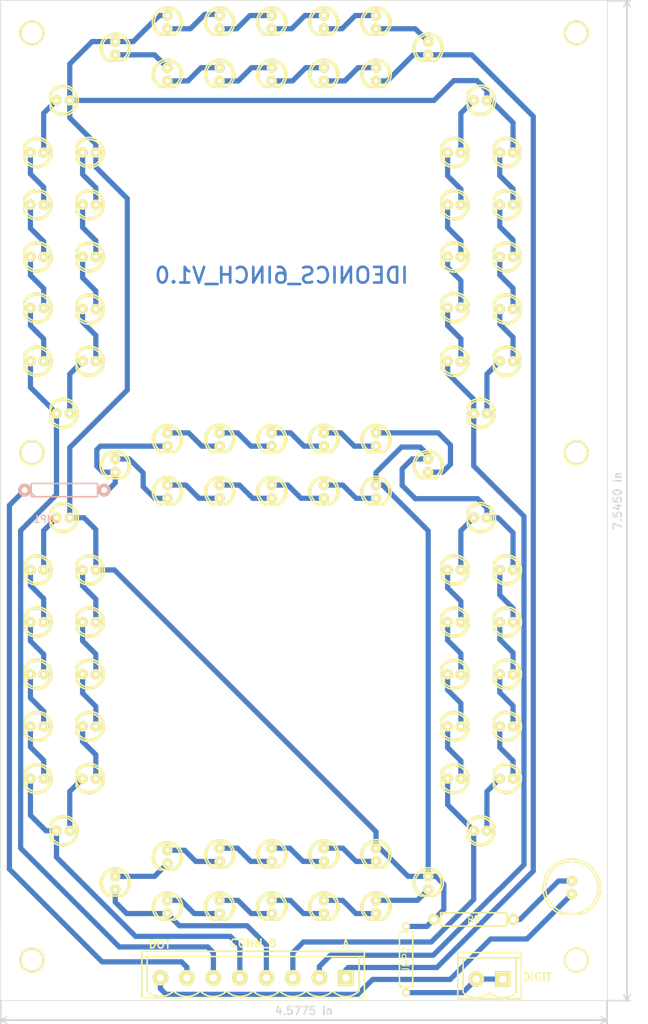
<source format=kicad_pcb>
(kicad_pcb (version 3) (host pcbnew "(2013-07-07 BZR 4022)-stable")

  (general
    (links 104)
    (no_connects 0)
    (area 28.905999 28.778999 145.338001 220.585501)
    (thickness 1.6)
    (drawings 12)
    (tracks 340)
    (zones 0)
    (modules 96)
    (nets 83)
  )

  (page A3)
  (layers
    (15 F.Cu signal)
    (0 B.Cu signal)
    (16 B.Adhes user)
    (17 F.Adhes user)
    (18 B.Paste user)
    (19 F.Paste user)
    (20 B.SilkS user)
    (21 F.SilkS user)
    (22 B.Mask user)
    (23 F.Mask user)
    (24 Dwgs.User user)
    (25 Cmts.User user)
    (26 Eco1.User user)
    (27 Eco2.User user)
    (28 Edge.Cuts user)
  )

  (setup
    (last_trace_width 1)
    (trace_clearance 0.254)
    (zone_clearance 0.508)
    (zone_45_only no)
    (trace_min 0.254)
    (segment_width 0.2)
    (edge_width 0.1)
    (via_size 0.889)
    (via_drill 0.635)
    (via_min_size 0.889)
    (via_min_drill 0.508)
    (uvia_size 0.508)
    (uvia_drill 0.127)
    (uvias_allowed no)
    (uvia_min_size 0.508)
    (uvia_min_drill 0.127)
    (pcb_text_width 0.3)
    (pcb_text_size 1.5 1.5)
    (mod_edge_width 0.15)
    (mod_text_size 1 1)
    (mod_text_width 0.15)
    (pad_size 4.064 4.064)
    (pad_drill 4)
    (pad_to_mask_clearance 0)
    (aux_axis_origin 0 0)
    (visible_elements 7FFFFFFF)
    (pcbplotparams
      (layerselection 406618113)
      (usegerberextensions true)
      (excludeedgelayer true)
      (linewidth 0.150000)
      (plotframeref false)
      (viasonmask false)
      (mode 1)
      (useauxorigin false)
      (hpglpennumber 1)
      (hpglpenspeed 20)
      (hpglpendiameter 15)
      (hpglpenoverlay 2)
      (psnegative false)
      (psa4output false)
      (plotreference true)
      (plotvalue true)
      (plotothertext true)
      (plotinvisibletext false)
      (padsonsilk false)
      (subtractmaskfromsilk false)
      (outputformat 1)
      (mirror false)
      (drillshape 0)
      (scaleselection 1)
      (outputdirectory Ideonics_6Inch_V1.0_Gerber/))
  )

  (net 0 "")
  (net 1 /A)
  (net 2 /CA1)
  (net 3 /DOT)
  (net 4 /G)
  (net 5 "/SEG A")
  (net 6 "/SEG B")
  (net 7 "/SEG C")
  (net 8 "/SEG D")
  (net 9 "/SEG E")
  (net 10 "/SEG F")
  (net 11 "/SEG G")
  (net 12 N-000001)
  (net 13 N-0000010)
  (net 14 N-0000011)
  (net 15 N-0000012)
  (net 16 N-0000013)
  (net 17 N-0000014)
  (net 18 N-0000015)
  (net 19 N-0000016)
  (net 20 N-0000017)
  (net 21 N-0000018)
  (net 22 N-0000019)
  (net 23 N-000002)
  (net 24 N-0000020)
  (net 25 N-0000021)
  (net 26 N-0000022)
  (net 27 N-0000023)
  (net 28 N-0000024)
  (net 29 N-0000025)
  (net 30 N-0000026)
  (net 31 N-0000027)
  (net 32 N-0000028)
  (net 33 N-0000029)
  (net 34 N-000003)
  (net 35 N-0000030)
  (net 36 N-0000031)
  (net 37 N-0000032)
  (net 38 N-0000033)
  (net 39 N-0000034)
  (net 40 N-0000035)
  (net 41 N-0000036)
  (net 42 N-0000037)
  (net 43 N-0000038)
  (net 44 N-0000039)
  (net 45 N-000004)
  (net 46 N-0000040)
  (net 47 N-0000041)
  (net 48 N-0000042)
  (net 49 N-0000043)
  (net 50 N-0000044)
  (net 51 N-0000045)
  (net 52 N-0000046)
  (net 53 N-0000047)
  (net 54 N-0000048)
  (net 55 N-0000049)
  (net 56 N-000005)
  (net 57 N-0000050)
  (net 58 N-0000051)
  (net 59 N-0000052)
  (net 60 N-0000053)
  (net 61 N-0000054)
  (net 62 N-0000056)
  (net 63 N-0000057)
  (net 64 N-0000059)
  (net 65 N-000006)
  (net 66 N-0000060)
  (net 67 N-0000061)
  (net 68 N-0000064)
  (net 69 N-0000065)
  (net 70 N-0000066)
  (net 71 N-0000067)
  (net 72 N-0000068)
  (net 73 N-0000069)
  (net 74 N-000007)
  (net 75 N-0000070)
  (net 76 N-0000071)
  (net 77 N-0000072)
  (net 78 N-0000073)
  (net 79 N-0000074)
  (net 80 N-0000075)
  (net 81 N-000008)
  (net 82 N-000009)

  (net_class Default "This is the default net class."
    (clearance 0.254)
    (trace_width 1)
    (via_dia 0.889)
    (via_drill 0.635)
    (uvia_dia 0.508)
    (uvia_drill 0.127)
    (add_net "")
    (add_net /A)
    (add_net /CA1)
    (add_net /DOT)
    (add_net /G)
    (add_net "/SEG A")
    (add_net "/SEG B")
    (add_net "/SEG C")
    (add_net "/SEG D")
    (add_net "/SEG E")
    (add_net "/SEG F")
    (add_net "/SEG G")
    (add_net N-000001)
    (add_net N-0000010)
    (add_net N-0000011)
    (add_net N-0000012)
    (add_net N-0000013)
    (add_net N-0000014)
    (add_net N-0000015)
    (add_net N-0000016)
    (add_net N-0000017)
    (add_net N-0000018)
    (add_net N-0000019)
    (add_net N-000002)
    (add_net N-0000020)
    (add_net N-0000021)
    (add_net N-0000022)
    (add_net N-0000023)
    (add_net N-0000024)
    (add_net N-0000025)
    (add_net N-0000026)
    (add_net N-0000027)
    (add_net N-0000028)
    (add_net N-0000029)
    (add_net N-000003)
    (add_net N-0000030)
    (add_net N-0000031)
    (add_net N-0000032)
    (add_net N-0000033)
    (add_net N-0000034)
    (add_net N-0000035)
    (add_net N-0000036)
    (add_net N-0000037)
    (add_net N-0000038)
    (add_net N-0000039)
    (add_net N-000004)
    (add_net N-0000040)
    (add_net N-0000041)
    (add_net N-0000042)
    (add_net N-0000043)
    (add_net N-0000044)
    (add_net N-0000045)
    (add_net N-0000046)
    (add_net N-0000047)
    (add_net N-0000048)
    (add_net N-0000049)
    (add_net N-000005)
    (add_net N-0000050)
    (add_net N-0000051)
    (add_net N-0000052)
    (add_net N-0000053)
    (add_net N-0000054)
    (add_net N-0000056)
    (add_net N-0000057)
    (add_net N-0000059)
    (add_net N-000006)
    (add_net N-0000060)
    (add_net N-0000061)
    (add_net N-0000064)
    (add_net N-0000065)
    (add_net N-0000066)
    (add_net N-0000067)
    (add_net N-0000068)
    (add_net N-0000069)
    (add_net N-000007)
    (add_net N-0000070)
    (add_net N-0000071)
    (add_net N-0000072)
    (add_net N-0000073)
    (add_net N-0000074)
    (add_net N-0000075)
    (add_net N-000008)
    (add_net N-000009)
  )

  (module led_5mm_red (layer F.Cu) (tedit 56A5DDD5) (tstamp 54A2BC21)
    (at 35.912 157.984 270)
    (descr "5mm red led")
    (tags led)
    (path /54A290A2)
    (attr virtual)
    (fp_text reference D56 (at 0 4 270) (layer F.SilkS) hide
      (effects (font (size 1 1) (thickness 0.2)))
    )
    (fp_text value LED_E (at 0 -4 270) (layer F.SilkS) hide
      (effects (font (size 1 1) (thickness 0.2)))
    )
    (fp_line (start -1.47066 2.49936) (end 1.47066 2.49936) (layer F.SilkS) (width 0.29972))
    (fp_arc (start 0 0) (end 2.4892 -1.49098) (angle 90) (layer F.SilkS) (width 0.29972))
    (fp_arc (start 0 0) (end -1.47066 2.49936) (angle 90) (layer F.SilkS) (width 0.29972))
    (fp_arc (start 0 0) (end 0 -2.90068) (angle 90) (layer F.SilkS) (width 0.29972))
    (fp_arc (start 0 0) (end -2.90068 0) (angle 90) (layer F.SilkS) (width 0.29972))
    (fp_circle (center 0 0) (end -2.49936 0) (layer F.SilkS) (width 0.29972))
    (pad 1 thru_hole circle (at 0 -1.27 270) (size 1.99898 1.99898) (drill 0.8001)
      (layers *.Cu *.Mask F.SilkS)
      (net 21 N-0000018)
    )
    (pad 2 thru_hole circle (at 0 1.27 270) (size 1.99898 1.99898) (drill 0.8001)
      (layers *.Cu *.Mask F.SilkS)
      (net 31 N-0000027)
    )
    (model walter/indicators/led_5mm_red.wrl
      (at (xyz 0 0 0))
      (scale (xyz 1 1 1))
      (rotate (xyz 0 0 0))
    )
  )

  (module led_5mm_red (layer F.Cu) (tedit 56A5EA42) (tstamp 54A2BC2D)
    (at 45.912 77.984 270)
    (descr "5mm red led")
    (tags led)
    (path /54A294B2)
    (fp_text reference D52 (at 0 4 270) (layer F.SilkS) hide
      (effects (font (size 1 1) (thickness 0.2)))
    )
    (fp_text value LED_F (at 0 -4 270) (layer F.SilkS) hide
      (effects (font (size 1 1) (thickness 0.2)))
    )
    (fp_line (start -1.47066 2.49936) (end 1.47066 2.49936) (layer F.SilkS) (width 0.29972))
    (fp_arc (start 0 0) (end 2.4892 -1.49098) (angle 90) (layer F.SilkS) (width 0.29972))
    (fp_arc (start 0 0) (end -1.47066 2.49936) (angle 90) (layer F.SilkS) (width 0.29972))
    (fp_arc (start 0 0) (end 0 -2.90068) (angle 90) (layer F.SilkS) (width 0.29972))
    (fp_arc (start 0 0) (end -2.90068 0) (angle 90) (layer F.SilkS) (width 0.29972))
    (fp_circle (center 0 0) (end -2.49936 0) (layer F.SilkS) (width 0.29972))
    (pad 1 thru_hole circle (at 0 -1.27 270) (size 1.99898 1.99898) (drill 0.8001)
      (layers *.Cu *.Mask F.SilkS)
      (net 76 N-0000071)
    )
    (pad 2 thru_hole circle (at 0 1.27 270) (size 1.99898 1.99898) (drill 0.8001)
      (layers *.Cu *.Mask F.SilkS)
      (net 24 N-0000020)
    )
    (model walter/indicators/led_5mm_red.wrl
      (at (xyz 0 0 0))
      (scale (xyz 1 1 1))
      (rotate (xyz 0 0 0))
    )
  )

  (module led_5mm_red (layer F.Cu) (tedit 56A5EA5E) (tstamp 54A2BC39)
    (at 45.912 67.984 270)
    (descr "5mm red led")
    (tags led)
    (path /54A29496)
    (fp_text reference D46 (at 0 4 270) (layer F.SilkS) hide
      (effects (font (size 1 1) (thickness 0.2)))
    )
    (fp_text value LED_F (at 0 -4 270) (layer F.SilkS) hide
      (effects (font (size 1 1) (thickness 0.2)))
    )
    (fp_line (start -1.47066 2.49936) (end 1.47066 2.49936) (layer F.SilkS) (width 0.29972))
    (fp_arc (start 0 0) (end 2.4892 -1.49098) (angle 90) (layer F.SilkS) (width 0.29972))
    (fp_arc (start 0 0) (end -1.47066 2.49936) (angle 90) (layer F.SilkS) (width 0.29972))
    (fp_arc (start 0 0) (end 0 -2.90068) (angle 90) (layer F.SilkS) (width 0.29972))
    (fp_arc (start 0 0) (end -2.90068 0) (angle 90) (layer F.SilkS) (width 0.29972))
    (fp_circle (center 0 0) (end -2.49936 0) (layer F.SilkS) (width 0.29972))
    (pad 1 thru_hole circle (at 0 -1.27 270) (size 1.99898 1.99898) (drill 0.8001)
      (layers *.Cu *.Mask F.SilkS)
      (net 77 N-0000072)
    )
    (pad 2 thru_hole circle (at 0 1.27 270) (size 1.99898 1.99898) (drill 0.8001)
      (layers *.Cu *.Mask F.SilkS)
      (net 76 N-0000071)
    )
    (model walter/indicators/led_5mm_red.wrl
      (at (xyz 0 0 0))
      (scale (xyz 1 1 1))
      (rotate (xyz 0 0 0))
    )
  )

  (module led_5mm_red (layer F.Cu) (tedit 56A5DDEE) (tstamp 54A2BC45)
    (at 40.912 187.984 270)
    (descr "5mm red led")
    (tags led)
    (path /54A290CC)
    (fp_text reference D68 (at 0 4 270) (layer F.SilkS) hide
      (effects (font (size 1 1) (thickness 0.2)))
    )
    (fp_text value LED_E (at 0 -4 270) (layer F.SilkS) hide
      (effects (font (size 1 1) (thickness 0.2)))
    )
    (fp_line (start -1.47066 2.49936) (end 1.47066 2.49936) (layer F.SilkS) (width 0.29972))
    (fp_arc (start 0 0) (end 2.4892 -1.49098) (angle 90) (layer F.SilkS) (width 0.29972))
    (fp_arc (start 0 0) (end -1.47066 2.49936) (angle 90) (layer F.SilkS) (width 0.29972))
    (fp_arc (start 0 0) (end 0 -2.90068) (angle 90) (layer F.SilkS) (width 0.29972))
    (fp_arc (start 0 0) (end -2.90068 0) (angle 90) (layer F.SilkS) (width 0.29972))
    (fp_circle (center 0 0) (end -2.49936 0) (layer F.SilkS) (width 0.29972))
    (pad 1 thru_hole circle (at 0 -1.27 270) (size 1.99898 1.99898) (drill 0.8001)
      (layers *.Cu *.Mask F.SilkS)
      (net 67 N-0000061)
    )
    (pad 2 thru_hole circle (at 0 1.27 270) (size 1.99898 1.99898) (drill 0.8001)
      (layers *.Cu *.Mask F.SilkS)
      (net 9 "/SEG E")
    )
    (model walter/indicators/led_5mm_red.wrl
      (at (xyz 0 0 0))
      (scale (xyz 1 1 1))
      (rotate (xyz 0 0 0))
    )
  )

  (module led_5mm_red (layer F.Cu) (tedit 56A5DE1A) (tstamp 56A60EFC)
    (at 40.912 127.984 270)
    (descr "5mm red led")
    (tags led)
    (path /54A290C6)
    (fp_text reference D41 (at 0 4 270) (layer F.SilkS) hide
      (effects (font (size 1 1) (thickness 0.2)))
    )
    (fp_text value LED_E (at 0 -4 270) (layer F.SilkS) hide
      (effects (font (size 1 1) (thickness 0.2)))
    )
    (fp_line (start -1.47066 2.49936) (end 1.47066 2.49936) (layer F.SilkS) (width 0.29972))
    (fp_arc (start 0 0) (end 2.4892 -1.49098) (angle 90) (layer F.SilkS) (width 0.29972))
    (fp_arc (start 0 0) (end -1.47066 2.49936) (angle 90) (layer F.SilkS) (width 0.29972))
    (fp_arc (start 0 0) (end 0 -2.90068) (angle 90) (layer F.SilkS) (width 0.29972))
    (fp_arc (start 0 0) (end -2.90068 0) (angle 90) (layer F.SilkS) (width 0.29972))
    (fp_circle (center 0 0) (end -2.49936 0) (layer F.SilkS) (width 0.29972))
    (pad 1 thru_hole circle (at 0 -1.27 270) (size 1.99898 1.99898) (drill 0.8001)
      (layers *.Cu *.Mask F.SilkS)
      (net 1 /A)
    )
    (pad 2 thru_hole circle (at 0 1.27 270) (size 1.99898 1.99898) (drill 0.8001)
      (layers *.Cu *.Mask F.SilkS)
      (net 36 N-0000031)
    )
    (model walter/indicators/led_5mm_red.wrl
      (at (xyz 0 0 0))
      (scale (xyz 1 1 1))
      (rotate (xyz 0 0 0))
    )
  )

  (module led_5mm_red (layer F.Cu) (tedit 56A5DDDD) (tstamp 54A2BC5D)
    (at 45.912 167.984 270)
    (descr "5mm red led")
    (tags led)
    (path /54A290C0)
    (fp_text reference D63 (at 0 4 270) (layer F.SilkS) hide
      (effects (font (size 1 1) (thickness 0.2)))
    )
    (fp_text value LED_E (at 0 -4 270) (layer F.SilkS) hide
      (effects (font (size 1 1) (thickness 0.2)))
    )
    (fp_line (start -1.47066 2.49936) (end 1.47066 2.49936) (layer F.SilkS) (width 0.29972))
    (fp_arc (start 0 0) (end 2.4892 -1.49098) (angle 90) (layer F.SilkS) (width 0.29972))
    (fp_arc (start 0 0) (end -1.47066 2.49936) (angle 90) (layer F.SilkS) (width 0.29972))
    (fp_arc (start 0 0) (end 0 -2.90068) (angle 90) (layer F.SilkS) (width 0.29972))
    (fp_arc (start 0 0) (end -2.90068 0) (angle 90) (layer F.SilkS) (width 0.29972))
    (fp_circle (center 0 0) (end -2.49936 0) (layer F.SilkS) (width 0.29972))
    (pad 1 thru_hole circle (at 0 -1.27 270) (size 1.99898 1.99898) (drill 0.8001)
      (layers *.Cu *.Mask F.SilkS)
      (net 30 N-0000026)
    )
    (pad 2 thru_hole circle (at 0 1.27 270) (size 1.99898 1.99898) (drill 0.8001)
      (layers *.Cu *.Mask F.SilkS)
      (net 78 N-0000073)
    )
    (model walter/indicators/led_5mm_red.wrl
      (at (xyz 0 0 0))
      (scale (xyz 1 1 1))
      (rotate (xyz 0 0 0))
    )
  )

  (module led_5mm_red (layer F.Cu) (tedit 56A5DDD2) (tstamp 54A2BC69)
    (at 45.912 157.984 270)
    (descr "5mm red led")
    (tags led)
    (path /54A290BA)
    (fp_text reference D57 (at 0 4 270) (layer F.SilkS) hide
      (effects (font (size 1 1) (thickness 0.2)))
    )
    (fp_text value LED_E (at 0 -4 270) (layer F.SilkS) hide
      (effects (font (size 1 1) (thickness 0.2)))
    )
    (fp_line (start -1.47066 2.49936) (end 1.47066 2.49936) (layer F.SilkS) (width 0.29972))
    (fp_arc (start 0 0) (end 2.4892 -1.49098) (angle 90) (layer F.SilkS) (width 0.29972))
    (fp_arc (start 0 0) (end -1.47066 2.49936) (angle 90) (layer F.SilkS) (width 0.29972))
    (fp_arc (start 0 0) (end 0 -2.90068) (angle 90) (layer F.SilkS) (width 0.29972))
    (fp_arc (start 0 0) (end -2.90068 0) (angle 90) (layer F.SilkS) (width 0.29972))
    (fp_circle (center 0 0) (end -2.49936 0) (layer F.SilkS) (width 0.29972))
    (pad 1 thru_hole circle (at 0 -1.27 270) (size 1.99898 1.99898) (drill 0.8001)
      (layers *.Cu *.Mask F.SilkS)
      (net 32 N-0000028)
    )
    (pad 2 thru_hole circle (at 0 1.27 270) (size 1.99898 1.99898) (drill 0.8001)
      (layers *.Cu *.Mask F.SilkS)
      (net 30 N-0000026)
    )
    (model walter/indicators/led_5mm_red.wrl
      (at (xyz 0 0 0))
      (scale (xyz 1 1 1))
      (rotate (xyz 0 0 0))
    )
  )

  (module led_5mm_red (layer F.Cu) (tedit 56A5DDFE) (tstamp 54A2BC75)
    (at 45.912 147.984 270)
    (descr "5mm red led")
    (tags led)
    (path /54A290B4)
    (fp_text reference D51 (at 0 4 270) (layer F.SilkS) hide
      (effects (font (size 1 1) (thickness 0.2)))
    )
    (fp_text value LED_E (at 0 -4 270) (layer F.SilkS) hide
      (effects (font (size 1 1) (thickness 0.2)))
    )
    (fp_line (start -1.47066 2.49936) (end 1.47066 2.49936) (layer F.SilkS) (width 0.29972))
    (fp_arc (start 0 0) (end 2.4892 -1.49098) (angle 90) (layer F.SilkS) (width 0.29972))
    (fp_arc (start 0 0) (end -1.47066 2.49936) (angle 90) (layer F.SilkS) (width 0.29972))
    (fp_arc (start 0 0) (end 0 -2.90068) (angle 90) (layer F.SilkS) (width 0.29972))
    (fp_arc (start 0 0) (end -2.90068 0) (angle 90) (layer F.SilkS) (width 0.29972))
    (fp_circle (center 0 0) (end -2.49936 0) (layer F.SilkS) (width 0.29972))
    (pad 1 thru_hole circle (at 0 -1.27 270) (size 1.99898 1.99898) (drill 0.8001)
      (layers *.Cu *.Mask F.SilkS)
      (net 33 N-0000029)
    )
    (pad 2 thru_hole circle (at 0 1.27 270) (size 1.99898 1.99898) (drill 0.8001)
      (layers *.Cu *.Mask F.SilkS)
      (net 32 N-0000028)
    )
    (model walter/indicators/led_5mm_red.wrl
      (at (xyz 0 0 0))
      (scale (xyz 1 1 1))
      (rotate (xyz 0 0 0))
    )
  )

  (module led_5mm_red (layer F.Cu) (tedit 56A5DE11) (tstamp 56A60F26)
    (at 45.912 137.984 270)
    (descr "5mm red led")
    (tags led)
    (path /54A290AE)
    (fp_text reference D45 (at 0 4 270) (layer F.SilkS) hide
      (effects (font (size 1 1) (thickness 0.2)))
    )
    (fp_text value LED_E (at 0 -4 270) (layer F.SilkS) hide
      (effects (font (size 1 1) (thickness 0.2)))
    )
    (fp_line (start -1.47066 2.49936) (end 1.47066 2.49936) (layer F.SilkS) (width 0.29972))
    (fp_arc (start 0 0) (end 2.4892 -1.49098) (angle 90) (layer F.SilkS) (width 0.29972))
    (fp_arc (start 0 0) (end -1.47066 2.49936) (angle 90) (layer F.SilkS) (width 0.29972))
    (fp_arc (start 0 0) (end 0 -2.90068) (angle 90) (layer F.SilkS) (width 0.29972))
    (fp_arc (start 0 0) (end -2.90068 0) (angle 90) (layer F.SilkS) (width 0.29972))
    (fp_circle (center 0 0) (end -2.49936 0) (layer F.SilkS) (width 0.29972))
    (pad 1 thru_hole circle (at 0 -1.27 270) (size 1.99898 1.99898) (drill 0.8001)
      (layers *.Cu *.Mask F.SilkS)
      (net 1 /A)
    )
    (pad 2 thru_hole circle (at 0 1.27 270) (size 1.99898 1.99898) (drill 0.8001)
      (layers *.Cu *.Mask F.SilkS)
      (net 33 N-0000029)
    )
    (model walter/indicators/led_5mm_red.wrl
      (at (xyz 0 0 0))
      (scale (xyz 1 1 1))
      (rotate (xyz 0 0 0))
    )
  )

  (module led_5mm_red (layer F.Cu) (tedit 56A5DDDA) (tstamp 54A2BC8D)
    (at 35.912 167.984 270)
    (descr "5mm red led")
    (tags led)
    (path /54A290A8)
    (fp_text reference D62 (at 0 4 270) (layer F.SilkS) hide
      (effects (font (size 1 1) (thickness 0.2)))
    )
    (fp_text value LED_E (at 0 -4 270) (layer F.SilkS) hide
      (effects (font (size 1 1) (thickness 0.2)))
    )
    (fp_line (start -1.47066 2.49936) (end 1.47066 2.49936) (layer F.SilkS) (width 0.29972))
    (fp_arc (start 0 0) (end 2.4892 -1.49098) (angle 90) (layer F.SilkS) (width 0.29972))
    (fp_arc (start 0 0) (end -1.47066 2.49936) (angle 90) (layer F.SilkS) (width 0.29972))
    (fp_arc (start 0 0) (end 0 -2.90068) (angle 90) (layer F.SilkS) (width 0.29972))
    (fp_arc (start 0 0) (end -2.90068 0) (angle 90) (layer F.SilkS) (width 0.29972))
    (fp_circle (center 0 0) (end -2.49936 0) (layer F.SilkS) (width 0.29972))
    (pad 1 thru_hole circle (at 0 -1.27 270) (size 1.99898 1.99898) (drill 0.8001)
      (layers *.Cu *.Mask F.SilkS)
      (net 31 N-0000027)
    )
    (pad 2 thru_hole circle (at 0 1.27 270) (size 1.99898 1.99898) (drill 0.8001)
      (layers *.Cu *.Mask F.SilkS)
      (net 29 N-0000025)
    )
    (model walter/indicators/led_5mm_red.wrl
      (at (xyz 0 0 0))
      (scale (xyz 1 1 1))
      (rotate (xyz 0 0 0))
    )
  )

  (module led_5mm_red (layer F.Cu) (tedit 56A5EA1F) (tstamp 54A2BC99)
    (at 45.912 97.984 270)
    (descr "5mm red led")
    (tags led)
    (path /54A294BE)
    (fp_text reference D64 (at 0 4 270) (layer F.SilkS) hide
      (effects (font (size 1 1) (thickness 0.2)))
    )
    (fp_text value LED_F (at 0 -4 270) (layer F.SilkS) hide
      (effects (font (size 1 1) (thickness 0.2)))
    )
    (fp_line (start -1.47066 2.49936) (end 1.47066 2.49936) (layer F.SilkS) (width 0.29972))
    (fp_arc (start 0 0) (end 2.4892 -1.49098) (angle 90) (layer F.SilkS) (width 0.29972))
    (fp_arc (start 0 0) (end -1.47066 2.49936) (angle 90) (layer F.SilkS) (width 0.29972))
    (fp_arc (start 0 0) (end 0 -2.90068) (angle 90) (layer F.SilkS) (width 0.29972))
    (fp_arc (start 0 0) (end -2.90068 0) (angle 90) (layer F.SilkS) (width 0.29972))
    (fp_circle (center 0 0) (end -2.49936 0) (layer F.SilkS) (width 0.29972))
    (pad 1 thru_hole circle (at 0 -1.27 270) (size 1.99898 1.99898) (drill 0.8001)
      (layers *.Cu *.Mask F.SilkS)
      (net 25 N-0000021)
    )
    (pad 2 thru_hole circle (at 0 1.27 270) (size 1.99898 1.99898) (drill 0.8001)
      (layers *.Cu *.Mask F.SilkS)
      (net 28 N-0000024)
    )
    (model walter/indicators/led_5mm_red.wrl
      (at (xyz 0 0 0))
      (scale (xyz 1 1 1))
      (rotate (xyz 0 0 0))
    )
  )

  (module led_5mm_red (layer F.Cu) (tedit 56A5DE07) (tstamp 56A60F5A)
    (at 35.912 147.984 270)
    (descr "5mm red led")
    (tags led)
    (path /54A2909C)
    (fp_text reference D50 (at 0 4 270) (layer F.SilkS) hide
      (effects (font (size 1 1) (thickness 0.2)))
    )
    (fp_text value LED_E (at 0 -4 270) (layer F.SilkS) hide
      (effects (font (size 1 1) (thickness 0.2)))
    )
    (fp_line (start -1.47066 2.49936) (end 1.47066 2.49936) (layer F.SilkS) (width 0.29972))
    (fp_arc (start 0 0) (end 2.4892 -1.49098) (angle 90) (layer F.SilkS) (width 0.29972))
    (fp_arc (start 0 0) (end -1.47066 2.49936) (angle 90) (layer F.SilkS) (width 0.29972))
    (fp_arc (start 0 0) (end 0 -2.90068) (angle 90) (layer F.SilkS) (width 0.29972))
    (fp_arc (start 0 0) (end -2.90068 0) (angle 90) (layer F.SilkS) (width 0.29972))
    (fp_circle (center 0 0) (end -2.49936 0) (layer F.SilkS) (width 0.29972))
    (pad 1 thru_hole circle (at 0 -1.27 270) (size 1.99898 1.99898) (drill 0.8001)
      (layers *.Cu *.Mask F.SilkS)
      (net 35 N-0000030)
    )
    (pad 2 thru_hole circle (at 0 1.27 270) (size 1.99898 1.99898) (drill 0.8001)
      (layers *.Cu *.Mask F.SilkS)
      (net 21 N-0000018)
    )
    (model walter/indicators/led_5mm_red.wrl
      (at (xyz 0 0 0))
      (scale (xyz 1 1 1))
      (rotate (xyz 0 0 0))
    )
  )

  (module led_5mm_red (layer F.Cu) (tedit 56A5DE14) (tstamp 54A3CB7C)
    (at 35.912 137.984 270)
    (descr "5mm red led")
    (tags led)
    (path /54A2908A)
    (fp_text reference D44 (at 0 4 270) (layer F.SilkS) hide
      (effects (font (size 1 1) (thickness 0.2)))
    )
    (fp_text value LED_E (at 0 -4 270) (layer F.SilkS) hide
      (effects (font (size 1 1) (thickness 0.2)))
    )
    (fp_line (start -1.47066 2.49936) (end 1.47066 2.49936) (layer F.SilkS) (width 0.29972))
    (fp_arc (start 0 0) (end 2.4892 -1.49098) (angle 90) (layer F.SilkS) (width 0.29972))
    (fp_arc (start 0 0) (end -1.47066 2.49936) (angle 90) (layer F.SilkS) (width 0.29972))
    (fp_arc (start 0 0) (end 0 -2.90068) (angle 90) (layer F.SilkS) (width 0.29972))
    (fp_arc (start 0 0) (end -2.90068 0) (angle 90) (layer F.SilkS) (width 0.29972))
    (fp_circle (center 0 0) (end -2.49936 0) (layer F.SilkS) (width 0.29972))
    (pad 1 thru_hole circle (at 0 -1.27 270) (size 1.99898 1.99898) (drill 0.8001)
      (layers *.Cu *.Mask F.SilkS)
      (net 36 N-0000031)
    )
    (pad 2 thru_hole circle (at 0 1.27 270) (size 1.99898 1.99898) (drill 0.8001)
      (layers *.Cu *.Mask F.SilkS)
      (net 35 N-0000030)
    )
    (model walter/indicators/led_5mm_red.wrl
      (at (xyz 0 0 0))
      (scale (xyz 1 1 1))
      (rotate (xyz 0 0 0))
    )
  )

  (module led_5mm_red (layer F.Cu) (tedit 56A5E97A) (tstamp 54A2BCBD)
    (at 110.912 37.984)
    (descr "5mm red led")
    (tags led)
    (path /54A29084)
    (fp_text reference D40 (at 0 4) (layer F.SilkS) hide
      (effects (font (size 1 1) (thickness 0.2)))
    )
    (fp_text value LED_A (at 0 -4) (layer F.SilkS) hide
      (effects (font (size 1 1) (thickness 0.2)))
    )
    (fp_line (start -1.47066 2.49936) (end 1.47066 2.49936) (layer F.SilkS) (width 0.29972))
    (fp_arc (start 0 0) (end 2.4892 -1.49098) (angle 90) (layer F.SilkS) (width 0.29972))
    (fp_arc (start 0 0) (end -1.47066 2.49936) (angle 90) (layer F.SilkS) (width 0.29972))
    (fp_arc (start 0 0) (end 0 -2.90068) (angle 90) (layer F.SilkS) (width 0.29972))
    (fp_arc (start 0 0) (end -2.90068 0) (angle 90) (layer F.SilkS) (width 0.29972))
    (fp_circle (center 0 0) (end -2.49936 0) (layer F.SilkS) (width 0.29972))
    (pad 1 thru_hole circle (at 0 -1.27) (size 1.99898 1.99898) (drill 0.8001)
      (layers *.Cu *.Mask F.SilkS)
      (net 63 N-0000057)
    )
    (pad 2 thru_hole circle (at 0 1.27) (size 1.99898 1.99898) (drill 0.8001)
      (layers *.Cu *.Mask F.SilkS)
      (net 5 "/SEG A")
    )
    (model walter/indicators/led_5mm_red.wrl
      (at (xyz 0 0 0))
      (scale (xyz 1 1 1))
      (rotate (xyz 0 0 0))
    )
  )

  (module led_5mm_red (layer F.Cu) (tedit 56A5E943) (tstamp 54A2BCC9)
    (at 60.912 32.984)
    (descr "5mm red led")
    (tags led)
    (path /54A2907E)
    (fp_text reference D6 (at 0 4) (layer F.SilkS) hide
      (effects (font (size 1 1) (thickness 0.2)))
    )
    (fp_text value LED_A (at 0 -4) (layer F.SilkS) hide
      (effects (font (size 1 1) (thickness 0.2)))
    )
    (fp_line (start -1.47066 2.49936) (end 1.47066 2.49936) (layer F.SilkS) (width 0.29972))
    (fp_arc (start 0 0) (end 2.4892 -1.49098) (angle 90) (layer F.SilkS) (width 0.29972))
    (fp_arc (start 0 0) (end -1.47066 2.49936) (angle 90) (layer F.SilkS) (width 0.29972))
    (fp_arc (start 0 0) (end 0 -2.90068) (angle 90) (layer F.SilkS) (width 0.29972))
    (fp_arc (start 0 0) (end -2.90068 0) (angle 90) (layer F.SilkS) (width 0.29972))
    (fp_circle (center 0 0) (end -2.49936 0) (layer F.SilkS) (width 0.29972))
    (pad 1 thru_hole circle (at 0 -1.27) (size 1.99898 1.99898) (drill 0.8001)
      (layers *.Cu *.Mask F.SilkS)
      (net 1 /A)
    )
    (pad 2 thru_hole circle (at 0 1.27) (size 1.99898 1.99898) (drill 0.8001)
      (layers *.Cu *.Mask F.SilkS)
      (net 59 N-0000052)
    )
    (model walter/indicators/led_5mm_red.wrl
      (at (xyz 0 0 0))
      (scale (xyz 1 1 1))
      (rotate (xyz 0 0 0))
    )
  )

  (module led_5mm_red (layer F.Cu) (tedit 56A5E93D) (tstamp 54A2BCD5)
    (at 50.912 37.984)
    (descr "5mm red led")
    (tags led)
    (path /54A28822)
    (fp_text reference D1 (at 0 4) (layer F.SilkS) hide
      (effects (font (size 1 1) (thickness 0.2)))
    )
    (fp_text value LED_A (at 0 -4) (layer F.SilkS) hide
      (effects (font (size 1 1) (thickness 0.2)))
    )
    (fp_line (start -1.47066 2.49936) (end 1.47066 2.49936) (layer F.SilkS) (width 0.29972))
    (fp_arc (start 0 0) (end 2.4892 -1.49098) (angle 90) (layer F.SilkS) (width 0.29972))
    (fp_arc (start 0 0) (end -1.47066 2.49936) (angle 90) (layer F.SilkS) (width 0.29972))
    (fp_arc (start 0 0) (end 0 -2.90068) (angle 90) (layer F.SilkS) (width 0.29972))
    (fp_arc (start 0 0) (end -2.90068 0) (angle 90) (layer F.SilkS) (width 0.29972))
    (fp_circle (center 0 0) (end -2.49936 0) (layer F.SilkS) (width 0.29972))
    (pad 1 thru_hole circle (at 0 -1.27) (size 1.99898 1.99898) (drill 0.8001)
      (layers *.Cu *.Mask F.SilkS)
      (net 1 /A)
    )
    (pad 2 thru_hole circle (at 0 1.27) (size 1.99898 1.99898) (drill 0.8001)
      (layers *.Cu *.Mask F.SilkS)
      (net 38 N-0000033)
    )
    (model walter/indicators/led_5mm_red.wrl
      (at (xyz 0 0 0))
      (scale (xyz 1 1 1))
      (rotate (xyz 0 0 0))
    )
  )

  (module led_5mm_red (layer F.Cu) (tedit 56A5E952) (tstamp 54A2BCE1)
    (at 80.912 32.984)
    (descr "5mm red led")
    (tags led)
    (path /54A29072)
    (fp_text reference D22 (at 0 4) (layer F.SilkS) hide
      (effects (font (size 1 1) (thickness 0.2)))
    )
    (fp_text value LED_A (at 0 -4) (layer F.SilkS) hide
      (effects (font (size 1 1) (thickness 0.2)))
    )
    (fp_line (start -1.47066 2.49936) (end 1.47066 2.49936) (layer F.SilkS) (width 0.29972))
    (fp_arc (start 0 0) (end 2.4892 -1.49098) (angle 90) (layer F.SilkS) (width 0.29972))
    (fp_arc (start 0 0) (end -1.47066 2.49936) (angle 90) (layer F.SilkS) (width 0.29972))
    (fp_arc (start 0 0) (end 0 -2.90068) (angle 90) (layer F.SilkS) (width 0.29972))
    (fp_arc (start 0 0) (end -2.90068 0) (angle 90) (layer F.SilkS) (width 0.29972))
    (fp_circle (center 0 0) (end -2.49936 0) (layer F.SilkS) (width 0.29972))
    (pad 1 thru_hole circle (at 0 -1.27) (size 1.99898 1.99898) (drill 0.8001)
      (layers *.Cu *.Mask F.SilkS)
      (net 55 N-0000049)
    )
    (pad 2 thru_hole circle (at 0 1.27) (size 1.99898 1.99898) (drill 0.8001)
      (layers *.Cu *.Mask F.SilkS)
      (net 54 N-0000048)
    )
    (model walter/indicators/led_5mm_red.wrl
      (at (xyz 0 0 0))
      (scale (xyz 1 1 1))
      (rotate (xyz 0 0 0))
    )
  )

  (module led_5mm_red (layer F.Cu) (tedit 56A5E95D) (tstamp 54A2BCED)
    (at 90.912 32.984)
    (descr "5mm red led")
    (tags led)
    (path /54A2906C)
    (fp_text reference D30 (at 0 4) (layer F.SilkS) hide
      (effects (font (size 1 1) (thickness 0.2)))
    )
    (fp_text value LED_A (at 0 -4) (layer F.SilkS) hide
      (effects (font (size 1 1) (thickness 0.2)))
    )
    (fp_line (start -1.47066 2.49936) (end 1.47066 2.49936) (layer F.SilkS) (width 0.29972))
    (fp_arc (start 0 0) (end 2.4892 -1.49098) (angle 90) (layer F.SilkS) (width 0.29972))
    (fp_arc (start 0 0) (end -1.47066 2.49936) (angle 90) (layer F.SilkS) (width 0.29972))
    (fp_arc (start 0 0) (end 0 -2.90068) (angle 90) (layer F.SilkS) (width 0.29972))
    (fp_arc (start 0 0) (end -2.90068 0) (angle 90) (layer F.SilkS) (width 0.29972))
    (fp_circle (center 0 0) (end -2.49936 0) (layer F.SilkS) (width 0.29972))
    (pad 1 thru_hole circle (at 0 -1.27) (size 1.99898 1.99898) (drill 0.8001)
      (layers *.Cu *.Mask F.SilkS)
      (net 54 N-0000048)
    )
    (pad 2 thru_hole circle (at 0 1.27) (size 1.99898 1.99898) (drill 0.8001)
      (layers *.Cu *.Mask F.SilkS)
      (net 41 N-0000036)
    )
    (model walter/indicators/led_5mm_red.wrl
      (at (xyz 0 0 0))
      (scale (xyz 1 1 1))
      (rotate (xyz 0 0 0))
    )
  )

  (module led_5mm_red (layer F.Cu) (tedit 56A5E987) (tstamp 56A60DDF)
    (at 90.912 112.984)
    (descr "5mm red led")
    (tags led)
    (path /54A29988)
    (fp_text reference D54 (at 0 4) (layer F.SilkS) hide
      (effects (font (size 1 1) (thickness 0.2)))
    )
    (fp_text value LED_G (at 0 -4) (layer F.SilkS) hide
      (effects (font (size 1 1) (thickness 0.2)))
    )
    (fp_line (start -1.47066 2.49936) (end 1.47066 2.49936) (layer F.SilkS) (width 0.29972))
    (fp_arc (start 0 0) (end 2.4892 -1.49098) (angle 90) (layer F.SilkS) (width 0.29972))
    (fp_arc (start 0 0) (end -1.47066 2.49936) (angle 90) (layer F.SilkS) (width 0.29972))
    (fp_arc (start 0 0) (end 0 -2.90068) (angle 90) (layer F.SilkS) (width 0.29972))
    (fp_arc (start 0 0) (end -2.90068 0) (angle 90) (layer F.SilkS) (width 0.29972))
    (fp_circle (center 0 0) (end -2.49936 0) (layer F.SilkS) (width 0.29972))
    (pad 1 thru_hole circle (at 0 -1.27) (size 1.99898 1.99898) (drill 0.8001)
      (layers *.Cu *.Mask F.SilkS)
      (net 70 N-0000066)
    )
    (pad 2 thru_hole circle (at 0 1.27) (size 1.99898 1.99898) (drill 0.8001)
      (layers *.Cu *.Mask F.SilkS)
      (net 69 N-0000065)
    )
    (model walter/indicators/led_5mm_red.wrl
      (at (xyz 0 0 0))
      (scale (xyz 1 1 1))
      (rotate (xyz 0 0 0))
    )
  )

  (module led_5mm_red (layer F.Cu) (tedit 56A5E123) (tstamp 56A614AD)
    (at 50.912 117.984)
    (descr "5mm red led")
    (tags led)
    (path /54A299B8)
    (fp_text reference D70 (at 0 4) (layer F.SilkS) hide
      (effects (font (size 1 1) (thickness 0.2)))
    )
    (fp_text value LED_G (at 0 -4) (layer F.SilkS) hide
      (effects (font (size 1 1) (thickness 0.2)))
    )
    (fp_line (start -1.47066 2.49936) (end 1.47066 2.49936) (layer F.SilkS) (width 0.29972))
    (fp_arc (start 0 0) (end 2.4892 -1.49098) (angle 90) (layer F.SilkS) (width 0.29972))
    (fp_arc (start 0 0) (end -1.47066 2.49936) (angle 90) (layer F.SilkS) (width 0.29972))
    (fp_arc (start 0 0) (end 0 -2.90068) (angle 90) (layer F.SilkS) (width 0.29972))
    (fp_arc (start 0 0) (end -2.90068 0) (angle 90) (layer F.SilkS) (width 0.29972))
    (fp_circle (center 0 0) (end -2.49936 0) (layer F.SilkS) (width 0.29972))
    (pad 1 thru_hole circle (at 0 -1.27) (size 1.99898 1.99898) (drill 0.8001)
      (layers *.Cu *.Mask F.SilkS)
      (net 64 N-0000059)
    )
    (pad 2 thru_hole circle (at 0 1.27) (size 1.99898 1.99898) (drill 0.8001)
      (layers *.Cu *.Mask F.SilkS)
      (net 4 /G)
    )
    (model walter/indicators/led_5mm_red.wrl
      (at (xyz 0 0 0))
      (scale (xyz 1 1 1))
      (rotate (xyz 0 0 0))
    )
  )

  (module led_5mm_red (layer F.Cu) (tedit 56A5E99A) (tstamp 54A2BD11)
    (at 110.912 117.984)
    (descr "5mm red led")
    (tags led)
    (path /54A299B2)
    (fp_text reference D43 (at 0 4) (layer F.SilkS) hide
      (effects (font (size 1 1) (thickness 0.2)))
    )
    (fp_text value LED_G (at 0 -4) (layer F.SilkS) hide
      (effects (font (size 1 1) (thickness 0.2)))
    )
    (fp_line (start -1.47066 2.49936) (end 1.47066 2.49936) (layer F.SilkS) (width 0.29972))
    (fp_arc (start 0 0) (end 2.4892 -1.49098) (angle 90) (layer F.SilkS) (width 0.29972))
    (fp_arc (start 0 0) (end -1.47066 2.49936) (angle 90) (layer F.SilkS) (width 0.29972))
    (fp_arc (start 0 0) (end 0 -2.90068) (angle 90) (layer F.SilkS) (width 0.29972))
    (fp_arc (start 0 0) (end -2.90068 0) (angle 90) (layer F.SilkS) (width 0.29972))
    (fp_circle (center 0 0) (end -2.49936 0) (layer F.SilkS) (width 0.29972))
    (pad 1 thru_hole circle (at 0 -1.27) (size 1.99898 1.99898) (drill 0.8001)
      (layers *.Cu *.Mask F.SilkS)
      (net 1 /A)
    )
    (pad 2 thru_hole circle (at 0 1.27) (size 1.99898 1.99898) (drill 0.8001)
      (layers *.Cu *.Mask F.SilkS)
      (net 71 N-0000067)
    )
    (model walter/indicators/led_5mm_red.wrl
      (at (xyz 0 0 0))
      (scale (xyz 1 1 1))
      (rotate (xyz 0 0 0))
    )
  )

  (module led_5mm_red (layer F.Cu) (tedit 56A5E993) (tstamp 56A60EC4)
    (at 100.912 122.984)
    (descr "5mm red led")
    (tags led)
    (path /54A299AC)
    (fp_text reference D49 (at 0 4) (layer F.SilkS) hide
      (effects (font (size 1 1) (thickness 0.2)))
    )
    (fp_text value LED_G (at 0 -4) (layer F.SilkS) hide
      (effects (font (size 1 1) (thickness 0.2)))
    )
    (fp_line (start -1.47066 2.49936) (end 1.47066 2.49936) (layer F.SilkS) (width 0.29972))
    (fp_arc (start 0 0) (end 2.4892 -1.49098) (angle 90) (layer F.SilkS) (width 0.29972))
    (fp_arc (start 0 0) (end -1.47066 2.49936) (angle 90) (layer F.SilkS) (width 0.29972))
    (fp_arc (start 0 0) (end 0 -2.90068) (angle 90) (layer F.SilkS) (width 0.29972))
    (fp_arc (start 0 0) (end -2.90068 0) (angle 90) (layer F.SilkS) (width 0.29972))
    (fp_circle (center 0 0) (end -2.49936 0) (layer F.SilkS) (width 0.29972))
    (pad 1 thru_hole circle (at 0 -1.27) (size 1.99898 1.99898) (drill 0.8001)
      (layers *.Cu *.Mask F.SilkS)
      (net 1 /A)
    )
    (pad 2 thru_hole circle (at 0 1.27) (size 1.99898 1.99898) (drill 0.8001)
      (layers *.Cu *.Mask F.SilkS)
      (net 68 N-0000064)
    )
    (model walter/indicators/led_5mm_red.wrl
      (at (xyz 0 0 0))
      (scale (xyz 1 1 1))
      (rotate (xyz 0 0 0))
    )
  )

  (module led_5mm_red (layer F.Cu) (tedit 56A5E989) (tstamp 54A2BD29)
    (at 90.912 122.984)
    (descr "5mm red led")
    (tags led)
    (path /54A299A6)
    (fp_text reference D55 (at 0 4) (layer F.SilkS) hide
      (effects (font (size 1 1) (thickness 0.2)))
    )
    (fp_text value LED_G (at 0 -4) (layer F.SilkS) hide
      (effects (font (size 1 1) (thickness 0.2)))
    )
    (fp_line (start -1.47066 2.49936) (end 1.47066 2.49936) (layer F.SilkS) (width 0.29972))
    (fp_arc (start 0 0) (end 2.4892 -1.49098) (angle 90) (layer F.SilkS) (width 0.29972))
    (fp_arc (start 0 0) (end -1.47066 2.49936) (angle 90) (layer F.SilkS) (width 0.29972))
    (fp_arc (start 0 0) (end 0 -2.90068) (angle 90) (layer F.SilkS) (width 0.29972))
    (fp_arc (start 0 0) (end -2.90068 0) (angle 90) (layer F.SilkS) (width 0.29972))
    (fp_circle (center 0 0) (end -2.49936 0) (layer F.SilkS) (width 0.29972))
    (pad 1 thru_hole circle (at 0 -1.27) (size 1.99898 1.99898) (drill 0.8001)
      (layers *.Cu *.Mask F.SilkS)
      (net 68 N-0000064)
    )
    (pad 2 thru_hole circle (at 0 1.27) (size 1.99898 1.99898) (drill 0.8001)
      (layers *.Cu *.Mask F.SilkS)
      (net 72 N-0000068)
    )
    (model walter/indicators/led_5mm_red.wrl
      (at (xyz 0 0 0))
      (scale (xyz 1 1 1))
      (rotate (xyz 0 0 0))
    )
  )

  (module led_5mm_red (layer F.Cu) (tedit 56A5E17D) (tstamp 54A2BD35)
    (at 80.912 122.984)
    (descr "5mm red led")
    (tags led)
    (path /54A299A0)
    (fp_text reference D61 (at 0 4) (layer F.SilkS) hide
      (effects (font (size 1 1) (thickness 0.2)))
    )
    (fp_text value LED_G (at 0 -4) (layer F.SilkS) hide
      (effects (font (size 1 1) (thickness 0.2)))
    )
    (fp_line (start -1.47066 2.49936) (end 1.47066 2.49936) (layer F.SilkS) (width 0.29972))
    (fp_arc (start 0 0) (end 2.4892 -1.49098) (angle 90) (layer F.SilkS) (width 0.29972))
    (fp_arc (start 0 0) (end -1.47066 2.49936) (angle 90) (layer F.SilkS) (width 0.29972))
    (fp_arc (start 0 0) (end 0 -2.90068) (angle 90) (layer F.SilkS) (width 0.29972))
    (fp_arc (start 0 0) (end -2.90068 0) (angle 90) (layer F.SilkS) (width 0.29972))
    (fp_circle (center 0 0) (end -2.49936 0) (layer F.SilkS) (width 0.29972))
    (pad 1 thru_hole circle (at 0 -1.27) (size 1.99898 1.99898) (drill 0.8001)
      (layers *.Cu *.Mask F.SilkS)
      (net 72 N-0000068)
    )
    (pad 2 thru_hole circle (at 0 1.27) (size 1.99898 1.99898) (drill 0.8001)
      (layers *.Cu *.Mask F.SilkS)
      (net 73 N-0000069)
    )
    (model walter/indicators/led_5mm_red.wrl
      (at (xyz 0 0 0))
      (scale (xyz 1 1 1))
      (rotate (xyz 0 0 0))
    )
  )

  (module led_5mm_red (layer F.Cu) (tedit 56A5E174) (tstamp 56A60DEC)
    (at 70.912 122.984)
    (descr "5mm red led")
    (tags led)
    (path /54A2999A)
    (fp_text reference D67 (at 0 4) (layer F.SilkS) hide
      (effects (font (size 1 1) (thickness 0.2)))
    )
    (fp_text value LED_G (at 0 -4) (layer F.SilkS) hide
      (effects (font (size 1 1) (thickness 0.2)))
    )
    (fp_line (start -1.47066 2.49936) (end 1.47066 2.49936) (layer F.SilkS) (width 0.29972))
    (fp_arc (start 0 0) (end 2.4892 -1.49098) (angle 90) (layer F.SilkS) (width 0.29972))
    (fp_arc (start 0 0) (end -1.47066 2.49936) (angle 90) (layer F.SilkS) (width 0.29972))
    (fp_arc (start 0 0) (end 0 -2.90068) (angle 90) (layer F.SilkS) (width 0.29972))
    (fp_arc (start 0 0) (end -2.90068 0) (angle 90) (layer F.SilkS) (width 0.29972))
    (fp_circle (center 0 0) (end -2.49936 0) (layer F.SilkS) (width 0.29972))
    (pad 1 thru_hole circle (at 0 -1.27) (size 1.99898 1.99898) (drill 0.8001)
      (layers *.Cu *.Mask F.SilkS)
      (net 73 N-0000069)
    )
    (pad 2 thru_hole circle (at 0 1.27) (size 1.99898 1.99898) (drill 0.8001)
      (layers *.Cu *.Mask F.SilkS)
      (net 79 N-0000074)
    )
    (model walter/indicators/led_5mm_red.wrl
      (at (xyz 0 0 0))
      (scale (xyz 1 1 1))
      (rotate (xyz 0 0 0))
    )
  )

  (module led_5mm_red (layer F.Cu) (tedit 56A5E16E) (tstamp 56A60E13)
    (at 70.912 112.984)
    (descr "5mm red led")
    (tags led)
    (path /54A29994)
    (fp_text reference D66 (at 0 4) (layer F.SilkS) hide
      (effects (font (size 1 1) (thickness 0.2)))
    )
    (fp_text value LED_G (at 0 -4) (layer F.SilkS) hide
      (effects (font (size 1 1) (thickness 0.2)))
    )
    (fp_line (start -1.47066 2.49936) (end 1.47066 2.49936) (layer F.SilkS) (width 0.29972))
    (fp_arc (start 0 0) (end 2.4892 -1.49098) (angle 90) (layer F.SilkS) (width 0.29972))
    (fp_arc (start 0 0) (end -1.47066 2.49936) (angle 90) (layer F.SilkS) (width 0.29972))
    (fp_arc (start 0 0) (end 0 -2.90068) (angle 90) (layer F.SilkS) (width 0.29972))
    (fp_arc (start 0 0) (end -2.90068 0) (angle 90) (layer F.SilkS) (width 0.29972))
    (fp_circle (center 0 0) (end -2.49936 0) (layer F.SilkS) (width 0.29972))
    (pad 1 thru_hole circle (at 0 -1.27) (size 1.99898 1.99898) (drill 0.8001)
      (layers *.Cu *.Mask F.SilkS)
      (net 75 N-0000070)
    )
    (pad 2 thru_hole circle (at 0 1.27) (size 1.99898 1.99898) (drill 0.8001)
      (layers *.Cu *.Mask F.SilkS)
      (net 43 N-0000038)
    )
    (model walter/indicators/led_5mm_red.wrl
      (at (xyz 0 0 0))
      (scale (xyz 1 1 1))
      (rotate (xyz 0 0 0))
    )
  )

  (module led_5mm_red (layer F.Cu) (tedit 56A5E98C) (tstamp 56A60DF9)
    (at 80.912 112.984)
    (descr "5mm red led")
    (tags led)
    (path /54A2998E)
    (fp_text reference D60 (at 0 4) (layer F.SilkS) hide
      (effects (font (size 1 1) (thickness 0.2)))
    )
    (fp_text value LED_G (at 0 -4) (layer F.SilkS) hide
      (effects (font (size 1 1) (thickness 0.2)))
    )
    (fp_line (start -1.47066 2.49936) (end 1.47066 2.49936) (layer F.SilkS) (width 0.29972))
    (fp_arc (start 0 0) (end 2.4892 -1.49098) (angle 90) (layer F.SilkS) (width 0.29972))
    (fp_arc (start 0 0) (end -1.47066 2.49936) (angle 90) (layer F.SilkS) (width 0.29972))
    (fp_arc (start 0 0) (end 0 -2.90068) (angle 90) (layer F.SilkS) (width 0.29972))
    (fp_arc (start 0 0) (end -2.90068 0) (angle 90) (layer F.SilkS) (width 0.29972))
    (fp_circle (center 0 0) (end -2.49936 0) (layer F.SilkS) (width 0.29972))
    (pad 1 thru_hole circle (at 0 -1.27) (size 1.99898 1.99898) (drill 0.8001)
      (layers *.Cu *.Mask F.SilkS)
      (net 69 N-0000065)
    )
    (pad 2 thru_hole circle (at 0 1.27) (size 1.99898 1.99898) (drill 0.8001)
      (layers *.Cu *.Mask F.SilkS)
      (net 75 N-0000070)
    )
    (model walter/indicators/led_5mm_red.wrl
      (at (xyz 0 0 0))
      (scale (xyz 1 1 1))
      (rotate (xyz 0 0 0))
    )
  )

  (module led_5mm_red (layer F.Cu) (tedit 56A5EA2F) (tstamp 54A2BD65)
    (at 45.912 87.984 270)
    (descr "5mm red led")
    (tags led)
    (path /54A294B8)
    (fp_text reference D58 (at 0 4 270) (layer F.SilkS) hide
      (effects (font (size 1 1) (thickness 0.2)))
    )
    (fp_text value LED_F (at 0 -4 270) (layer F.SilkS) hide
      (effects (font (size 1 1) (thickness 0.2)))
    )
    (fp_line (start -1.47066 2.49936) (end 1.47066 2.49936) (layer F.SilkS) (width 0.29972))
    (fp_arc (start 0 0) (end 2.4892 -1.49098) (angle 90) (layer F.SilkS) (width 0.29972))
    (fp_arc (start 0 0) (end -1.47066 2.49936) (angle 90) (layer F.SilkS) (width 0.29972))
    (fp_arc (start 0 0) (end 0 -2.90068) (angle 90) (layer F.SilkS) (width 0.29972))
    (fp_arc (start 0 0) (end -2.90068 0) (angle 90) (layer F.SilkS) (width 0.29972))
    (fp_circle (center 0 0) (end -2.49936 0) (layer F.SilkS) (width 0.29972))
    (pad 1 thru_hole circle (at 0 -1.27 270) (size 1.99898 1.99898) (drill 0.8001)
      (layers *.Cu *.Mask F.SilkS)
      (net 24 N-0000020)
    )
    (pad 2 thru_hole circle (at 0 1.27 270) (size 1.99898 1.99898) (drill 0.8001)
      (layers *.Cu *.Mask F.SilkS)
      (net 25 N-0000021)
    )
    (model walter/indicators/led_5mm_red.wrl
      (at (xyz 0 0 0))
      (scale (xyz 1 1 1))
      (rotate (xyz 0 0 0))
    )
  )

  (module led_5mm_red (layer F.Cu) (tedit 56A5E995) (tstamp 54A3D2F3)
    (at 100.912 112.984)
    (descr "5mm red led")
    (tags led)
    (path /54A29976)
    (fp_text reference D48 (at 0 4) (layer F.SilkS) hide
      (effects (font (size 1 1) (thickness 0.2)))
    )
    (fp_text value LED_G (at 0 -4) (layer F.SilkS) hide
      (effects (font (size 1 1) (thickness 0.2)))
    )
    (fp_line (start -1.47066 2.49936) (end 1.47066 2.49936) (layer F.SilkS) (width 0.29972))
    (fp_arc (start 0 0) (end 2.4892 -1.49098) (angle 90) (layer F.SilkS) (width 0.29972))
    (fp_arc (start 0 0) (end -1.47066 2.49936) (angle 90) (layer F.SilkS) (width 0.29972))
    (fp_arc (start 0 0) (end 0 -2.90068) (angle 90) (layer F.SilkS) (width 0.29972))
    (fp_arc (start 0 0) (end -2.90068 0) (angle 90) (layer F.SilkS) (width 0.29972))
    (fp_circle (center 0 0) (end -2.49936 0) (layer F.SilkS) (width 0.29972))
    (pad 1 thru_hole circle (at 0 -1.27) (size 1.99898 1.99898) (drill 0.8001)
      (layers *.Cu *.Mask F.SilkS)
      (net 71 N-0000067)
    )
    (pad 2 thru_hole circle (at 0 1.27) (size 1.99898 1.99898) (drill 0.8001)
      (layers *.Cu *.Mask F.SilkS)
      (net 70 N-0000066)
    )
    (model walter/indicators/led_5mm_red.wrl
      (at (xyz 0 0 0))
      (scale (xyz 1 1 1))
      (rotate (xyz 0 0 0))
    )
  )

  (module led_5mm_red (layer F.Cu) (tedit 56A5EA13) (tstamp 54A3B1F2)
    (at 35.912 97.984 270)
    (descr "5mm red led")
    (tags led)
    (path /54A294E2)
    (fp_text reference D69 (at 0 4 270) (layer F.SilkS) hide
      (effects (font (size 1 1) (thickness 0.2)))
    )
    (fp_text value LED_F (at 0 -4 270) (layer F.SilkS) hide
      (effects (font (size 1 1) (thickness 0.2)))
    )
    (fp_line (start -1.47066 2.49936) (end 1.47066 2.49936) (layer F.SilkS) (width 0.29972))
    (fp_arc (start 0 0) (end 2.4892 -1.49098) (angle 90) (layer F.SilkS) (width 0.29972))
    (fp_arc (start 0 0) (end -1.47066 2.49936) (angle 90) (layer F.SilkS) (width 0.29972))
    (fp_arc (start 0 0) (end 0 -2.90068) (angle 90) (layer F.SilkS) (width 0.29972))
    (fp_arc (start 0 0) (end -2.90068 0) (angle 90) (layer F.SilkS) (width 0.29972))
    (fp_circle (center 0 0) (end -2.49936 0) (layer F.SilkS) (width 0.29972))
    (pad 1 thru_hole circle (at 0 -1.27 270) (size 1.99898 1.99898) (drill 0.8001)
      (layers *.Cu *.Mask F.SilkS)
      (net 66 N-0000060)
    )
    (pad 2 thru_hole circle (at 0 1.27 270) (size 1.99898 1.99898) (drill 0.8001)
      (layers *.Cu *.Mask F.SilkS)
      (net 10 "/SEG F")
    )
    (model walter/indicators/led_5mm_red.wrl
      (at (xyz 0 0 0))
      (scale (xyz 1 1 1))
      (rotate (xyz 0 0 0))
    )
  )

  (module led_5mm_red (layer F.Cu) (tedit 56A5EA6D) (tstamp 54A2BD89)
    (at 45.912 57.984 270)
    (descr "5mm red led")
    (tags led)
    (path /54A294DC)
    (fp_text reference D42 (at 0 4 270) (layer F.SilkS) hide
      (effects (font (size 1 1) (thickness 0.2)))
    )
    (fp_text value LED_F (at 0 -4 270) (layer F.SilkS) hide
      (effects (font (size 1 1) (thickness 0.2)))
    )
    (fp_line (start -1.47066 2.49936) (end 1.47066 2.49936) (layer F.SilkS) (width 0.29972))
    (fp_arc (start 0 0) (end 2.4892 -1.49098) (angle 90) (layer F.SilkS) (width 0.29972))
    (fp_arc (start 0 0) (end -1.47066 2.49936) (angle 90) (layer F.SilkS) (width 0.29972))
    (fp_arc (start 0 0) (end 0 -2.90068) (angle 90) (layer F.SilkS) (width 0.29972))
    (fp_arc (start 0 0) (end -2.90068 0) (angle 90) (layer F.SilkS) (width 0.29972))
    (fp_circle (center 0 0) (end -2.49936 0) (layer F.SilkS) (width 0.29972))
    (pad 1 thru_hole circle (at 0 -1.27 270) (size 1.99898 1.99898) (drill 0.8001)
      (layers *.Cu *.Mask F.SilkS)
      (net 1 /A)
    )
    (pad 2 thru_hole circle (at 0 1.27 270) (size 1.99898 1.99898) (drill 0.8001)
      (layers *.Cu *.Mask F.SilkS)
      (net 77 N-0000072)
    )
    (model walter/indicators/led_5mm_red.wrl
      (at (xyz 0 0 0))
      (scale (xyz 1 1 1))
      (rotate (xyz 0 0 0))
    )
  )

  (module led_5mm_red (layer F.Cu) (tedit 56A5EA73) (tstamp 54A2BD95)
    (at 40.912 47.984 270)
    (descr "5mm red led")
    (tags led)
    (path /54A294D6)
    (fp_text reference D47 (at 0 4 270) (layer F.SilkS) hide
      (effects (font (size 1 1) (thickness 0.2)))
    )
    (fp_text value LED_F (at 0 -4 270) (layer F.SilkS) hide
      (effects (font (size 1 1) (thickness 0.2)))
    )
    (fp_line (start -1.47066 2.49936) (end 1.47066 2.49936) (layer F.SilkS) (width 0.29972))
    (fp_arc (start 0 0) (end 2.4892 -1.49098) (angle 90) (layer F.SilkS) (width 0.29972))
    (fp_arc (start 0 0) (end -1.47066 2.49936) (angle 90) (layer F.SilkS) (width 0.29972))
    (fp_arc (start 0 0) (end 0 -2.90068) (angle 90) (layer F.SilkS) (width 0.29972))
    (fp_arc (start 0 0) (end -2.90068 0) (angle 90) (layer F.SilkS) (width 0.29972))
    (fp_circle (center 0 0) (end -2.49936 0) (layer F.SilkS) (width 0.29972))
    (pad 1 thru_hole circle (at 0 -1.27 270) (size 1.99898 1.99898) (drill 0.8001)
      (layers *.Cu *.Mask F.SilkS)
      (net 1 /A)
    )
    (pad 2 thru_hole circle (at 0 1.27 270) (size 1.99898 1.99898) (drill 0.8001)
      (layers *.Cu *.Mask F.SilkS)
      (net 52 N-0000046)
    )
    (model walter/indicators/led_5mm_red.wrl
      (at (xyz 0 0 0))
      (scale (xyz 1 1 1))
      (rotate (xyz 0 0 0))
    )
  )

  (module led_5mm_red (layer F.Cu) (tedit 56A5EA5A) (tstamp 54A2BDA1)
    (at 35.912 67.984 270)
    (descr "5mm red led")
    (tags led)
    (path /54A294D0)
    (fp_text reference D59 (at 0 4 270) (layer F.SilkS) hide
      (effects (font (size 1 1) (thickness 0.2)))
    )
    (fp_text value LED_F (at 0 -4 270) (layer F.SilkS) hide
      (effects (font (size 1 1) (thickness 0.2)))
    )
    (fp_line (start -1.47066 2.49936) (end 1.47066 2.49936) (layer F.SilkS) (width 0.29972))
    (fp_arc (start 0 0) (end 2.4892 -1.49098) (angle 90) (layer F.SilkS) (width 0.29972))
    (fp_arc (start 0 0) (end -1.47066 2.49936) (angle 90) (layer F.SilkS) (width 0.29972))
    (fp_arc (start 0 0) (end 0 -2.90068) (angle 90) (layer F.SilkS) (width 0.29972))
    (fp_arc (start 0 0) (end -2.90068 0) (angle 90) (layer F.SilkS) (width 0.29972))
    (fp_circle (center 0 0) (end -2.49936 0) (layer F.SilkS) (width 0.29972))
    (pad 1 thru_hole circle (at 0 -1.27 270) (size 1.99898 1.99898) (drill 0.8001)
      (layers *.Cu *.Mask F.SilkS)
      (net 22 N-0000019)
    )
    (pad 2 thru_hole circle (at 0 1.27 270) (size 1.99898 1.99898) (drill 0.8001)
      (layers *.Cu *.Mask F.SilkS)
      (net 26 N-0000022)
    )
    (model walter/indicators/led_5mm_red.wrl
      (at (xyz 0 0 0))
      (scale (xyz 1 1 1))
      (rotate (xyz 0 0 0))
    )
  )

  (module led_5mm_red (layer F.Cu) (tedit 56A5EA63) (tstamp 54A2BDAD)
    (at 35.912 57.984 270)
    (descr "5mm red led")
    (tags led)
    (path /54A294CA)
    (fp_text reference D53 (at 0 4 270) (layer F.SilkS) hide
      (effects (font (size 1 1) (thickness 0.2)))
    )
    (fp_text value LED_F (at 0 -4 270) (layer F.SilkS) hide
      (effects (font (size 1 1) (thickness 0.2)))
    )
    (fp_line (start -1.47066 2.49936) (end 1.47066 2.49936) (layer F.SilkS) (width 0.29972))
    (fp_arc (start 0 0) (end 2.4892 -1.49098) (angle 90) (layer F.SilkS) (width 0.29972))
    (fp_arc (start 0 0) (end -1.47066 2.49936) (angle 90) (layer F.SilkS) (width 0.29972))
    (fp_arc (start 0 0) (end 0 -2.90068) (angle 90) (layer F.SilkS) (width 0.29972))
    (fp_arc (start 0 0) (end -2.90068 0) (angle 90) (layer F.SilkS) (width 0.29972))
    (fp_circle (center 0 0) (end -2.49936 0) (layer F.SilkS) (width 0.29972))
    (pad 1 thru_hole circle (at 0 -1.27 270) (size 1.99898 1.99898) (drill 0.8001)
      (layers *.Cu *.Mask F.SilkS)
      (net 52 N-0000046)
    )
    (pad 2 thru_hole circle (at 0 1.27 270) (size 1.99898 1.99898) (drill 0.8001)
      (layers *.Cu *.Mask F.SilkS)
      (net 22 N-0000019)
    )
    (model walter/indicators/led_5mm_red.wrl
      (at (xyz 0 0 0))
      (scale (xyz 1 1 1))
      (rotate (xyz 0 0 0))
    )
  )

  (module led_5mm_red (layer F.Cu) (tedit 56A5EA3C) (tstamp 54A2BDB9)
    (at 35.912 77.984 270)
    (descr "5mm red led")
    (tags led)
    (path /54A294C4)
    (fp_text reference D65 (at 0 4 270) (layer F.SilkS) hide
      (effects (font (size 1 1) (thickness 0.2)))
    )
    (fp_text value LED_F (at 0 -4 270) (layer F.SilkS) hide
      (effects (font (size 1 1) (thickness 0.2)))
    )
    (fp_line (start -1.47066 2.49936) (end 1.47066 2.49936) (layer F.SilkS) (width 0.29972))
    (fp_arc (start 0 0) (end 2.4892 -1.49098) (angle 90) (layer F.SilkS) (width 0.29972))
    (fp_arc (start 0 0) (end -1.47066 2.49936) (angle 90) (layer F.SilkS) (width 0.29972))
    (fp_arc (start 0 0) (end 0 -2.90068) (angle 90) (layer F.SilkS) (width 0.29972))
    (fp_arc (start 0 0) (end -2.90068 0) (angle 90) (layer F.SilkS) (width 0.29972))
    (fp_circle (center 0 0) (end -2.49936 0) (layer F.SilkS) (width 0.29972))
    (pad 1 thru_hole circle (at 0 -1.27 270) (size 1.99898 1.99898) (drill 0.8001)
      (layers *.Cu *.Mask F.SilkS)
      (net 26 N-0000022)
    )
    (pad 2 thru_hole circle (at 0 1.27 270) (size 1.99898 1.99898) (drill 0.8001)
      (layers *.Cu *.Mask F.SilkS)
      (net 27 N-0000023)
    )
    (model walter/indicators/led_5mm_red.wrl
      (at (xyz 0 0 0))
      (scale (xyz 1 1 1))
      (rotate (xyz 0 0 0))
    )
  )

  (module led_5mm_red (layer F.Cu) (tedit 56A5E94F) (tstamp 54A2BDC5)
    (at 70.912 32.984)
    (descr "5mm red led")
    (tags led)
    (path /54A29078)
    (fp_text reference D14 (at 0 4) (layer F.SilkS) hide
      (effects (font (size 1 1) (thickness 0.2)))
    )
    (fp_text value LED_A (at 0 -4) (layer F.SilkS) hide
      (effects (font (size 1 1) (thickness 0.2)))
    )
    (fp_line (start -1.47066 2.49936) (end 1.47066 2.49936) (layer F.SilkS) (width 0.29972))
    (fp_arc (start 0 0) (end 2.4892 -1.49098) (angle 90) (layer F.SilkS) (width 0.29972))
    (fp_arc (start 0 0) (end -1.47066 2.49936) (angle 90) (layer F.SilkS) (width 0.29972))
    (fp_arc (start 0 0) (end 0 -2.90068) (angle 90) (layer F.SilkS) (width 0.29972))
    (fp_arc (start 0 0) (end -2.90068 0) (angle 90) (layer F.SilkS) (width 0.29972))
    (fp_circle (center 0 0) (end -2.49936 0) (layer F.SilkS) (width 0.29972))
    (pad 1 thru_hole circle (at 0 -1.27) (size 1.99898 1.99898) (drill 0.8001)
      (layers *.Cu *.Mask F.SilkS)
      (net 59 N-0000052)
    )
    (pad 2 thru_hole circle (at 0 1.27) (size 1.99898 1.99898) (drill 0.8001)
      (layers *.Cu *.Mask F.SilkS)
      (net 55 N-0000049)
    )
    (model walter/indicators/led_5mm_red.wrl
      (at (xyz 0 0 0))
      (scale (xyz 1 1 1))
      (rotate (xyz 0 0 0))
    )
  )

  (module led_5mm_red (layer F.Cu) (tedit 56A5DECC) (tstamp 54A2BDD1)
    (at 70.912 192.584)
    (descr "5mm red led")
    (tags led)
    (path /54A28D04)
    (fp_text reference D36 (at 0 4) (layer F.SilkS) hide
      (effects (font (size 1 1) (thickness 0.2)))
    )
    (fp_text value LED_D (at 0 -4) (layer F.SilkS) hide
      (effects (font (size 1 1) (thickness 0.2)))
    )
    (fp_line (start -1.47066 2.49936) (end 1.47066 2.49936) (layer F.SilkS) (width 0.29972))
    (fp_arc (start 0 0) (end 2.4892 -1.49098) (angle 90) (layer F.SilkS) (width 0.29972))
    (fp_arc (start 0 0) (end -1.47066 2.49936) (angle 90) (layer F.SilkS) (width 0.29972))
    (fp_arc (start 0 0) (end 0 -2.90068) (angle 90) (layer F.SilkS) (width 0.29972))
    (fp_arc (start 0 0) (end -2.90068 0) (angle 90) (layer F.SilkS) (width 0.29972))
    (fp_circle (center 0 0) (end -2.49936 0) (layer F.SilkS) (width 0.29972))
    (pad 1 thru_hole circle (at 0 -1.27) (size 1.99898 1.99898) (drill 0.8001)
      (layers *.Cu *.Mask F.SilkS)
      (net 65 N-000006)
    )
    (pad 2 thru_hole circle (at 0 1.27) (size 1.99898 1.99898) (drill 0.8001)
      (layers *.Cu *.Mask F.SilkS)
      (net 56 N-000005)
    )
    (model walter/indicators/led_5mm_red.wrl
      (at (xyz 0 0 0))
      (scale (xyz 1 1 1))
      (rotate (xyz 0 0 0))
    )
  )

  (module led_5mm_red (layer F.Cu) (tedit 56A5E9E1) (tstamp 54A2BDDD)
    (at 115.912 157.984 270)
    (descr "5mm red led")
    (tags led)
    (path /54A28FF6)
    (fp_text reference D34 (at 0 4 270) (layer F.SilkS) hide
      (effects (font (size 1 1) (thickness 0.2)))
    )
    (fp_text value LED_C (at 0 -4 270) (layer F.SilkS) hide
      (effects (font (size 1 1) (thickness 0.2)))
    )
    (fp_line (start -1.47066 2.49936) (end 1.47066 2.49936) (layer F.SilkS) (width 0.29972))
    (fp_arc (start 0 0) (end 2.4892 -1.49098) (angle 90) (layer F.SilkS) (width 0.29972))
    (fp_arc (start 0 0) (end -1.47066 2.49936) (angle 90) (layer F.SilkS) (width 0.29972))
    (fp_arc (start 0 0) (end 0 -2.90068) (angle 90) (layer F.SilkS) (width 0.29972))
    (fp_arc (start 0 0) (end -2.90068 0) (angle 90) (layer F.SilkS) (width 0.29972))
    (fp_circle (center 0 0) (end -2.49936 0) (layer F.SilkS) (width 0.29972))
    (pad 1 thru_hole circle (at 0 -1.27 270) (size 1.99898 1.99898) (drill 0.8001)
      (layers *.Cu *.Mask F.SilkS)
      (net 82 N-000009)
    )
    (pad 2 thru_hole circle (at 0 1.27 270) (size 1.99898 1.99898) (drill 0.8001)
      (layers *.Cu *.Mask F.SilkS)
      (net 12 N-000001)
    )
    (model walter/indicators/led_5mm_red.wrl
      (at (xyz 0 0 0))
      (scale (xyz 1 1 1))
      (rotate (xyz 0 0 0))
    )
  )

  (module led_5mm_red (layer F.Cu) (tedit 56A5E9AA) (tstamp 54A2BDE9)
    (at 115.912 177.984 270)
    (descr "5mm red led")
    (tags led)
    (path /54A28FF0)
    (fp_text reference D37 (at 0 4 270) (layer F.SilkS) hide
      (effects (font (size 1 1) (thickness 0.2)))
    )
    (fp_text value LED_C (at 0 -4 270) (layer F.SilkS) hide
      (effects (font (size 1 1) (thickness 0.2)))
    )
    (fp_line (start -1.47066 2.49936) (end 1.47066 2.49936) (layer F.SilkS) (width 0.29972))
    (fp_arc (start 0 0) (end 2.4892 -1.49098) (angle 90) (layer F.SilkS) (width 0.29972))
    (fp_arc (start 0 0) (end -1.47066 2.49936) (angle 90) (layer F.SilkS) (width 0.29972))
    (fp_arc (start 0 0) (end 0 -2.90068) (angle 90) (layer F.SilkS) (width 0.29972))
    (fp_arc (start 0 0) (end -2.90068 0) (angle 90) (layer F.SilkS) (width 0.29972))
    (fp_circle (center 0 0) (end -2.49936 0) (layer F.SilkS) (width 0.29972))
    (pad 1 thru_hole circle (at 0 -1.27 270) (size 1.99898 1.99898) (drill 0.8001)
      (layers *.Cu *.Mask F.SilkS)
      (net 62 N-0000056)
    )
    (pad 2 thru_hole circle (at 0 1.27 270) (size 1.99898 1.99898) (drill 0.8001)
      (layers *.Cu *.Mask F.SilkS)
      (net 7 "/SEG C")
    )
    (model walter/indicators/led_5mm_red.wrl
      (at (xyz 0 0 0))
      (scale (xyz 1 1 1))
      (rotate (xyz 0 0 0))
    )
  )

  (module led_5mm_red (layer F.Cu) (tedit 56A5E9C4) (tstamp 54A2BDF5)
    (at 125.912 177.984 270)
    (descr "5mm red led")
    (tags led)
    (path /54A28FEA)
    (fp_text reference D33 (at 0 4 270) (layer F.SilkS) hide
      (effects (font (size 1 1) (thickness 0.2)))
    )
    (fp_text value LED_C (at 0 -4 270) (layer F.SilkS) hide
      (effects (font (size 1 1) (thickness 0.2)))
    )
    (fp_line (start -1.47066 2.49936) (end 1.47066 2.49936) (layer F.SilkS) (width 0.29972))
    (fp_arc (start 0 0) (end 2.4892 -1.49098) (angle 90) (layer F.SilkS) (width 0.29972))
    (fp_arc (start 0 0) (end -1.47066 2.49936) (angle 90) (layer F.SilkS) (width 0.29972))
    (fp_arc (start 0 0) (end 0 -2.90068) (angle 90) (layer F.SilkS) (width 0.29972))
    (fp_arc (start 0 0) (end -2.90068 0) (angle 90) (layer F.SilkS) (width 0.29972))
    (fp_circle (center 0 0) (end -2.49936 0) (layer F.SilkS) (width 0.29972))
    (pad 1 thru_hole circle (at 0 -1.27 270) (size 1.99898 1.99898) (drill 0.8001)
      (layers *.Cu *.Mask F.SilkS)
      (net 15 N-0000012)
    )
    (pad 2 thru_hole circle (at 0 1.27 270) (size 1.99898 1.99898) (drill 0.8001)
      (layers *.Cu *.Mask F.SilkS)
      (net 14 N-0000011)
    )
    (model walter/indicators/led_5mm_red.wrl
      (at (xyz 0 0 0))
      (scale (xyz 1 1 1))
      (rotate (xyz 0 0 0))
    )
  )

  (module led_5mm_red (layer F.Cu) (tedit 56A5E9D2) (tstamp 54A2BE01)
    (at 125.912 167.984 270)
    (descr "5mm red led")
    (tags led)
    (path /54A28FE4)
    (fp_text reference D25 (at 0 4 270) (layer F.SilkS) hide
      (effects (font (size 1 1) (thickness 0.2)))
    )
    (fp_text value LED_C (at 0 -4 270) (layer F.SilkS) hide
      (effects (font (size 1 1) (thickness 0.2)))
    )
    (fp_line (start -1.47066 2.49936) (end 1.47066 2.49936) (layer F.SilkS) (width 0.29972))
    (fp_arc (start 0 0) (end 2.4892 -1.49098) (angle 90) (layer F.SilkS) (width 0.29972))
    (fp_arc (start 0 0) (end -1.47066 2.49936) (angle 90) (layer F.SilkS) (width 0.29972))
    (fp_arc (start 0 0) (end 0 -2.90068) (angle 90) (layer F.SilkS) (width 0.29972))
    (fp_arc (start 0 0) (end -2.90068 0) (angle 90) (layer F.SilkS) (width 0.29972))
    (fp_circle (center 0 0) (end -2.49936 0) (layer F.SilkS) (width 0.29972))
    (pad 1 thru_hole circle (at 0 -1.27 270) (size 1.99898 1.99898) (drill 0.8001)
      (layers *.Cu *.Mask F.SilkS)
      (net 16 N-0000013)
    )
    (pad 2 thru_hole circle (at 0 1.27 270) (size 1.99898 1.99898) (drill 0.8001)
      (layers *.Cu *.Mask F.SilkS)
      (net 15 N-0000012)
    )
    (model walter/indicators/led_5mm_red.wrl
      (at (xyz 0 0 0))
      (scale (xyz 1 1 1))
      (rotate (xyz 0 0 0))
    )
  )

  (module led_5mm_red (layer F.Cu) (tedit 56A5E9DC) (tstamp 54A2BE0D)
    (at 125.912 157.984 270)
    (descr "5mm red led")
    (tags led)
    (path /54A28FDE)
    (fp_text reference D17 (at 0 4 270) (layer F.SilkS) hide
      (effects (font (size 1 1) (thickness 0.2)))
    )
    (fp_text value LED_C (at 0 -4 270) (layer F.SilkS) hide
      (effects (font (size 1 1) (thickness 0.2)))
    )
    (fp_line (start -1.47066 2.49936) (end 1.47066 2.49936) (layer F.SilkS) (width 0.29972))
    (fp_arc (start 0 0) (end 2.4892 -1.49098) (angle 90) (layer F.SilkS) (width 0.29972))
    (fp_arc (start 0 0) (end -1.47066 2.49936) (angle 90) (layer F.SilkS) (width 0.29972))
    (fp_arc (start 0 0) (end 0 -2.90068) (angle 90) (layer F.SilkS) (width 0.29972))
    (fp_arc (start 0 0) (end -2.90068 0) (angle 90) (layer F.SilkS) (width 0.29972))
    (fp_circle (center 0 0) (end -2.49936 0) (layer F.SilkS) (width 0.29972))
    (pad 1 thru_hole circle (at 0 -1.27 270) (size 1.99898 1.99898) (drill 0.8001)
      (layers *.Cu *.Mask F.SilkS)
      (net 19 N-0000016)
    )
    (pad 2 thru_hole circle (at 0 1.27 270) (size 1.99898 1.99898) (drill 0.8001)
      (layers *.Cu *.Mask F.SilkS)
      (net 16 N-0000013)
    )
    (model walter/indicators/led_5mm_red.wrl
      (at (xyz 0 0 0))
      (scale (xyz 1 1 1))
      (rotate (xyz 0 0 0))
    )
  )

  (module led_5mm_red (layer F.Cu) (tedit 56A5DEC2) (tstamp 54A3D6A3)
    (at 100.912 192.584)
    (descr "5mm red led")
    (tags led)
    (path /54A28D16)
    (fp_text reference D12 (at 0 4) (layer F.SilkS) hide
      (effects (font (size 1 1) (thickness 0.2)))
    )
    (fp_text value LED_D (at 0 -4) (layer F.SilkS) hide
      (effects (font (size 1 1) (thickness 0.2)))
    )
    (fp_line (start -1.47066 2.49936) (end 1.47066 2.49936) (layer F.SilkS) (width 0.29972))
    (fp_arc (start 0 0) (end 2.4892 -1.49098) (angle 90) (layer F.SilkS) (width 0.29972))
    (fp_arc (start 0 0) (end -1.47066 2.49936) (angle 90) (layer F.SilkS) (width 0.29972))
    (fp_arc (start 0 0) (end 0 -2.90068) (angle 90) (layer F.SilkS) (width 0.29972))
    (fp_arc (start 0 0) (end -2.90068 0) (angle 90) (layer F.SilkS) (width 0.29972))
    (fp_circle (center 0 0) (end -2.49936 0) (layer F.SilkS) (width 0.29972))
    (pad 1 thru_hole circle (at 0 -1.27) (size 1.99898 1.99898) (drill 0.8001)
      (layers *.Cu *.Mask F.SilkS)
      (net 1 /A)
    )
    (pad 2 thru_hole circle (at 0 1.27) (size 1.99898 1.99898) (drill 0.8001)
      (layers *.Cu *.Mask F.SilkS)
      (net 81 N-000008)
    )
    (model walter/indicators/led_5mm_red.wrl
      (at (xyz 0 0 0))
      (scale (xyz 1 1 1))
      (rotate (xyz 0 0 0))
    )
  )

  (module led_5mm_red (layer F.Cu) (tedit 56A5DEC8) (tstamp 56A612A9)
    (at 90.912 192.584)
    (descr "5mm red led")
    (tags led)
    (path /54A28D10)
    (fp_text reference D20 (at 0 4) (layer F.SilkS) hide
      (effects (font (size 1 1) (thickness 0.2)))
    )
    (fp_text value LED_D (at 0 -4) (layer F.SilkS) hide
      (effects (font (size 1 1) (thickness 0.2)))
    )
    (fp_line (start -1.47066 2.49936) (end 1.47066 2.49936) (layer F.SilkS) (width 0.29972))
    (fp_arc (start 0 0) (end 2.4892 -1.49098) (angle 90) (layer F.SilkS) (width 0.29972))
    (fp_arc (start 0 0) (end -1.47066 2.49936) (angle 90) (layer F.SilkS) (width 0.29972))
    (fp_arc (start 0 0) (end 0 -2.90068) (angle 90) (layer F.SilkS) (width 0.29972))
    (fp_arc (start 0 0) (end -2.90068 0) (angle 90) (layer F.SilkS) (width 0.29972))
    (fp_circle (center 0 0) (end -2.49936 0) (layer F.SilkS) (width 0.29972))
    (pad 1 thru_hole circle (at 0 -1.27) (size 1.99898 1.99898) (drill 0.8001)
      (layers *.Cu *.Mask F.SilkS)
      (net 81 N-000008)
    )
    (pad 2 thru_hole circle (at 0 1.27) (size 1.99898 1.99898) (drill 0.8001)
      (layers *.Cu *.Mask F.SilkS)
      (net 74 N-000007)
    )
    (model walter/indicators/led_5mm_red.wrl
      (at (xyz 0 0 0))
      (scale (xyz 1 1 1))
      (rotate (xyz 0 0 0))
    )
  )

  (module led_5mm_red (layer F.Cu) (tedit 56A5DECA) (tstamp 54A2BE31)
    (at 80.912 192.584)
    (descr "5mm red led")
    (tags led)
    (path /54A28D0A)
    (fp_text reference D28 (at 0 4) (layer F.SilkS) hide
      (effects (font (size 1 1) (thickness 0.2)))
    )
    (fp_text value LED_D (at 0 -4) (layer F.SilkS) hide
      (effects (font (size 1 1) (thickness 0.2)))
    )
    (fp_line (start -1.47066 2.49936) (end 1.47066 2.49936) (layer F.SilkS) (width 0.29972))
    (fp_arc (start 0 0) (end 2.4892 -1.49098) (angle 90) (layer F.SilkS) (width 0.29972))
    (fp_arc (start 0 0) (end -1.47066 2.49936) (angle 90) (layer F.SilkS) (width 0.29972))
    (fp_arc (start 0 0) (end 0 -2.90068) (angle 90) (layer F.SilkS) (width 0.29972))
    (fp_arc (start 0 0) (end -2.90068 0) (angle 90) (layer F.SilkS) (width 0.29972))
    (fp_circle (center 0 0) (end -2.49936 0) (layer F.SilkS) (width 0.29972))
    (pad 1 thru_hole circle (at 0 -1.27) (size 1.99898 1.99898) (drill 0.8001)
      (layers *.Cu *.Mask F.SilkS)
      (net 74 N-000007)
    )
    (pad 2 thru_hole circle (at 0 1.27) (size 1.99898 1.99898) (drill 0.8001)
      (layers *.Cu *.Mask F.SilkS)
      (net 65 N-000006)
    )
    (model walter/indicators/led_5mm_red.wrl
      (at (xyz 0 0 0))
      (scale (xyz 1 1 1))
      (rotate (xyz 0 0 0))
    )
  )

  (module led_5mm_red (layer F.Cu) (tedit 56A5E960) (tstamp 54A2BE3D)
    (at 90.912 42.984)
    (descr "5mm red led")
    (tags led)
    (path /54A29066)
    (fp_text reference D29 (at 0 4) (layer F.SilkS) hide
      (effects (font (size 1 1) (thickness 0.2)))
    )
    (fp_text value LED_A (at 0 -4) (layer F.SilkS) hide
      (effects (font (size 1 1) (thickness 0.2)))
    )
    (fp_line (start -1.47066 2.49936) (end 1.47066 2.49936) (layer F.SilkS) (width 0.29972))
    (fp_arc (start 0 0) (end 2.4892 -1.49098) (angle 90) (layer F.SilkS) (width 0.29972))
    (fp_arc (start 0 0) (end -1.47066 2.49936) (angle 90) (layer F.SilkS) (width 0.29972))
    (fp_arc (start 0 0) (end 0 -2.90068) (angle 90) (layer F.SilkS) (width 0.29972))
    (fp_arc (start 0 0) (end -2.90068 0) (angle 90) (layer F.SilkS) (width 0.29972))
    (fp_circle (center 0 0) (end -2.49936 0) (layer F.SilkS) (width 0.29972))
    (pad 1 thru_hole circle (at 0 -1.27) (size 1.99898 1.99898) (drill 0.8001)
      (layers *.Cu *.Mask F.SilkS)
      (net 53 N-0000047)
    )
    (pad 2 thru_hole circle (at 0 1.27) (size 1.99898 1.99898) (drill 0.8001)
      (layers *.Cu *.Mask F.SilkS)
      (net 42 N-0000037)
    )
    (model walter/indicators/led_5mm_red.wrl
      (at (xyz 0 0 0))
      (scale (xyz 1 1 1))
      (rotate (xyz 0 0 0))
    )
  )

  (module led_5mm_red (layer F.Cu) (tedit 56A5DEA4) (tstamp 54A2BE49)
    (at 70.912 202.584)
    (descr "5mm red led")
    (tags led)
    (path /54A28CFE)
    (fp_text reference D35 (at 0 4) (layer F.SilkS) hide
      (effects (font (size 1 1) (thickness 0.2)))
    )
    (fp_text value LED_D (at 0 -4) (layer F.SilkS) hide
      (effects (font (size 1 1) (thickness 0.2)))
    )
    (fp_line (start -1.47066 2.49936) (end 1.47066 2.49936) (layer F.SilkS) (width 0.29972))
    (fp_arc (start 0 0) (end 2.4892 -1.49098) (angle 90) (layer F.SilkS) (width 0.29972))
    (fp_arc (start 0 0) (end -1.47066 2.49936) (angle 90) (layer F.SilkS) (width 0.29972))
    (fp_arc (start 0 0) (end 0 -2.90068) (angle 90) (layer F.SilkS) (width 0.29972))
    (fp_arc (start 0 0) (end -2.90068 0) (angle 90) (layer F.SilkS) (width 0.29972))
    (fp_circle (center 0 0) (end -2.49936 0) (layer F.SilkS) (width 0.29972))
    (pad 1 thru_hole circle (at 0 -1.27) (size 1.99898 1.99898) (drill 0.8001)
      (layers *.Cu *.Mask F.SilkS)
      (net 34 N-000003)
    )
    (pad 2 thru_hole circle (at 0 1.27) (size 1.99898 1.99898) (drill 0.8001)
      (layers *.Cu *.Mask F.SilkS)
      (net 45 N-000004)
    )
    (model walter/indicators/led_5mm_red.wrl
      (at (xyz 0 0 0))
      (scale (xyz 1 1 1))
      (rotate (xyz 0 0 0))
    )
  )

  (module led_5mm_red (layer F.Cu) (tedit 56A5DEA9) (tstamp 54A3AD79)
    (at 80.912 202.584)
    (descr "5mm red led")
    (tags led)
    (path /54A28CF8)
    (fp_text reference D27 (at 0 4) (layer F.SilkS) hide
      (effects (font (size 1 1) (thickness 0.2)))
    )
    (fp_text value LED_D (at 0 -4) (layer F.SilkS) hide
      (effects (font (size 1 1) (thickness 0.2)))
    )
    (fp_line (start -1.47066 2.49936) (end 1.47066 2.49936) (layer F.SilkS) (width 0.29972))
    (fp_arc (start 0 0) (end 2.4892 -1.49098) (angle 90) (layer F.SilkS) (width 0.29972))
    (fp_arc (start 0 0) (end -1.47066 2.49936) (angle 90) (layer F.SilkS) (width 0.29972))
    (fp_arc (start 0 0) (end 0 -2.90068) (angle 90) (layer F.SilkS) (width 0.29972))
    (fp_arc (start 0 0) (end -2.90068 0) (angle 90) (layer F.SilkS) (width 0.29972))
    (fp_circle (center 0 0) (end -2.49936 0) (layer F.SilkS) (width 0.29972))
    (pad 1 thru_hole circle (at 0 -1.27) (size 1.99898 1.99898) (drill 0.8001)
      (layers *.Cu *.Mask F.SilkS)
      (net 23 N-000002)
    )
    (pad 2 thru_hole circle (at 0 1.27) (size 1.99898 1.99898) (drill 0.8001)
      (layers *.Cu *.Mask F.SilkS)
      (net 34 N-000003)
    )
    (model walter/indicators/led_5mm_red.wrl
      (at (xyz 0 0 0))
      (scale (xyz 1 1 1))
      (rotate (xyz 0 0 0))
    )
  )

  (module led_5mm_red (layer F.Cu) (tedit 56A5DEB2) (tstamp 54A2BE61)
    (at 90.912 202.584)
    (descr "5mm red led")
    (tags led)
    (path /54A28CF2)
    (fp_text reference D19 (at 0 4) (layer F.SilkS) hide
      (effects (font (size 1 1) (thickness 0.2)))
    )
    (fp_text value LED_D (at 0 -4) (layer F.SilkS) hide
      (effects (font (size 1 1) (thickness 0.2)))
    )
    (fp_line (start -1.47066 2.49936) (end 1.47066 2.49936) (layer F.SilkS) (width 0.29972))
    (fp_arc (start 0 0) (end 2.4892 -1.49098) (angle 90) (layer F.SilkS) (width 0.29972))
    (fp_arc (start 0 0) (end -1.47066 2.49936) (angle 90) (layer F.SilkS) (width 0.29972))
    (fp_arc (start 0 0) (end 0 -2.90068) (angle 90) (layer F.SilkS) (width 0.29972))
    (fp_arc (start 0 0) (end -2.90068 0) (angle 90) (layer F.SilkS) (width 0.29972))
    (fp_circle (center 0 0) (end -2.49936 0) (layer F.SilkS) (width 0.29972))
    (pad 1 thru_hole circle (at 0 -1.27) (size 1.99898 1.99898) (drill 0.8001)
      (layers *.Cu *.Mask F.SilkS)
      (net 37 N-0000032)
    )
    (pad 2 thru_hole circle (at 0 1.27) (size 1.99898 1.99898) (drill 0.8001)
      (layers *.Cu *.Mask F.SilkS)
      (net 23 N-000002)
    )
    (model walter/indicators/led_5mm_red.wrl
      (at (xyz 0 0 0))
      (scale (xyz 1 1 1))
      (rotate (xyz 0 0 0))
    )
  )

  (module led_5mm_red (layer F.Cu) (tedit 56A5DEB5) (tstamp 54A2BE6D)
    (at 100.912 202.584)
    (descr "5mm red led")
    (tags led)
    (path /54A28CEC)
    (fp_text reference D11 (at 0 4) (layer F.SilkS) hide
      (effects (font (size 1 1) (thickness 0.2)))
    )
    (fp_text value LED_D (at 0 -4) (layer F.SilkS) hide
      (effects (font (size 1 1) (thickness 0.2)))
    )
    (fp_line (start -1.47066 2.49936) (end 1.47066 2.49936) (layer F.SilkS) (width 0.29972))
    (fp_arc (start 0 0) (end 2.4892 -1.49098) (angle 90) (layer F.SilkS) (width 0.29972))
    (fp_arc (start 0 0) (end -1.47066 2.49936) (angle 90) (layer F.SilkS) (width 0.29972))
    (fp_arc (start 0 0) (end 0 -2.90068) (angle 90) (layer F.SilkS) (width 0.29972))
    (fp_arc (start 0 0) (end -2.90068 0) (angle 90) (layer F.SilkS) (width 0.29972))
    (fp_circle (center 0 0) (end -2.49936 0) (layer F.SilkS) (width 0.29972))
    (pad 1 thru_hole circle (at 0 -1.27) (size 1.99898 1.99898) (drill 0.8001)
      (layers *.Cu *.Mask F.SilkS)
      (net 13 N-0000010)
    )
    (pad 2 thru_hole circle (at 0 1.27) (size 1.99898 1.99898) (drill 0.8001)
      (layers *.Cu *.Mask F.SilkS)
      (net 37 N-0000032)
    )
    (model walter/indicators/led_5mm_red.wrl
      (at (xyz 0 0 0))
      (scale (xyz 1 1 1))
      (rotate (xyz 0 0 0))
    )
  )

  (module led_5mm_red (layer F.Cu) (tedit 56A5DE95) (tstamp 54A3D7F5)
    (at 50.912 197.984)
    (descr "5mm red led")
    (tags led)
    (path /54A28CE6)
    (fp_text reference D38 (at 0 4) (layer F.SilkS) hide
      (effects (font (size 1 1) (thickness 0.2)))
    )
    (fp_text value LED_D (at 0 -4) (layer F.SilkS) hide
      (effects (font (size 1 1) (thickness 0.2)))
    )
    (fp_line (start -1.47066 2.49936) (end 1.47066 2.49936) (layer F.SilkS) (width 0.29972))
    (fp_arc (start 0 0) (end 2.4892 -1.49098) (angle 90) (layer F.SilkS) (width 0.29972))
    (fp_arc (start 0 0) (end -1.47066 2.49936) (angle 90) (layer F.SilkS) (width 0.29972))
    (fp_arc (start 0 0) (end 0 -2.90068) (angle 90) (layer F.SilkS) (width 0.29972))
    (fp_arc (start 0 0) (end -2.90068 0) (angle 90) (layer F.SilkS) (width 0.29972))
    (fp_circle (center 0 0) (end -2.49936 0) (layer F.SilkS) (width 0.29972))
    (pad 1 thru_hole circle (at 0 -1.27) (size 1.99898 1.99898) (drill 0.8001)
      (layers *.Cu *.Mask F.SilkS)
      (net 61 N-0000054)
    )
    (pad 2 thru_hole circle (at 0 1.27) (size 1.99898 1.99898) (drill 0.8001)
      (layers *.Cu *.Mask F.SilkS)
      (net 8 "/SEG D")
    )
    (model walter/indicators/led_5mm_red.wrl
      (at (xyz 0 0 0))
      (scale (xyz 1 1 1))
      (rotate (xyz 0 0 0))
    )
  )

  (module led_5mm_red (layer F.Cu) (tedit 56A5DEBF) (tstamp 54A2BE85)
    (at 110.912 197.984)
    (descr "5mm red led")
    (tags led)
    (path /54A28CDB)
    (fp_text reference D4 (at 0 4) (layer F.SilkS) hide
      (effects (font (size 1 1) (thickness 0.2)))
    )
    (fp_text value LED_D (at 0 -4) (layer F.SilkS) hide
      (effects (font (size 1 1) (thickness 0.2)))
    )
    (fp_line (start -1.47066 2.49936) (end 1.47066 2.49936) (layer F.SilkS) (width 0.29972))
    (fp_arc (start 0 0) (end 2.4892 -1.49098) (angle 90) (layer F.SilkS) (width 0.29972))
    (fp_arc (start 0 0) (end -1.47066 2.49936) (angle 90) (layer F.SilkS) (width 0.29972))
    (fp_arc (start 0 0) (end 0 -2.90068) (angle 90) (layer F.SilkS) (width 0.29972))
    (fp_arc (start 0 0) (end -2.90068 0) (angle 90) (layer F.SilkS) (width 0.29972))
    (fp_circle (center 0 0) (end -2.49936 0) (layer F.SilkS) (width 0.29972))
    (pad 1 thru_hole circle (at 0 -1.27) (size 1.99898 1.99898) (drill 0.8001)
      (layers *.Cu *.Mask F.SilkS)
      (net 1 /A)
    )
    (pad 2 thru_hole circle (at 0 1.27) (size 1.99898 1.99898) (drill 0.8001)
      (layers *.Cu *.Mask F.SilkS)
      (net 13 N-0000010)
    )
    (model walter/indicators/led_5mm_red.wrl
      (at (xyz 0 0 0))
      (scale (xyz 1 1 1))
      (rotate (xyz 0 0 0))
    )
  )

  (module led_5mm_red (layer F.Cu) (tedit 56A5E9EE) (tstamp 56A61135)
    (at 125.912 147.984 270)
    (descr "5mm red led")
    (tags led)
    (path /54A28A8C)
    (fp_text reference D9 (at 0 4 270) (layer F.SilkS) hide
      (effects (font (size 1 1) (thickness 0.2)))
    )
    (fp_text value LED_C (at 0 -4 270) (layer F.SilkS) hide
      (effects (font (size 1 1) (thickness 0.2)))
    )
    (fp_line (start -1.47066 2.49936) (end 1.47066 2.49936) (layer F.SilkS) (width 0.29972))
    (fp_arc (start 0 0) (end 2.4892 -1.49098) (angle 90) (layer F.SilkS) (width 0.29972))
    (fp_arc (start 0 0) (end -1.47066 2.49936) (angle 90) (layer F.SilkS) (width 0.29972))
    (fp_arc (start 0 0) (end 0 -2.90068) (angle 90) (layer F.SilkS) (width 0.29972))
    (fp_arc (start 0 0) (end -2.90068 0) (angle 90) (layer F.SilkS) (width 0.29972))
    (fp_circle (center 0 0) (end -2.49936 0) (layer F.SilkS) (width 0.29972))
    (pad 1 thru_hole circle (at 0 -1.27 270) (size 1.99898 1.99898) (drill 0.8001)
      (layers *.Cu *.Mask F.SilkS)
      (net 20 N-0000017)
    )
    (pad 2 thru_hole circle (at 0 1.27 270) (size 1.99898 1.99898) (drill 0.8001)
      (layers *.Cu *.Mask F.SilkS)
      (net 19 N-0000016)
    )
    (model walter/indicators/led_5mm_red.wrl
      (at (xyz 0 0 0))
      (scale (xyz 1 1 1))
      (rotate (xyz 0 0 0))
    )
  )

  (module led_5mm_red (layer F.Cu) (tedit 56A5C8CD) (tstamp 54A3A678)
    (at 125.912 57.984 270)
    (descr "5mm red led")
    (tags led)
    (path /54A288F8)
    (fp_text reference D2 (at 0 4 270) (layer F.SilkS) hide
      (effects (font (size 1 1) (thickness 0.2)))
    )
    (fp_text value LED_B (at 0 -4 270) (layer F.SilkS) hide
      (effects (font (size 1 1) (thickness 0.2)))
    )
    (fp_line (start -1.47066 2.49936) (end 1.47066 2.49936) (layer F.SilkS) (width 0.29972))
    (fp_arc (start 0 0) (end 2.4892 -1.49098) (angle 90) (layer F.SilkS) (width 0.29972))
    (fp_arc (start 0 0) (end -1.47066 2.49936) (angle 90) (layer F.SilkS) (width 0.29972))
    (fp_arc (start 0 0) (end 0 -2.90068) (angle 90) (layer F.SilkS) (width 0.29972))
    (fp_arc (start 0 0) (end -2.90068 0) (angle 90) (layer F.SilkS) (width 0.29972))
    (fp_circle (center 0 0) (end -2.49936 0) (layer F.SilkS) (width 0.29972))
    (pad 1 thru_hole circle (at 0 -1.27 270) (size 1.99898 1.99898) (drill 0.8001)
      (layers *.Cu *.Mask F.SilkS)
      (net 1 /A)
    )
    (pad 2 thru_hole circle (at 0 1.27 270) (size 1.99898 1.99898) (drill 0.8001)
      (layers *.Cu *.Mask F.SilkS)
      (net 44 N-0000039)
    )
    (model walter/indicators/led_5mm_red.wrl
      (at (xyz 0 0 0))
      (scale (xyz 1 1 1))
      (rotate (xyz 0 0 0))
    )
  )

  (module led_5mm_red (layer F.Cu) (tedit 56A5E9E6) (tstamp 54A2BEA9)
    (at 115.912 147.984 270)
    (descr "5mm red led")
    (tags led)
    (path /54A28FFC)
    (fp_text reference D26 (at 0 4 270) (layer F.SilkS) hide
      (effects (font (size 1 1) (thickness 0.2)))
    )
    (fp_text value LED_C (at 0 -4 270) (layer F.SilkS) hide
      (effects (font (size 1 1) (thickness 0.2)))
    )
    (fp_line (start -1.47066 2.49936) (end 1.47066 2.49936) (layer F.SilkS) (width 0.29972))
    (fp_arc (start 0 0) (end 2.4892 -1.49098) (angle 90) (layer F.SilkS) (width 0.29972))
    (fp_arc (start 0 0) (end -1.47066 2.49936) (angle 90) (layer F.SilkS) (width 0.29972))
    (fp_arc (start 0 0) (end 0 -2.90068) (angle 90) (layer F.SilkS) (width 0.29972))
    (fp_arc (start 0 0) (end -2.90068 0) (angle 90) (layer F.SilkS) (width 0.29972))
    (fp_circle (center 0 0) (end -2.49936 0) (layer F.SilkS) (width 0.29972))
    (pad 1 thru_hole circle (at 0 -1.27 270) (size 1.99898 1.99898) (drill 0.8001)
      (layers *.Cu *.Mask F.SilkS)
      (net 17 N-0000014)
    )
    (pad 2 thru_hole circle (at 0 1.27 270) (size 1.99898 1.99898) (drill 0.8001)
      (layers *.Cu *.Mask F.SilkS)
      (net 82 N-000009)
    )
    (model walter/indicators/led_5mm_red.wrl
      (at (xyz 0 0 0))
      (scale (xyz 1 1 1))
      (rotate (xyz 0 0 0))
    )
  )

  (module led_5mm_red (layer F.Cu) (tedit 56A5E958) (tstamp 54A2C876)
    (at 80.912 42.984)
    (descr "5mm red led")
    (tags led)
    (path /54A29060)
    (fp_text reference D21 (at 0 4) (layer F.SilkS) hide
      (effects (font (size 1 1) (thickness 0.2)))
    )
    (fp_text value LED_A (at 0 -4) (layer F.SilkS) hide
      (effects (font (size 1 1) (thickness 0.2)))
    )
    (fp_line (start -1.47066 2.49936) (end 1.47066 2.49936) (layer F.SilkS) (width 0.29972))
    (fp_arc (start 0 0) (end 2.4892 -1.49098) (angle 90) (layer F.SilkS) (width 0.29972))
    (fp_arc (start 0 0) (end -1.47066 2.49936) (angle 90) (layer F.SilkS) (width 0.29972))
    (fp_arc (start 0 0) (end 0 -2.90068) (angle 90) (layer F.SilkS) (width 0.29972))
    (fp_arc (start 0 0) (end -2.90068 0) (angle 90) (layer F.SilkS) (width 0.29972))
    (fp_circle (center 0 0) (end -2.49936 0) (layer F.SilkS) (width 0.29972))
    (pad 1 thru_hole circle (at 0 -1.27) (size 1.99898 1.99898) (drill 0.8001)
      (layers *.Cu *.Mask F.SilkS)
      (net 57 N-0000050)
    )
    (pad 2 thru_hole circle (at 0 1.27) (size 1.99898 1.99898) (drill 0.8001)
      (layers *.Cu *.Mask F.SilkS)
      (net 53 N-0000047)
    )
    (model walter/indicators/led_5mm_red.wrl
      (at (xyz 0 0 0))
      (scale (xyz 1 1 1))
      (rotate (xyz 0 0 0))
    )
  )

  (module led_5mm_red (layer F.Cu) (tedit 56A5E94C) (tstamp 54A2BEC1)
    (at 70.912 42.984)
    (descr "5mm red led")
    (tags led)
    (path /54A2905A)
    (fp_text reference D13 (at 0 4) (layer F.SilkS) hide
      (effects (font (size 1 1) (thickness 0.2)))
    )
    (fp_text value LED_A (at 0 -4) (layer F.SilkS) hide
      (effects (font (size 1 1) (thickness 0.2)))
    )
    (fp_line (start -1.47066 2.49936) (end 1.47066 2.49936) (layer F.SilkS) (width 0.29972))
    (fp_arc (start 0 0) (end 2.4892 -1.49098) (angle 90) (layer F.SilkS) (width 0.29972))
    (fp_arc (start 0 0) (end -1.47066 2.49936) (angle 90) (layer F.SilkS) (width 0.29972))
    (fp_arc (start 0 0) (end 0 -2.90068) (angle 90) (layer F.SilkS) (width 0.29972))
    (fp_arc (start 0 0) (end -2.90068 0) (angle 90) (layer F.SilkS) (width 0.29972))
    (fp_circle (center 0 0) (end -2.49936 0) (layer F.SilkS) (width 0.29972))
    (pad 1 thru_hole circle (at 0 -1.27) (size 1.99898 1.99898) (drill 0.8001)
      (layers *.Cu *.Mask F.SilkS)
      (net 58 N-0000051)
    )
    (pad 2 thru_hole circle (at 0 1.27) (size 1.99898 1.99898) (drill 0.8001)
      (layers *.Cu *.Mask F.SilkS)
      (net 57 N-0000050)
    )
    (model walter/indicators/led_5mm_red.wrl
      (at (xyz 0 0 0))
      (scale (xyz 1 1 1))
      (rotate (xyz 0 0 0))
    )
  )

  (module led_5mm_red (layer F.Cu) (tedit 56A5E946) (tstamp 54A2BECD)
    (at 60.912 42.984)
    (descr "5mm red led")
    (tags led)
    (path /54A29054)
    (fp_text reference D5 (at 0 4) (layer F.SilkS) hide
      (effects (font (size 1 1) (thickness 0.2)))
    )
    (fp_text value LED_A (at 0 -4) (layer F.SilkS) hide
      (effects (font (size 1 1) (thickness 0.2)))
    )
    (fp_line (start -1.47066 2.49936) (end 1.47066 2.49936) (layer F.SilkS) (width 0.29972))
    (fp_arc (start 0 0) (end 2.4892 -1.49098) (angle 90) (layer F.SilkS) (width 0.29972))
    (fp_arc (start 0 0) (end -1.47066 2.49936) (angle 90) (layer F.SilkS) (width 0.29972))
    (fp_arc (start 0 0) (end 0 -2.90068) (angle 90) (layer F.SilkS) (width 0.29972))
    (fp_arc (start 0 0) (end -2.90068 0) (angle 90) (layer F.SilkS) (width 0.29972))
    (fp_circle (center 0 0) (end -2.49936 0) (layer F.SilkS) (width 0.29972))
    (pad 1 thru_hole circle (at 0 -1.27) (size 1.99898 1.99898) (drill 0.8001)
      (layers *.Cu *.Mask F.SilkS)
      (net 38 N-0000033)
    )
    (pad 2 thru_hole circle (at 0 1.27) (size 1.99898 1.99898) (drill 0.8001)
      (layers *.Cu *.Mask F.SilkS)
      (net 58 N-0000051)
    )
    (model walter/indicators/led_5mm_red.wrl
      (at (xyz 0 0 0))
      (scale (xyz 1 1 1))
      (rotate (xyz 0 0 0))
    )
  )

  (module led_5mm_red (layer F.Cu) (tedit 56A5C924) (tstamp 54A2BED9)
    (at 115.912 97.984 270)
    (descr "5mm red led")
    (tags led)
    (path /54A29049)
    (fp_text reference D39 (at 0 4 270) (layer F.SilkS) hide
      (effects (font (size 1 1) (thickness 0.2)))
    )
    (fp_text value LED_B (at 0 -4 270) (layer F.SilkS) hide
      (effects (font (size 1 1) (thickness 0.2)))
    )
    (fp_line (start -1.47066 2.49936) (end 1.47066 2.49936) (layer F.SilkS) (width 0.29972))
    (fp_arc (start 0 0) (end 2.4892 -1.49098) (angle 90) (layer F.SilkS) (width 0.29972))
    (fp_arc (start 0 0) (end -1.47066 2.49936) (angle 90) (layer F.SilkS) (width 0.29972))
    (fp_arc (start 0 0) (end 0 -2.90068) (angle 90) (layer F.SilkS) (width 0.29972))
    (fp_arc (start 0 0) (end -2.90068 0) (angle 90) (layer F.SilkS) (width 0.29972))
    (fp_circle (center 0 0) (end -2.49936 0) (layer F.SilkS) (width 0.29972))
    (pad 1 thru_hole circle (at 0 -1.27 270) (size 1.99898 1.99898) (drill 0.8001)
      (layers *.Cu *.Mask F.SilkS)
      (net 60 N-0000053)
    )
    (pad 2 thru_hole circle (at 0 1.27 270) (size 1.99898 1.99898) (drill 0.8001)
      (layers *.Cu *.Mask F.SilkS)
      (net 6 "/SEG B")
    )
    (model walter/indicators/led_5mm_red.wrl
      (at (xyz 0 0 0))
      (scale (xyz 1 1 1))
      (rotate (xyz 0 0 0))
    )
  )

  (module led_5mm_red (layer F.Cu) (tedit 56A5C8ED) (tstamp 54A3A6C6)
    (at 115.912 77.984 270)
    (descr "5mm red led")
    (tags led)
    (path /54A29043)
    (fp_text reference D32 (at 0 4 270) (layer F.SilkS) hide
      (effects (font (size 1 1) (thickness 0.2)))
    )
    (fp_text value LED_B (at 0 -4 270) (layer F.SilkS) hide
      (effects (font (size 1 1) (thickness 0.2)))
    )
    (fp_line (start -1.47066 2.49936) (end 1.47066 2.49936) (layer F.SilkS) (width 0.29972))
    (fp_arc (start 0 0) (end 2.4892 -1.49098) (angle 90) (layer F.SilkS) (width 0.29972))
    (fp_arc (start 0 0) (end -1.47066 2.49936) (angle 90) (layer F.SilkS) (width 0.29972))
    (fp_arc (start 0 0) (end 0 -2.90068) (angle 90) (layer F.SilkS) (width 0.29972))
    (fp_arc (start 0 0) (end -2.90068 0) (angle 90) (layer F.SilkS) (width 0.29972))
    (fp_circle (center 0 0) (end -2.49936 0) (layer F.SilkS) (width 0.29972))
    (pad 1 thru_hole circle (at 0 -1.27 270) (size 1.99898 1.99898) (drill 0.8001)
      (layers *.Cu *.Mask F.SilkS)
      (net 48 N-0000042)
    )
    (pad 2 thru_hole circle (at 0 1.27 270) (size 1.99898 1.99898) (drill 0.8001)
      (layers *.Cu *.Mask F.SilkS)
      (net 40 N-0000035)
    )
    (model walter/indicators/led_5mm_red.wrl
      (at (xyz 0 0 0))
      (scale (xyz 1 1 1))
      (rotate (xyz 0 0 0))
    )
  )

  (module led_5mm_red (layer F.Cu) (tedit 56A5C8E3) (tstamp 54A3BEEF)
    (at 115.912 67.984 270)
    (descr "5mm red led")
    (tags led)
    (path /54A2903D)
    (fp_text reference D24 (at 0 4 270) (layer F.SilkS) hide
      (effects (font (size 1 1) (thickness 0.2)))
    )
    (fp_text value LED_B (at 0 -4 270) (layer F.SilkS) hide
      (effects (font (size 1 1) (thickness 0.2)))
    )
    (fp_line (start -1.47066 2.49936) (end 1.47066 2.49936) (layer F.SilkS) (width 0.29972))
    (fp_arc (start 0 0) (end 2.4892 -1.49098) (angle 90) (layer F.SilkS) (width 0.29972))
    (fp_arc (start 0 0) (end -1.47066 2.49936) (angle 90) (layer F.SilkS) (width 0.29972))
    (fp_arc (start 0 0) (end 0 -2.90068) (angle 90) (layer F.SilkS) (width 0.29972))
    (fp_arc (start 0 0) (end -2.90068 0) (angle 90) (layer F.SilkS) (width 0.29972))
    (fp_circle (center 0 0) (end -2.49936 0) (layer F.SilkS) (width 0.29972))
    (pad 1 thru_hole circle (at 0 -1.27 270) (size 1.99898 1.99898) (drill 0.8001)
      (layers *.Cu *.Mask F.SilkS)
      (net 47 N-0000041)
    )
    (pad 2 thru_hole circle (at 0 1.27 270) (size 1.99898 1.99898) (drill 0.8001)
      (layers *.Cu *.Mask F.SilkS)
      (net 48 N-0000042)
    )
    (model walter/indicators/led_5mm_red.wrl
      (at (xyz 0 0 0))
      (scale (xyz 1 1 1))
      (rotate (xyz 0 0 0))
    )
  )

  (module led_5mm_red (layer F.Cu) (tedit 56A5C8D1) (tstamp 54A3A50B)
    (at 115.912 57.984 270)
    (descr "5mm red led")
    (tags led)
    (path /54A29037)
    (fp_text reference D16 (at 0 4 270) (layer F.SilkS) hide
      (effects (font (size 1 1) (thickness 0.2)))
    )
    (fp_text value LED_B (at 0 -4 270) (layer F.SilkS) hide
      (effects (font (size 1 1) (thickness 0.2)))
    )
    (fp_line (start -1.47066 2.49936) (end 1.47066 2.49936) (layer F.SilkS) (width 0.29972))
    (fp_arc (start 0 0) (end 2.4892 -1.49098) (angle 90) (layer F.SilkS) (width 0.29972))
    (fp_arc (start 0 0) (end -1.47066 2.49936) (angle 90) (layer F.SilkS) (width 0.29972))
    (fp_arc (start 0 0) (end 0 -2.90068) (angle 90) (layer F.SilkS) (width 0.29972))
    (fp_arc (start 0 0) (end -2.90068 0) (angle 90) (layer F.SilkS) (width 0.29972))
    (fp_circle (center 0 0) (end -2.49936 0) (layer F.SilkS) (width 0.29972))
    (pad 1 thru_hole circle (at 0 -1.27 270) (size 1.99898 1.99898) (drill 0.8001)
      (layers *.Cu *.Mask F.SilkS)
      (net 46 N-0000040)
    )
    (pad 2 thru_hole circle (at 0 1.27 270) (size 1.99898 1.99898) (drill 0.8001)
      (layers *.Cu *.Mask F.SilkS)
      (net 47 N-0000041)
    )
    (model walter/indicators/led_5mm_red.wrl
      (at (xyz 0 0 0))
      (scale (xyz 1 1 1))
      (rotate (xyz 0 0 0))
    )
  )

  (module led_5mm_red (layer F.Cu) (tedit 56A5C8C5) (tstamp 54A3A25E)
    (at 120.912 47.984 270)
    (descr "5mm red led")
    (tags led)
    (path /54A29031)
    (fp_text reference D8 (at 0 4 270) (layer F.SilkS) hide
      (effects (font (size 1 1) (thickness 0.2)))
    )
    (fp_text value LED_B (at 0 -4 270) (layer F.SilkS) hide
      (effects (font (size 1 1) (thickness 0.2)))
    )
    (fp_line (start -1.47066 2.49936) (end 1.47066 2.49936) (layer F.SilkS) (width 0.29972))
    (fp_arc (start 0 0) (end 2.4892 -1.49098) (angle 90) (layer F.SilkS) (width 0.29972))
    (fp_arc (start 0 0) (end -1.47066 2.49936) (angle 90) (layer F.SilkS) (width 0.29972))
    (fp_arc (start 0 0) (end 0 -2.90068) (angle 90) (layer F.SilkS) (width 0.29972))
    (fp_arc (start 0 0) (end -2.90068 0) (angle 90) (layer F.SilkS) (width 0.29972))
    (fp_circle (center 0 0) (end -2.49936 0) (layer F.SilkS) (width 0.29972))
    (pad 1 thru_hole circle (at 0 -1.27 270) (size 1.99898 1.99898) (drill 0.8001)
      (layers *.Cu *.Mask F.SilkS)
      (net 1 /A)
    )
    (pad 2 thru_hole circle (at 0 1.27 270) (size 1.99898 1.99898) (drill 0.8001)
      (layers *.Cu *.Mask F.SilkS)
      (net 46 N-0000040)
    )
    (model walter/indicators/led_5mm_red.wrl
      (at (xyz 0 0 0))
      (scale (xyz 1 1 1))
      (rotate (xyz 0 0 0))
    )
  )

  (module led_5mm_red (layer F.Cu) (tedit 56A5C91B) (tstamp 54A3BFE9)
    (at 125.912 97.984 270)
    (descr "5mm red led")
    (tags led)
    (path /54A2902B)
    (fp_text reference D31 (at 0 4 270) (layer F.SilkS) hide
      (effects (font (size 1 1) (thickness 0.2)))
    )
    (fp_text value LED_B (at 0 -4 270) (layer F.SilkS) hide
      (effects (font (size 1 1) (thickness 0.2)))
    )
    (fp_line (start -1.47066 2.49936) (end 1.47066 2.49936) (layer F.SilkS) (width 0.29972))
    (fp_arc (start 0 0) (end 2.4892 -1.49098) (angle 90) (layer F.SilkS) (width 0.29972))
    (fp_arc (start 0 0) (end -1.47066 2.49936) (angle 90) (layer F.SilkS) (width 0.29972))
    (fp_arc (start 0 0) (end 0 -2.90068) (angle 90) (layer F.SilkS) (width 0.29972))
    (fp_arc (start 0 0) (end -2.90068 0) (angle 90) (layer F.SilkS) (width 0.29972))
    (fp_circle (center 0 0) (end -2.49936 0) (layer F.SilkS) (width 0.29972))
    (pad 1 thru_hole circle (at 0 -1.27 270) (size 1.99898 1.99898) (drill 0.8001)
      (layers *.Cu *.Mask F.SilkS)
      (net 49 N-0000043)
    )
    (pad 2 thru_hole circle (at 0 1.27 270) (size 1.99898 1.99898) (drill 0.8001)
      (layers *.Cu *.Mask F.SilkS)
      (net 39 N-0000034)
    )
    (model walter/indicators/led_5mm_red.wrl
      (at (xyz 0 0 0))
      (scale (xyz 1 1 1))
      (rotate (xyz 0 0 0))
    )
  )

  (module led_5mm_red (layer F.Cu) (tedit 56A5C909) (tstamp 54A3A69F)
    (at 125.912 87.984 270)
    (descr "5mm red led")
    (tags led)
    (path /54A29025)
    (fp_text reference D23 (at 0 4 270) (layer F.SilkS) hide
      (effects (font (size 1 1) (thickness 0.2)))
    )
    (fp_text value LED_B (at 0 -4 270) (layer F.SilkS) hide
      (effects (font (size 1 1) (thickness 0.2)))
    )
    (fp_line (start -1.47066 2.49936) (end 1.47066 2.49936) (layer F.SilkS) (width 0.29972))
    (fp_arc (start 0 0) (end 2.4892 -1.49098) (angle 90) (layer F.SilkS) (width 0.29972))
    (fp_arc (start 0 0) (end -1.47066 2.49936) (angle 90) (layer F.SilkS) (width 0.29972))
    (fp_arc (start 0 0) (end 0 -2.90068) (angle 90) (layer F.SilkS) (width 0.29972))
    (fp_arc (start 0 0) (end -2.90068 0) (angle 90) (layer F.SilkS) (width 0.29972))
    (fp_circle (center 0 0) (end -2.49936 0) (layer F.SilkS) (width 0.29972))
    (pad 1 thru_hole circle (at 0 -1.27 270) (size 1.99898 1.99898) (drill 0.8001)
      (layers *.Cu *.Mask F.SilkS)
      (net 50 N-0000044)
    )
    (pad 2 thru_hole circle (at 0 1.27 270) (size 1.99898 1.99898) (drill 0.8001)
      (layers *.Cu *.Mask F.SilkS)
      (net 49 N-0000043)
    )
    (model walter/indicators/led_5mm_red.wrl
      (at (xyz 0 0 0))
      (scale (xyz 1 1 1))
      (rotate (xyz 0 0 0))
    )
  )

  (module led_5mm_red (layer F.Cu) (tedit 56A5C8F5) (tstamp 54A3A692)
    (at 125.912 77.984 270)
    (descr "5mm red led")
    (tags led)
    (path /54A2901F)
    (fp_text reference D15 (at 0 4 270) (layer F.SilkS) hide
      (effects (font (size 1 1) (thickness 0.2)))
    )
    (fp_text value LED_B (at 0 -4 270) (layer F.SilkS) hide
      (effects (font (size 1 1) (thickness 0.2)))
    )
    (fp_line (start -1.47066 2.49936) (end 1.47066 2.49936) (layer F.SilkS) (width 0.29972))
    (fp_arc (start 0 0) (end 2.4892 -1.49098) (angle 90) (layer F.SilkS) (width 0.29972))
    (fp_arc (start 0 0) (end -1.47066 2.49936) (angle 90) (layer F.SilkS) (width 0.29972))
    (fp_arc (start 0 0) (end 0 -2.90068) (angle 90) (layer F.SilkS) (width 0.29972))
    (fp_arc (start 0 0) (end -2.90068 0) (angle 90) (layer F.SilkS) (width 0.29972))
    (fp_circle (center 0 0) (end -2.49936 0) (layer F.SilkS) (width 0.29972))
    (pad 1 thru_hole circle (at 0 -1.27 270) (size 1.99898 1.99898) (drill 0.8001)
      (layers *.Cu *.Mask F.SilkS)
      (net 51 N-0000045)
    )
    (pad 2 thru_hole circle (at 0 1.27 270) (size 1.99898 1.99898) (drill 0.8001)
      (layers *.Cu *.Mask F.SilkS)
      (net 50 N-0000044)
    )
    (model walter/indicators/led_5mm_red.wrl
      (at (xyz 0 0 0))
      (scale (xyz 1 1 1))
      (rotate (xyz 0 0 0))
    )
  )

  (module led_5mm_red (layer F.Cu) (tedit 56A5C8DB) (tstamp 54A3A685)
    (at 125.912 67.984 270)
    (descr "5mm red led")
    (tags led)
    (path /54A29019)
    (fp_text reference D7 (at 0 4 270) (layer F.SilkS) hide
      (effects (font (size 1 1) (thickness 0.2)))
    )
    (fp_text value LED_B (at 0 -4 270) (layer F.SilkS) hide
      (effects (font (size 1 1) (thickness 0.2)))
    )
    (fp_line (start -1.47066 2.49936) (end 1.47066 2.49936) (layer F.SilkS) (width 0.29972))
    (fp_arc (start 0 0) (end 2.4892 -1.49098) (angle 90) (layer F.SilkS) (width 0.29972))
    (fp_arc (start 0 0) (end -1.47066 2.49936) (angle 90) (layer F.SilkS) (width 0.29972))
    (fp_arc (start 0 0) (end 0 -2.90068) (angle 90) (layer F.SilkS) (width 0.29972))
    (fp_arc (start 0 0) (end -2.90068 0) (angle 90) (layer F.SilkS) (width 0.29972))
    (fp_circle (center 0 0) (end -2.49936 0) (layer F.SilkS) (width 0.29972))
    (pad 1 thru_hole circle (at 0 -1.27 270) (size 1.99898 1.99898) (drill 0.8001)
      (layers *.Cu *.Mask F.SilkS)
      (net 44 N-0000039)
    )
    (pad 2 thru_hole circle (at 0 1.27 270) (size 1.99898 1.99898) (drill 0.8001)
      (layers *.Cu *.Mask F.SilkS)
      (net 51 N-0000045)
    )
    (model walter/indicators/led_5mm_red.wrl
      (at (xyz 0 0 0))
      (scale (xyz 1 1 1))
      (rotate (xyz 0 0 0))
    )
  )

  (module led_5mm_red (layer F.Cu) (tedit 56A5E9F7) (tstamp 56A6108B)
    (at 125.912 137.984 270)
    (descr "5mm red led")
    (tags led)
    (path /54A2900E)
    (fp_text reference D3 (at 0 4 270) (layer F.SilkS) hide
      (effects (font (size 1 1) (thickness 0.2)))
    )
    (fp_text value LED_C (at 0 -4 270) (layer F.SilkS) hide
      (effects (font (size 1 1) (thickness 0.2)))
    )
    (fp_line (start -1.47066 2.49936) (end 1.47066 2.49936) (layer F.SilkS) (width 0.29972))
    (fp_arc (start 0 0) (end 2.4892 -1.49098) (angle 90) (layer F.SilkS) (width 0.29972))
    (fp_arc (start 0 0) (end -1.47066 2.49936) (angle 90) (layer F.SilkS) (width 0.29972))
    (fp_arc (start 0 0) (end 0 -2.90068) (angle 90) (layer F.SilkS) (width 0.29972))
    (fp_arc (start 0 0) (end -2.90068 0) (angle 90) (layer F.SilkS) (width 0.29972))
    (fp_circle (center 0 0) (end -2.49936 0) (layer F.SilkS) (width 0.29972))
    (pad 1 thru_hole circle (at 0 -1.27 270) (size 1.99898 1.99898) (drill 0.8001)
      (layers *.Cu *.Mask F.SilkS)
      (net 1 /A)
    )
    (pad 2 thru_hole circle (at 0 1.27 270) (size 1.99898 1.99898) (drill 0.8001)
      (layers *.Cu *.Mask F.SilkS)
      (net 20 N-0000017)
    )
    (model walter/indicators/led_5mm_red.wrl
      (at (xyz 0 0 0))
      (scale (xyz 1 1 1))
      (rotate (xyz 0 0 0))
    )
  )

  (module led_5mm_red (layer F.Cu) (tedit 56A5E9FF) (tstamp 56A60FF8)
    (at 120.912 127.984 270)
    (descr "5mm red led")
    (tags led)
    (path /54A29008)
    (fp_text reference D10 (at 0 4 270) (layer F.SilkS) hide
      (effects (font (size 1 1) (thickness 0.2)))
    )
    (fp_text value LED_C (at 0 -4 270) (layer F.SilkS) hide
      (effects (font (size 1 1) (thickness 0.2)))
    )
    (fp_line (start -1.47066 2.49936) (end 1.47066 2.49936) (layer F.SilkS) (width 0.29972))
    (fp_arc (start 0 0) (end 2.4892 -1.49098) (angle 90) (layer F.SilkS) (width 0.29972))
    (fp_arc (start 0 0) (end -1.47066 2.49936) (angle 90) (layer F.SilkS) (width 0.29972))
    (fp_arc (start 0 0) (end 0 -2.90068) (angle 90) (layer F.SilkS) (width 0.29972))
    (fp_arc (start 0 0) (end -2.90068 0) (angle 90) (layer F.SilkS) (width 0.29972))
    (fp_circle (center 0 0) (end -2.49936 0) (layer F.SilkS) (width 0.29972))
    (pad 1 thru_hole circle (at 0 -1.27 270) (size 1.99898 1.99898) (drill 0.8001)
      (layers *.Cu *.Mask F.SilkS)
      (net 1 /A)
    )
    (pad 2 thru_hole circle (at 0 1.27 270) (size 1.99898 1.99898) (drill 0.8001)
      (layers *.Cu *.Mask F.SilkS)
      (net 18 N-0000015)
    )
    (model walter/indicators/led_5mm_red.wrl
      (at (xyz 0 0 0))
      (scale (xyz 1 1 1))
      (rotate (xyz 0 0 0))
    )
  )

  (module led_5mm_red (layer F.Cu) (tedit 56A5E9F9) (tstamp 56A61039)
    (at 115.912 137.984 270)
    (descr "5mm red led")
    (tags led)
    (path /54A29002)
    (fp_text reference D18 (at 0 4 270) (layer F.SilkS) hide
      (effects (font (size 1 1) (thickness 0.2)))
    )
    (fp_text value LED_C (at 0 -4 270) (layer F.SilkS) hide
      (effects (font (size 1 1) (thickness 0.2)))
    )
    (fp_line (start -1.47066 2.49936) (end 1.47066 2.49936) (layer F.SilkS) (width 0.29972))
    (fp_arc (start 0 0) (end 2.4892 -1.49098) (angle 90) (layer F.SilkS) (width 0.29972))
    (fp_arc (start 0 0) (end -1.47066 2.49936) (angle 90) (layer F.SilkS) (width 0.29972))
    (fp_arc (start 0 0) (end 0 -2.90068) (angle 90) (layer F.SilkS) (width 0.29972))
    (fp_arc (start 0 0) (end -2.90068 0) (angle 90) (layer F.SilkS) (width 0.29972))
    (fp_circle (center 0 0) (end -2.49936 0) (layer F.SilkS) (width 0.29972))
    (pad 1 thru_hole circle (at 0 -1.27 270) (size 1.99898 1.99898) (drill 0.8001)
      (layers *.Cu *.Mask F.SilkS)
      (net 18 N-0000015)
    )
    (pad 2 thru_hole circle (at 0 1.27 270) (size 1.99898 1.99898) (drill 0.8001)
      (layers *.Cu *.Mask F.SilkS)
      (net 17 N-0000014)
    )
    (model walter/indicators/led_5mm_red.wrl
      (at (xyz 0 0 0))
      (scale (xyz 1 1 1))
      (rotate (xyz 0 0 0))
    )
  )

  (module led_10mm_red (layer F.Cu) (tedit 56A5DE76) (tstamp 54A2BF69)
    (at 138.43 198.882)
    (descr "10mm (T-3) red led")
    (tags led)
    (path /54A2A2CD)
    (fp_text reference D71 (at 0 7) (layer F.SilkS) hide
      (effects (font (size 1.5 1.5) (thickness 0.3)))
    )
    (fp_text value LED_DOT (at 0 -7) (layer F.SilkS) hide
      (effects (font (size 1.5 1.5) (thickness 0.3)))
    )
    (fp_arc (start 0 0) (end 5.00126 -2.28092) (angle 90) (layer F.SilkS) (width 0.29972))
    (fp_line (start -2.30124 5.00888) (end 2.30124 5.00888) (layer F.SilkS) (width 0.29972))
    (fp_arc (start 0 0) (end -2.30124 5.00126) (angle 90) (layer F.SilkS) (width 0.29972))
    (fp_arc (start 0 0) (end 0 -5.4991) (angle 90) (layer F.SilkS) (width 0.29972))
    (fp_arc (start 0 0) (end -5.4991 0) (angle 90) (layer F.SilkS) (width 0.29972))
    (fp_circle (center 0 0) (end -5.00126 0) (layer F.SilkS) (width 0.29972))
    (pad 1 thru_hole circle (at 0 -1.27) (size 1.99898 1.99898) (drill 0.8001)
      (layers *.Cu *.Mask F.SilkS)
      (net 80 N-0000075)
    )
    (pad 2 thru_hole circle (at 0 1.27) (size 1.99898 1.99898) (drill 0.8001)
      (layers *.Cu *.Mask F.SilkS)
      (net 3 /DOT)
    )
    (model walter/indicators/led_10mm_red.wrl
      (at (xyz 0 0 0))
      (scale (xyz 1 1 1))
      (rotate (xyz 0 0 0))
    )
  )

  (module R6 (layer F.Cu) (tedit 54745A87) (tstamp 54A3B380)
    (at 119.634 204.978)
    (descr "Resistance 6 pas")
    (tags R)
    (path /54A2A35A)
    (autoplace_cost180 10)
    (fp_text reference R8 (at 0 0) (layer F.SilkS)
      (effects (font (size 1.397 1.27) (thickness 0.2032)))
    )
    (fp_text value R (at 0.254 0) (layer F.SilkS) hide
      (effects (font (size 1.397 1.27) (thickness 0.2032)))
    )
    (fp_line (start -6.35 -1.27) (end 6.35 -1.27) (layer F.SilkS) (width 0.3048))
    (fp_line (start 6.35 -1.27) (end 6.35 1.27) (layer F.SilkS) (width 0.3048))
    (fp_line (start 6.35 1.27) (end -6.35 1.27) (layer F.SilkS) (width 0.3048))
    (fp_line (start 6.35 0) (end 7.62 0) (layer F.SilkS) (width 0.3048))
    (fp_line (start -7.62 0) (end -6.35 0) (layer F.SilkS) (width 0.3048))
    (fp_line (start -6.35 -0.508) (end -5.588 -1.27) (layer F.SilkS) (width 0.3048))
    (fp_line (start -6.35 -1.27) (end -6.35 1.27) (layer F.SilkS) (width 0.3048))
    (pad 1 thru_hole circle (at -7.62 0) (size 2.143 2.143) (drill 1.143)
      (layers *.Cu *.Mask F.SilkS)
      (net 1 /A)
    )
    (pad 2 thru_hole circle (at 7.62 0) (size 2.143 2.143) (drill 1.143)
      (layers *.Cu *.Mask F.SilkS)
      (net 80 N-0000075)
    )
    (model discret/resistor.wrl
      (at (xyz 0 0 0))
      (scale (xyz 0.6 0.6 0.6))
      (rotate (xyz 0 0 0))
    )
  )

  (module led_5mm_red (layer F.Cu) (tedit 56A5E118) (tstamp 54A3BC0B)
    (at 35.912 177.984 270)
    (descr "5mm red led")
    (tags led)
    (path /54A3BC8F)
    (fp_text reference D80 (at 0 4 270) (layer F.SilkS) hide
      (effects (font (size 1 1) (thickness 0.2)))
    )
    (fp_text value LED_E (at 0 -4 270) (layer F.SilkS) hide
      (effects (font (size 1 1) (thickness 0.2)))
    )
    (fp_line (start -1.47066 2.49936) (end 1.47066 2.49936) (layer F.SilkS) (width 0.29972))
    (fp_arc (start 0 0) (end 2.4892 -1.49098) (angle 90) (layer F.SilkS) (width 0.29972))
    (fp_arc (start 0 0) (end -1.47066 2.49936) (angle 90) (layer F.SilkS) (width 0.29972))
    (fp_arc (start 0 0) (end 0 -2.90068) (angle 90) (layer F.SilkS) (width 0.29972))
    (fp_arc (start 0 0) (end -2.90068 0) (angle 90) (layer F.SilkS) (width 0.29972))
    (fp_circle (center 0 0) (end -2.49936 0) (layer F.SilkS) (width 0.29972))
    (pad 1 thru_hole circle (at 0 -1.27 270) (size 1.99898 1.99898) (drill 0.8001)
      (layers *.Cu *.Mask F.SilkS)
      (net 29 N-0000025)
    )
    (pad 2 thru_hole circle (at 0 1.27 270) (size 1.99898 1.99898) (drill 0.8001)
      (layers *.Cu *.Mask F.SilkS)
      (net 9 "/SEG E")
    )
    (model walter/indicators/led_5mm_red.wrl
      (at (xyz 0 0 0))
      (scale (xyz 1 1 1))
      (rotate (xyz 0 0 0))
    )
  )

  (module led_5mm_red (layer F.Cu) (tedit 56A5DDF7) (tstamp 54A3BC17)
    (at 45.912 177.984 270)
    (descr "5mm red led")
    (tags led)
    (path /54A3BC95)
    (fp_text reference D81 (at 0 4 270) (layer F.SilkS) hide
      (effects (font (size 1 1) (thickness 0.2)))
    )
    (fp_text value LED_E (at 0 -4 270) (layer F.SilkS) hide
      (effects (font (size 1 1) (thickness 0.2)))
    )
    (fp_line (start -1.47066 2.49936) (end 1.47066 2.49936) (layer F.SilkS) (width 0.29972))
    (fp_arc (start 0 0) (end 2.4892 -1.49098) (angle 90) (layer F.SilkS) (width 0.29972))
    (fp_arc (start 0 0) (end -1.47066 2.49936) (angle 90) (layer F.SilkS) (width 0.29972))
    (fp_arc (start 0 0) (end 0 -2.90068) (angle 90) (layer F.SilkS) (width 0.29972))
    (fp_arc (start 0 0) (end -2.90068 0) (angle 90) (layer F.SilkS) (width 0.29972))
    (fp_circle (center 0 0) (end -2.49936 0) (layer F.SilkS) (width 0.29972))
    (pad 1 thru_hole circle (at 0 -1.27 270) (size 1.99898 1.99898) (drill 0.8001)
      (layers *.Cu *.Mask F.SilkS)
      (net 78 N-0000073)
    )
    (pad 2 thru_hole circle (at 0 1.27 270) (size 1.99898 1.99898) (drill 0.8001)
      (layers *.Cu *.Mask F.SilkS)
      (net 67 N-0000061)
    )
    (model walter/indicators/led_5mm_red.wrl
      (at (xyz 0 0 0))
      (scale (xyz 1 1 1))
      (rotate (xyz 0 0 0))
    )
  )

  (module led_5mm_red (layer F.Cu) (tedit 56A5EA18) (tstamp 54A3BC23)
    (at 40.912 107.984 270)
    (descr "5mm red led")
    (tags led)
    (path /54A3BDED)
    (fp_text reference D82 (at 0 4 270) (layer F.SilkS) hide
      (effects (font (size 1 1) (thickness 0.2)))
    )
    (fp_text value LED_F (at 0 -4 270) (layer F.SilkS) hide
      (effects (font (size 1 1) (thickness 0.2)))
    )
    (fp_line (start -1.47066 2.49936) (end 1.47066 2.49936) (layer F.SilkS) (width 0.29972))
    (fp_arc (start 0 0) (end 2.4892 -1.49098) (angle 90) (layer F.SilkS) (width 0.29972))
    (fp_arc (start 0 0) (end -1.47066 2.49936) (angle 90) (layer F.SilkS) (width 0.29972))
    (fp_arc (start 0 0) (end 0 -2.90068) (angle 90) (layer F.SilkS) (width 0.29972))
    (fp_arc (start 0 0) (end -2.90068 0) (angle 90) (layer F.SilkS) (width 0.29972))
    (fp_circle (center 0 0) (end -2.49936 0) (layer F.SilkS) (width 0.29972))
    (pad 1 thru_hole circle (at 0 -1.27 270) (size 1.99898 1.99898) (drill 0.8001)
      (layers *.Cu *.Mask F.SilkS)
      (net 28 N-0000024)
    )
    (pad 2 thru_hole circle (at 0 1.27 270) (size 1.99898 1.99898) (drill 0.8001)
      (layers *.Cu *.Mask F.SilkS)
      (net 10 "/SEG F")
    )
    (model walter/indicators/led_5mm_red.wrl
      (at (xyz 0 0 0))
      (scale (xyz 1 1 1))
      (rotate (xyz 0 0 0))
    )
  )

  (module led_5mm_red (layer F.Cu) (tedit 56A5EA2A) (tstamp 54A3BC2F)
    (at 35.912 87.784 270)
    (descr "5mm red led")
    (tags led)
    (path /54A3BDF3)
    (fp_text reference D83 (at 0 4 270) (layer F.SilkS) hide
      (effects (font (size 1 1) (thickness 0.2)))
    )
    (fp_text value LED_F (at 0 -4 270) (layer F.SilkS) hide
      (effects (font (size 1 1) (thickness 0.2)))
    )
    (fp_line (start -1.47066 2.49936) (end 1.47066 2.49936) (layer F.SilkS) (width 0.29972))
    (fp_arc (start 0 0) (end 2.4892 -1.49098) (angle 90) (layer F.SilkS) (width 0.29972))
    (fp_arc (start 0 0) (end -1.47066 2.49936) (angle 90) (layer F.SilkS) (width 0.29972))
    (fp_arc (start 0 0) (end 0 -2.90068) (angle 90) (layer F.SilkS) (width 0.29972))
    (fp_arc (start 0 0) (end -2.90068 0) (angle 90) (layer F.SilkS) (width 0.29972))
    (fp_circle (center 0 0) (end -2.49936 0) (layer F.SilkS) (width 0.29972))
    (pad 1 thru_hole circle (at 0 -1.27 270) (size 1.99898 1.99898) (drill 0.8001)
      (layers *.Cu *.Mask F.SilkS)
      (net 27 N-0000023)
    )
    (pad 2 thru_hole circle (at 0 1.27 270) (size 1.99898 1.99898) (drill 0.8001)
      (layers *.Cu *.Mask F.SilkS)
      (net 66 N-0000060)
    )
    (model walter/indicators/led_5mm_red.wrl
      (at (xyz 0 0 0))
      (scale (xyz 1 1 1))
      (rotate (xyz 0 0 0))
    )
  )

  (module led_5mm_red (layer F.Cu) (tedit 56A5E15D) (tstamp 54A3BC3B)
    (at 60.912 122.984)
    (descr "5mm red led")
    (tags led)
    (path /54A3BF39)
    (fp_text reference D85 (at 0 4) (layer F.SilkS) hide
      (effects (font (size 1 1) (thickness 0.2)))
    )
    (fp_text value LED_G (at 0 -4) (layer F.SilkS) hide
      (effects (font (size 1 1) (thickness 0.2)))
    )
    (fp_line (start -1.47066 2.49936) (end 1.47066 2.49936) (layer F.SilkS) (width 0.29972))
    (fp_arc (start 0 0) (end 2.4892 -1.49098) (angle 90) (layer F.SilkS) (width 0.29972))
    (fp_arc (start 0 0) (end -1.47066 2.49936) (angle 90) (layer F.SilkS) (width 0.29972))
    (fp_arc (start 0 0) (end 0 -2.90068) (angle 90) (layer F.SilkS) (width 0.29972))
    (fp_arc (start 0 0) (end -2.90068 0) (angle 90) (layer F.SilkS) (width 0.29972))
    (fp_circle (center 0 0) (end -2.49936 0) (layer F.SilkS) (width 0.29972))
    (pad 1 thru_hole circle (at 0 -1.27) (size 1.99898 1.99898) (drill 0.8001)
      (layers *.Cu *.Mask F.SilkS)
      (net 79 N-0000074)
    )
    (pad 2 thru_hole circle (at 0 1.27) (size 1.99898 1.99898) (drill 0.8001)
      (layers *.Cu *.Mask F.SilkS)
      (net 64 N-0000059)
    )
    (model walter/indicators/led_5mm_red.wrl
      (at (xyz 0 0 0))
      (scale (xyz 1 1 1))
      (rotate (xyz 0 0 0))
    )
  )

  (module led_5mm_red (layer F.Cu) (tedit 56A5E167) (tstamp 56A614D4)
    (at 60.912 112.984)
    (descr "5mm red led")
    (tags led)
    (path /54A3BF3F)
    (fp_text reference D84 (at 0 4) (layer F.SilkS) hide
      (effects (font (size 1 1) (thickness 0.2)))
    )
    (fp_text value LED_G (at 0 -4) (layer F.SilkS) hide
      (effects (font (size 1 1) (thickness 0.2)))
    )
    (fp_line (start -1.47066 2.49936) (end 1.47066 2.49936) (layer F.SilkS) (width 0.29972))
    (fp_arc (start 0 0) (end 2.4892 -1.49098) (angle 90) (layer F.SilkS) (width 0.29972))
    (fp_arc (start 0 0) (end -1.47066 2.49936) (angle 90) (layer F.SilkS) (width 0.29972))
    (fp_arc (start 0 0) (end 0 -2.90068) (angle 90) (layer F.SilkS) (width 0.29972))
    (fp_arc (start 0 0) (end -2.90068 0) (angle 90) (layer F.SilkS) (width 0.29972))
    (fp_circle (center 0 0) (end -2.49936 0) (layer F.SilkS) (width 0.29972))
    (pad 1 thru_hole circle (at 0 -1.27) (size 1.99898 1.99898) (drill 0.8001)
      (layers *.Cu *.Mask F.SilkS)
      (net 43 N-0000038)
    )
    (pad 2 thru_hole circle (at 0 1.27) (size 1.99898 1.99898) (drill 0.8001)
      (layers *.Cu *.Mask F.SilkS)
      (net 4 /G)
    )
    (model walter/indicators/led_5mm_red.wrl
      (at (xyz 0 0 0))
      (scale (xyz 1 1 1))
      (rotate (xyz 0 0 0))
    )
  )

  (module led_5mm_red (layer F.Cu) (tedit 56A5E966) (tstamp 54A3BC53)
    (at 100.912 42.984)
    (descr "5mm red led")
    (tags led)
    (path /54A3C087)
    (fp_text reference D78 (at 0 4) (layer F.SilkS) hide
      (effects (font (size 1 1) (thickness 0.2)))
    )
    (fp_text value LED_A (at 0 -4) (layer F.SilkS) hide
      (effects (font (size 1 1) (thickness 0.2)))
    )
    (fp_line (start -1.47066 2.49936) (end 1.47066 2.49936) (layer F.SilkS) (width 0.29972))
    (fp_arc (start 0 0) (end 2.4892 -1.49098) (angle 90) (layer F.SilkS) (width 0.29972))
    (fp_arc (start 0 0) (end -1.47066 2.49936) (angle 90) (layer F.SilkS) (width 0.29972))
    (fp_arc (start 0 0) (end 0 -2.90068) (angle 90) (layer F.SilkS) (width 0.29972))
    (fp_arc (start 0 0) (end -2.90068 0) (angle 90) (layer F.SilkS) (width 0.29972))
    (fp_circle (center 0 0) (end -2.49936 0) (layer F.SilkS) (width 0.29972))
    (pad 1 thru_hole circle (at 0 -1.27) (size 1.99898 1.99898) (drill 0.8001)
      (layers *.Cu *.Mask F.SilkS)
      (net 42 N-0000037)
    )
    (pad 2 thru_hole circle (at 0 1.27) (size 1.99898 1.99898) (drill 0.8001)
      (layers *.Cu *.Mask F.SilkS)
      (net 5 "/SEG A")
    )
    (model walter/indicators/led_5mm_red.wrl
      (at (xyz 0 0 0))
      (scale (xyz 1 1 1))
      (rotate (xyz 0 0 0))
    )
  )

  (module led_5mm_red (layer F.Cu) (tedit 56A5E969) (tstamp 54A3BC5F)
    (at 100.912 32.984)
    (descr "5mm red led")
    (tags led)
    (path /54A3C08D)
    (fp_text reference D79 (at 0 4) (layer F.SilkS) hide
      (effects (font (size 1 1) (thickness 0.2)))
    )
    (fp_text value LED_A (at 0 -4) (layer F.SilkS) hide
      (effects (font (size 1 1) (thickness 0.2)))
    )
    (fp_line (start -1.47066 2.49936) (end 1.47066 2.49936) (layer F.SilkS) (width 0.29972))
    (fp_arc (start 0 0) (end 2.4892 -1.49098) (angle 90) (layer F.SilkS) (width 0.29972))
    (fp_arc (start 0 0) (end -1.47066 2.49936) (angle 90) (layer F.SilkS) (width 0.29972))
    (fp_arc (start 0 0) (end 0 -2.90068) (angle 90) (layer F.SilkS) (width 0.29972))
    (fp_arc (start 0 0) (end -2.90068 0) (angle 90) (layer F.SilkS) (width 0.29972))
    (fp_circle (center 0 0) (end -2.49936 0) (layer F.SilkS) (width 0.29972))
    (pad 1 thru_hole circle (at 0 -1.27) (size 1.99898 1.99898) (drill 0.8001)
      (layers *.Cu *.Mask F.SilkS)
      (net 41 N-0000036)
    )
    (pad 2 thru_hole circle (at 0 1.27) (size 1.99898 1.99898) (drill 0.8001)
      (layers *.Cu *.Mask F.SilkS)
      (net 63 N-0000057)
    )
    (model walter/indicators/led_5mm_red.wrl
      (at (xyz 0 0 0))
      (scale (xyz 1 1 1))
      (rotate (xyz 0 0 0))
    )
  )

  (module led_5mm_red (layer F.Cu) (tedit 56A5C8FF) (tstamp 54A3BC6B)
    (at 115.912 87.684 270)
    (descr "5mm red led")
    (tags led)
    (path /54A3C1E3)
    (fp_text reference D77 (at 0 4 270) (layer F.SilkS) hide
      (effects (font (size 1 1) (thickness 0.2)))
    )
    (fp_text value LED_B (at 0 -4 270) (layer F.SilkS) hide
      (effects (font (size 1 1) (thickness 0.2)))
    )
    (fp_line (start -1.47066 2.49936) (end 1.47066 2.49936) (layer F.SilkS) (width 0.29972))
    (fp_arc (start 0 0) (end 2.4892 -1.49098) (angle 90) (layer F.SilkS) (width 0.29972))
    (fp_arc (start 0 0) (end -1.47066 2.49936) (angle 90) (layer F.SilkS) (width 0.29972))
    (fp_arc (start 0 0) (end 0 -2.90068) (angle 90) (layer F.SilkS) (width 0.29972))
    (fp_arc (start 0 0) (end -2.90068 0) (angle 90) (layer F.SilkS) (width 0.29972))
    (fp_circle (center 0 0) (end -2.49936 0) (layer F.SilkS) (width 0.29972))
    (pad 1 thru_hole circle (at 0 -1.27 270) (size 1.99898 1.99898) (drill 0.8001)
      (layers *.Cu *.Mask F.SilkS)
      (net 40 N-0000035)
    )
    (pad 2 thru_hole circle (at 0 1.27 270) (size 1.99898 1.99898) (drill 0.8001)
      (layers *.Cu *.Mask F.SilkS)
      (net 60 N-0000053)
    )
    (model walter/indicators/led_5mm_red.wrl
      (at (xyz 0 0 0))
      (scale (xyz 1 1 1))
      (rotate (xyz 0 0 0))
    )
  )

  (module led_5mm_red (layer F.Cu) (tedit 56A5C92C) (tstamp 54A3BC77)
    (at 120.912 107.984 270)
    (descr "5mm red led")
    (tags led)
    (path /54A3C1E9)
    (fp_text reference D76 (at 0 4 270) (layer F.SilkS) hide
      (effects (font (size 1 1) (thickness 0.2)))
    )
    (fp_text value LED_B (at 0 -4 270) (layer F.SilkS) hide
      (effects (font (size 1 1) (thickness 0.2)))
    )
    (fp_line (start -1.47066 2.49936) (end 1.47066 2.49936) (layer F.SilkS) (width 0.29972))
    (fp_arc (start 0 0) (end 2.4892 -1.49098) (angle 90) (layer F.SilkS) (width 0.29972))
    (fp_arc (start 0 0) (end -1.47066 2.49936) (angle 90) (layer F.SilkS) (width 0.29972))
    (fp_arc (start 0 0) (end 0 -2.90068) (angle 90) (layer F.SilkS) (width 0.29972))
    (fp_arc (start 0 0) (end -2.90068 0) (angle 90) (layer F.SilkS) (width 0.29972))
    (fp_circle (center 0 0) (end -2.49936 0) (layer F.SilkS) (width 0.29972))
    (pad 1 thru_hole circle (at 0 -1.27 270) (size 1.99898 1.99898) (drill 0.8001)
      (layers *.Cu *.Mask F.SilkS)
      (net 39 N-0000034)
    )
    (pad 2 thru_hole circle (at 0 1.27 270) (size 1.99898 1.99898) (drill 0.8001)
      (layers *.Cu *.Mask F.SilkS)
      (net 6 "/SEG B")
    )
    (model walter/indicators/led_5mm_red.wrl
      (at (xyz 0 0 0))
      (scale (xyz 1 1 1))
      (rotate (xyz 0 0 0))
    )
  )

  (module led_5mm_red (layer F.Cu) (tedit 56A5E9B2) (tstamp 56A61190)
    (at 120.912 187.984 270)
    (descr "5mm red led")
    (tags led)
    (path /54A3C346)
    (fp_text reference D72 (at 0 4 270) (layer F.SilkS) hide
      (effects (font (size 1 1) (thickness 0.2)))
    )
    (fp_text value LED_C (at 0 -4 270) (layer F.SilkS) hide
      (effects (font (size 1 1) (thickness 0.2)))
    )
    (fp_line (start -1.47066 2.49936) (end 1.47066 2.49936) (layer F.SilkS) (width 0.29972))
    (fp_arc (start 0 0) (end 2.4892 -1.49098) (angle 90) (layer F.SilkS) (width 0.29972))
    (fp_arc (start 0 0) (end -1.47066 2.49936) (angle 90) (layer F.SilkS) (width 0.29972))
    (fp_arc (start 0 0) (end 0 -2.90068) (angle 90) (layer F.SilkS) (width 0.29972))
    (fp_arc (start 0 0) (end -2.90068 0) (angle 90) (layer F.SilkS) (width 0.29972))
    (fp_circle (center 0 0) (end -2.49936 0) (layer F.SilkS) (width 0.29972))
    (pad 1 thru_hole circle (at 0 -1.27 270) (size 1.99898 1.99898) (drill 0.8001)
      (layers *.Cu *.Mask F.SilkS)
      (net 14 N-0000011)
    )
    (pad 2 thru_hole circle (at 0 1.27 270) (size 1.99898 1.99898) (drill 0.8001)
      (layers *.Cu *.Mask F.SilkS)
      (net 7 "/SEG C")
    )
    (model walter/indicators/led_5mm_red.wrl
      (at (xyz 0 0 0))
      (scale (xyz 1 1 1))
      (rotate (xyz 0 0 0))
    )
  )

  (module led_5mm_red (layer F.Cu) (tedit 56A5E9CB) (tstamp 54A3BC8F)
    (at 115.912 167.984 270)
    (descr "5mm red led")
    (tags led)
    (path /54A3C34C)
    (fp_text reference D73 (at 0 4 270) (layer F.SilkS) hide
      (effects (font (size 1 1) (thickness 0.2)))
    )
    (fp_text value LED_C (at 0 -4 270) (layer F.SilkS) hide
      (effects (font (size 1 1) (thickness 0.2)))
    )
    (fp_line (start -1.47066 2.49936) (end 1.47066 2.49936) (layer F.SilkS) (width 0.29972))
    (fp_arc (start 0 0) (end 2.4892 -1.49098) (angle 90) (layer F.SilkS) (width 0.29972))
    (fp_arc (start 0 0) (end -1.47066 2.49936) (angle 90) (layer F.SilkS) (width 0.29972))
    (fp_arc (start 0 0) (end 0 -2.90068) (angle 90) (layer F.SilkS) (width 0.29972))
    (fp_arc (start 0 0) (end -2.90068 0) (angle 90) (layer F.SilkS) (width 0.29972))
    (fp_circle (center 0 0) (end -2.49936 0) (layer F.SilkS) (width 0.29972))
    (pad 1 thru_hole circle (at 0 -1.27 270) (size 1.99898 1.99898) (drill 0.8001)
      (layers *.Cu *.Mask F.SilkS)
      (net 12 N-000001)
    )
    (pad 2 thru_hole circle (at 0 1.27 270) (size 1.99898 1.99898) (drill 0.8001)
      (layers *.Cu *.Mask F.SilkS)
      (net 62 N-0000056)
    )
    (model walter/indicators/led_5mm_red.wrl
      (at (xyz 0 0 0))
      (scale (xyz 1 1 1))
      (rotate (xyz 0 0 0))
    )
  )

  (module led_5mm_red (layer F.Cu) (tedit 56A5DEA1) (tstamp 56A61311)
    (at 60.912 202.584)
    (descr "5mm red led")
    (tags led)
    (path /54A3C544)
    (fp_text reference D74 (at 0 4) (layer F.SilkS) hide
      (effects (font (size 1 1) (thickness 0.2)))
    )
    (fp_text value LED_D (at 0 -4) (layer F.SilkS) hide
      (effects (font (size 1 1) (thickness 0.2)))
    )
    (fp_line (start -1.47066 2.49936) (end 1.47066 2.49936) (layer F.SilkS) (width 0.29972))
    (fp_arc (start 0 0) (end 2.4892 -1.49098) (angle 90) (layer F.SilkS) (width 0.29972))
    (fp_arc (start 0 0) (end -1.47066 2.49936) (angle 90) (layer F.SilkS) (width 0.29972))
    (fp_arc (start 0 0) (end 0 -2.90068) (angle 90) (layer F.SilkS) (width 0.29972))
    (fp_arc (start 0 0) (end -2.90068 0) (angle 90) (layer F.SilkS) (width 0.29972))
    (fp_circle (center 0 0) (end -2.49936 0) (layer F.SilkS) (width 0.29972))
    (pad 1 thru_hole circle (at 0 -1.27) (size 1.99898 1.99898) (drill 0.8001)
      (layers *.Cu *.Mask F.SilkS)
      (net 45 N-000004)
    )
    (pad 2 thru_hole circle (at 0 1.27) (size 1.99898 1.99898) (drill 0.8001)
      (layers *.Cu *.Mask F.SilkS)
      (net 8 "/SEG D")
    )
    (model walter/indicators/led_5mm_red.wrl
      (at (xyz 0 0 0))
      (scale (xyz 1 1 1))
      (rotate (xyz 0 0 0))
    )
  )

  (module led_5mm_red (layer F.Cu) (tedit 56A5DECF) (tstamp 54A3BCA7)
    (at 60.912 192.984)
    (descr "5mm red led")
    (tags led)
    (path /54A3C54A)
    (fp_text reference D75 (at 0 4) (layer F.SilkS) hide
      (effects (font (size 1 1) (thickness 0.2)))
    )
    (fp_text value LED_D (at 0 -4) (layer F.SilkS) hide
      (effects (font (size 1 1) (thickness 0.2)))
    )
    (fp_line (start -1.47066 2.49936) (end 1.47066 2.49936) (layer F.SilkS) (width 0.29972))
    (fp_arc (start 0 0) (end 2.4892 -1.49098) (angle 90) (layer F.SilkS) (width 0.29972))
    (fp_arc (start 0 0) (end -1.47066 2.49936) (angle 90) (layer F.SilkS) (width 0.29972))
    (fp_arc (start 0 0) (end 0 -2.90068) (angle 90) (layer F.SilkS) (width 0.29972))
    (fp_arc (start 0 0) (end -2.90068 0) (angle 90) (layer F.SilkS) (width 0.29972))
    (fp_circle (center 0 0) (end -2.49936 0) (layer F.SilkS) (width 0.29972))
    (pad 1 thru_hole circle (at 0 -1.27) (size 1.99898 1.99898) (drill 0.8001)
      (layers *.Cu *.Mask F.SilkS)
      (net 56 N-000005)
    )
    (pad 2 thru_hole circle (at 0 1.27) (size 1.99898 1.99898) (drill 0.8001)
      (layers *.Cu *.Mask F.SilkS)
      (net 61 N-0000054)
    )
    (model walter/indicators/led_5mm_red.wrl
      (at (xyz 0 0 0))
      (scale (xyz 1 1 1))
      (rotate (xyz 0 0 0))
    )
  )

  (module R6 (layer B.Cu) (tedit 56A5E185) (tstamp 56A5D8E2)
    (at 41.148 122.682)
    (descr "Resistance 6 pas")
    (tags R)
    (path /56A5DC4D)
    (autoplace_cost180 10)
    (fp_text reference JMP1 (at -3.429 5.588) (layer B.SilkS)
      (effects (font (size 1.397 1.27) (thickness 0.2032)) (justify mirror))
    )
    (fp_text value JMP (at 0.254 0) (layer B.SilkS) hide
      (effects (font (size 1.397 1.27) (thickness 0.2032)) (justify mirror))
    )
    (fp_line (start -6.35 1.27) (end 6.35 1.27) (layer B.SilkS) (width 0.3048))
    (fp_line (start 6.35 1.27) (end 6.35 -1.27) (layer B.SilkS) (width 0.3048))
    (fp_line (start 6.35 -1.27) (end -6.35 -1.27) (layer B.SilkS) (width 0.3048))
    (fp_line (start 6.35 0) (end 7.62 0) (layer B.SilkS) (width 0.3048))
    (fp_line (start -7.62 0) (end -6.35 0) (layer B.SilkS) (width 0.3048))
    (fp_line (start -6.35 0.508) (end -5.588 1.27) (layer B.SilkS) (width 0.3048))
    (fp_line (start -6.35 1.27) (end -6.35 -1.27) (layer B.SilkS) (width 0.3048))
    (pad 1 thru_hole circle (at -7.62 0) (size 2.5 2.5) (drill 1.143)
      (layers *.Cu *.Mask B.SilkS)
      (net 11 "/SEG G")
    )
    (pad 2 thru_hole circle (at 7.62 0) (size 2.5 2.5) (drill 1.143)
      (layers *.Cu *.Mask B.SilkS)
      (net 4 /G)
    )
    (model discret/resistor.wrl
      (at (xyz 0 0 0))
      (scale (xyz 0.6 0.6 0.6))
      (rotate (xyz 0 0 0))
    )
  )

  (module 1pin (layer F.Cu) (tedit 56A616E6) (tstamp 56A66DA8)
    (at 34.925 35.052)
    (descr "module 1 pin (ou trou mecanique de percage)")
    (tags DEV)
    (path 1pin)
    (fp_text reference 1PIN (at 0 -3.048) (layer F.SilkS) hide
      (effects (font (size 1.016 1.016) (thickness 0.254)))
    )
    (fp_text value P*** (at 0 2.794) (layer F.SilkS) hide
      (effects (font (size 1.016 1.016) (thickness 0.254)))
    )
    (fp_circle (center 0 0) (end 0 -2.286) (layer F.SilkS) (width 0.381))
    (pad 1 thru_hole circle (at 0 0) (size 4.064 4.064) (drill 4)
      (layers *.Cu *.Mask F.SilkS)
    )
  )

  (module 1pin (layer F.Cu) (tedit 56A616DD) (tstamp 56A66DF5)
    (at 139.319 35.052)
    (descr "module 1 pin (ou trou mecanique de percage)")
    (tags DEV)
    (path 1pin)
    (fp_text reference 1PIN (at 0 -3.048) (layer F.SilkS) hide
      (effects (font (size 1.016 1.016) (thickness 0.254)))
    )
    (fp_text value P*** (at 0 2.794) (layer F.SilkS) hide
      (effects (font (size 1.016 1.016) (thickness 0.254)))
    )
    (fp_circle (center 0 0) (end 0 -2.286) (layer F.SilkS) (width 0.381))
    (pad 1 thru_hole circle (at 0 0) (size 4.064 4.064) (drill 4)
      (layers *.Cu *.Mask F.SilkS)
    )
  )

  (module 1pin (layer F.Cu) (tedit 56A61757) (tstamp 56A66E03)
    (at 139.319 212.758)
    (descr "module 1 pin (ou trou mecanique de percage)")
    (tags DEV)
    (path 1pin)
    (fp_text reference 1PIN (at 0 -3.048) (layer F.SilkS) hide
      (effects (font (size 1.016 1.016) (thickness 0.254)))
    )
    (fp_text value P*** (at 0 2.794) (layer F.SilkS) hide
      (effects (font (size 1.016 1.016) (thickness 0.254)))
    )
    (fp_circle (center 0 0) (end 0 -2.286) (layer F.SilkS) (width 0.381))
    (pad 1 thru_hole circle (at 0 0) (size 4 4) (drill 4)
      (layers *.Cu *.Mask F.SilkS)
    )
  )

  (module 1pin (layer F.Cu) (tedit 56A61752) (tstamp 56A66E25)
    (at 34.925 212.758)
    (descr "module 1 pin (ou trou mecanique de percage)")
    (tags DEV)
    (path 1pin)
    (fp_text reference 1PIN (at 0 -3.048) (layer F.SilkS) hide
      (effects (font (size 1.016 1.016) (thickness 0.254)))
    )
    (fp_text value P*** (at 0 2.794) (layer F.SilkS) hide
      (effects (font (size 1.016 1.016) (thickness 0.254)))
    )
    (fp_circle (center 0 0) (end 0 -2.286) (layer F.SilkS) (width 0.381))
    (pad 1 thru_hole circle (at 0 0) (size 4.064 4.064) (drill 4)
      (layers *.Cu *.Mask F.SilkS)
    )
  )

  (module mstbva_2,5/8-g-5,08 (layer F.Cu) (tedit 56A70513) (tstamp 54A2BC15)
    (at 77.343 216.154 180)
    (descr "Terminal block 8 pins, Phoenix MSTBVA 2,5/8-G-5,08")
    (tags DEV)
    (path /56A5CC74)
    (fp_text reference P1 (at 0 -5.842 180) (layer F.SilkS) hide
      (effects (font (size 1.524 1.524) (thickness 0.3048)))
    )
    (fp_text value CONN_8 (at 0 6.604 180) (layer F.SilkS)
      (effects (font (size 1.524 1.524) (thickness 0.3048)))
    )
    (fp_line (start 21.336 4.064) (end -21.336 4.064) (layer F.SilkS) (width 0.3048))
    (fp_line (start -21.336 5.08) (end 21.336 5.08) (layer F.SilkS) (width 0.3048))
    (fp_line (start 21.336 -3.81) (end -21.336 -3.81) (layer F.SilkS) (width 0.3048))
    (fp_line (start -21.336 -3.81) (end -21.336 5.08) (layer F.SilkS) (width 0.3048))
    (fp_line (start 21.336 5.08) (end 21.336 -3.81) (layer F.SilkS) (width 0.3048))
    (fp_arc (start -17.78 0) (end -20.32 -2.54) (angle 90) (layer F.SilkS) (width 0.3048))
    (fp_arc (start -12.7 0) (end -15.24 -2.54) (angle 90) (layer F.SilkS) (width 0.3048))
    (fp_line (start 20.32 -2.54) (end 20.32 4.064) (layer F.SilkS) (width 0.3048))
    (fp_line (start -20.32 -2.54) (end -20.32 4.064) (layer F.SilkS) (width 0.3048))
    (fp_arc (start -7.62 0) (end -10.16 -2.54) (angle 90) (layer F.SilkS) (width 0.3048))
    (fp_arc (start -2.54 0) (end -5.08 -2.54) (angle 90) (layer F.SilkS) (width 0.3048))
    (fp_arc (start 2.54 0) (end 0 -2.54) (angle 90) (layer F.SilkS) (width 0.3048))
    (fp_arc (start 7.62 0) (end 5.08 -2.54) (angle 90) (layer F.SilkS) (width 0.3048))
    (fp_arc (start 12.7 0) (end 10.16 -2.54) (angle 90) (layer F.SilkS) (width 0.3048))
    (fp_arc (start 17.78 0) (end 15.24 -2.54) (angle 90) (layer F.SilkS) (width 0.3048))
    (pad 1 thru_hole rect (at -17.78 0 180) (size 2.99974 2.99974) (drill 1.39954)
      (layers *.Cu *.Mask F.SilkS)
      (net 5 "/SEG A")
    )
    (pad 4 thru_hole circle (at -2.54 0 180) (size 2.99974 2.99974) (drill 1.39954)
      (layers *.Cu *.Mask F.SilkS)
      (net 8 "/SEG D")
    )
    (pad 5 thru_hole circle (at 2.54 0 180) (size 2.99974 2.99974) (drill 1.39954)
      (layers *.Cu *.Mask F.SilkS)
      (net 9 "/SEG E")
    )
    (pad 6 thru_hole circle (at 7.62 0 180) (size 2.99974 2.99974) (drill 1.39954)
      (layers *.Cu *.Mask F.SilkS)
      (net 10 "/SEG F")
    )
    (pad 7 thru_hole circle (at 12.7 0 180) (size 2.99974 2.99974) (drill 1.39954)
      (layers *.Cu *.Mask F.SilkS)
      (net 11 "/SEG G")
    )
    (pad 8 thru_hole circle (at 17.78 0 180) (size 2.99974 2.99974) (drill 1.39954)
      (layers *.Cu *.Mask F.SilkS)
      (net 3 /DOT)
    )
    (pad 3 thru_hole circle (at -7.62 0 180) (size 2.99974 2.99974) (drill 1.39954)
      (layers *.Cu *.Mask F.SilkS)
      (net 7 "/SEG C")
    )
    (pad 2 thru_hole circle (at -12.7 0 180) (size 2.99974 2.99974) (drill 1.39954)
      (layers *.Cu *.Mask F.SilkS)
      (net 6 "/SEG B")
    )
    (model walter/conn_screw/mstbva_2,5-8-g-5,08.wrl
      (at (xyz 0 0 0))
      (scale (xyz 1 1 1))
      (rotate (xyz 0 0 0))
    )
  )

  (module mstbva_2,5/2-g-5,08 (layer F.Cu) (tedit 56A70511) (tstamp 54A2BC02)
    (at 122.682 216.408 180)
    (descr "Terminal block 2 pins, Phoenix MSTBVA 2,5/2-G-5,08")
    (tags DEV)
    (path /56A5CC6C)
    (fp_text reference P3 (at 0 -5.842 180) (layer F.SilkS) hide
      (effects (font (size 1.524 1.524) (thickness 0.3048)))
    )
    (fp_text value CONN_2 (at 0 6.604 180) (layer F.SilkS) hide
      (effects (font (size 1.524 1.524) (thickness 0.3048)))
    )
    (fp_line (start -6.096 5.08) (end 6.096 5.08) (layer F.SilkS) (width 0.3048))
    (fp_line (start 6.096 4.064) (end -6.096 4.064) (layer F.SilkS) (width 0.3048))
    (fp_line (start -6.096 -3.81) (end 6.096 -3.81) (layer F.SilkS) (width 0.3048))
    (fp_line (start -6.096 -3.81) (end -6.096 5.08) (layer F.SilkS) (width 0.3048))
    (fp_line (start 6.096 5.08) (end 6.096 -3.81) (layer F.SilkS) (width 0.3048))
    (fp_arc (start -2.54 0) (end -5.08 -2.54) (angle 90) (layer F.SilkS) (width 0.3048))
    (fp_arc (start 2.54 0) (end 0 -2.54) (angle 90) (layer F.SilkS) (width 0.3048))
    (fp_line (start 5.08 -2.54) (end 5.08 4.064) (layer F.SilkS) (width 0.3048))
    (fp_line (start -5.08 -2.54) (end -5.08 4.064) (layer F.SilkS) (width 0.3048))
    (pad 1 thru_hole rect (at -2.54 0 180) (size 2.99974 2.99974) (drill 1.39954)
      (layers *.Cu *.Mask F.SilkS)
      (net 2 /CA1)
    )
    (pad 2 thru_hole circle (at 2.54 0 180) (size 2.99974 2.99974) (drill 1.39954)
      (layers *.Cu *.Mask F.SilkS)
      (net 2 /CA1)
    )
    (model walter/conn_screw/mstbva_2,5-2-g-5,08.wrl
      (at (xyz 0 0 0))
      (scale (xyz 1 1 1))
      (rotate (xyz 0 0 0))
    )
  )

  (module R5 (layer F.Cu) (tedit 200000) (tstamp 56A5D8D5)
    (at 106.68 212.6615 90)
    (descr "Resistance 5 pas")
    (tags R)
    (path /56A5D619)
    (autoplace_cost180 10)
    (fp_text reference JMP2 (at 0 0 90) (layer F.SilkS)
      (effects (font (size 1.397 1.27) (thickness 0.2032)))
    )
    (fp_text value JMP (at 0 0 90) (layer F.SilkS) hide
      (effects (font (size 1.397 1.27) (thickness 0.2032)))
    )
    (fp_line (start -6.35 0) (end -5.334 0) (layer F.SilkS) (width 0.3048))
    (fp_line (start 6.35 0) (end 5.334 0) (layer F.SilkS) (width 0.3048))
    (fp_line (start 5.334 -1.27) (end 5.334 1.27) (layer F.SilkS) (width 0.3048))
    (fp_line (start 5.334 1.27) (end -5.334 1.27) (layer F.SilkS) (width 0.3048))
    (fp_line (start -5.334 1.27) (end -5.334 -1.27) (layer F.SilkS) (width 0.3048))
    (fp_line (start -5.334 -1.27) (end 5.334 -1.27) (layer F.SilkS) (width 0.3048))
    (fp_line (start -5.334 -0.762) (end -4.826 -1.27) (layer F.SilkS) (width 0.3048))
    (pad 1 thru_hole circle (at -6.35 0 90) (size 1.524 1.524) (drill 0.8128)
      (layers *.Cu *.Mask F.SilkS)
      (net 2 /CA1)
    )
    (pad 2 thru_hole circle (at 6.35 0 90) (size 1.524 1.524) (drill 0.8128)
      (layers *.Cu *.Mask F.SilkS)
      (net 1 /A)
    )
    (model discret/resistor.wrl
      (at (xyz 0 0 0))
      (scale (xyz 0.5 0.5 0.5))
      (rotate (xyz 0 0 0))
    )
  )

  (module 1pin (layer F.Cu) (tedit 56A70582) (tstamp 56A76B1F)
    (at 139.319 115.5065)
    (descr "module 1 pin (ou trou mecanique de percage)")
    (tags DEV)
    (path 1pin)
    (fp_text reference 1PIN (at 0 -3.048) (layer F.SilkS) hide
      (effects (font (size 1.016 1.016) (thickness 0.254)))
    )
    (fp_text value P*** (at 0 2.794) (layer F.SilkS) hide
      (effects (font (size 1.016 1.016) (thickness 0.254)))
    )
    (fp_circle (center 0 0) (end 0 -2.286) (layer F.SilkS) (width 0.381))
    (pad 1 thru_hole circle (at 0 0) (size 4.064 4.064) (drill 4)
      (layers *.Cu *.Mask F.SilkS)
    )
  )

  (module 1pin (layer F.Cu) (tedit 56A705BA) (tstamp 56A76B45)
    (at 34.925 115.5065)
    (descr "module 1 pin (ou trou mecanique de percage)")
    (tags DEV)
    (path 1pin)
    (fp_text reference 1PIN (at 0 -3.048) (layer F.SilkS) hide
      (effects (font (size 1.016 1.016) (thickness 0.254)))
    )
    (fp_text value P*** (at 0 2.794) (layer F.SilkS) hide
      (effects (font (size 1.016 1.016) (thickness 0.254)))
    )
    (fp_circle (center 0 0) (end 0 -2.286) (layer F.SilkS) (width 0.381))
    (pad 1 thru_hole circle (at 0 0) (size 4.064 4.064) (drill 4)
      (layers *.Cu *.Mask F.SilkS)
    )
  )

  (gr_text IDEONICS_6INCH_V1.0 (at 82.804 81.534) (layer B.Cu)
    (effects (font (size 3 3) (thickness 0.5)) (justify mirror))
  )
  (dimension 116.2685 (width 0.3) (layer Edge.Cuts)
    (gr_text "116.269 mm" (at 87.09025 225.631999) (layer Edge.Cuts)
      (effects (font (size 1.5 1.5) (thickness 0.3)))
    )
    (feature1 (pts (xy 145.2245 220.5355) (xy 145.2245 226.981999)))
    (feature2 (pts (xy 28.956 220.5355) (xy 28.956 226.981999)))
    (crossbar (pts (xy 28.956 224.281999) (xy 145.2245 224.281999)))
    (arrow1a (pts (xy 145.2245 224.281999) (xy 144.097997 224.868419)))
    (arrow1b (pts (xy 145.2245 224.281999) (xy 144.097997 223.695579)))
    (arrow2a (pts (xy 28.956 224.281999) (xy 30.082503 224.868419)))
    (arrow2b (pts (xy 28.956 224.281999) (xy 30.082503 223.695579)))
  )
  (dimension 191.643 (width 0.3) (layer Edge.Cuts)
    (gr_text "191.643 mm" (at 150.3845 124.714 90) (layer Edge.Cuts)
      (effects (font (size 1.5 1.5) (thickness 0.3)))
    )
    (feature1 (pts (xy 145.288 28.8925) (xy 151.7345 28.8925)))
    (feature2 (pts (xy 145.288 220.5355) (xy 151.7345 220.5355)))
    (crossbar (pts (xy 149.0345 220.5355) (xy 149.0345 28.8925)))
    (arrow1a (pts (xy 149.0345 28.8925) (xy 149.62092 30.019003)))
    (arrow1b (pts (xy 149.0345 28.8925) (xy 148.44808 30.019003)))
    (arrow2a (pts (xy 149.0345 220.5355) (xy 149.62092 219.408997)))
    (arrow2b (pts (xy 149.0345 220.5355) (xy 148.44808 219.408997)))
  )
  (gr_line (start 28.956 220.5355) (end 28.956 28.829) (angle 90) (layer Edge.Cuts) (width 0.1))
  (gr_line (start 145.288 220.5355) (end 28.956 220.5355) (angle 90) (layer Edge.Cuts) (width 0.1))
  (gr_line (start 145.288 28.829) (end 145.288 220.5355) (angle 90) (layer Edge.Cuts) (width 0.1))
  (gr_text DOT (at 59.436 209.7405) (layer F.SilkS)
    (effects (font (size 1.5 1.5) (thickness 0.3)))
  )
  (gr_text A (at 95.123 209.6135) (layer F.SilkS)
    (effects (font (size 1.5 1.5) (thickness 0.3)))
  )
  (gr_text DIGIT (at 131.826 216.027) (layer F.SilkS)
    (effects (font (size 1.5 1.5) (thickness 0.3)))
  )
  (gr_line (start 145.288 28.829) (end 133.604 28.829) (angle 90) (layer Edge.Cuts) (width 0.1))
  (gr_line (start 28.956 28.829) (end 133.604 28.829) (angle 90) (layer Edge.Cuts) (width 0.1))
  (gr_line (start 28.956 205.994) (end 28.956 28.829) (angle 90) (layer Edge.Cuts) (width 0.1))

  (segment (start 106.68 206.3115) (end 110.6805 206.3115) (width 1) (layer B.Cu) (net 1))
  (segment (start 110.6805 206.3115) (end 112.014 204.978) (width 1) (layer B.Cu) (net 1) (tstamp 56A704BD))
  (segment (start 110.912 196.714) (end 112.386 196.714) (width 1) (layer B.Cu) (net 1))
  (segment (start 113.919 203.073) (end 112.014 204.978) (width 1) (layer B.Cu) (net 1) (tstamp 56A61AD2))
  (segment (start 113.919 198.247) (end 113.919 203.073) (width 1) (layer B.Cu) (net 1) (tstamp 56A61AD1))
  (segment (start 112.386 196.714) (end 113.919 198.247) (width 1) (layer B.Cu) (net 1) (tstamp 56A61AD0))
  (segment (start 110.912 196.714) (end 110.912 130.47) (width 1) (layer B.Cu) (net 1))
  (segment (start 102.156 121.714) (end 100.912 121.714) (width 1) (layer B.Cu) (net 1) (tstamp 56A619AB))
  (segment (start 110.912 130.47) (end 102.156 121.714) (width 1) (layer B.Cu) (net 1) (tstamp 56A619A9))
  (segment (start 100.912 191.314) (end 101.652 191.314) (width 1) (layer B.Cu) (net 1))
  (segment (start 107.052 196.714) (end 110.912 196.714) (width 1) (layer B.Cu) (net 1) (tstamp 56A619A6))
  (segment (start 101.652 191.314) (end 107.052 196.714) (width 1) (layer B.Cu) (net 1) (tstamp 56A619A5))
  (segment (start 47.182 137.984) (end 50.735 137.984) (width 1) (layer B.Cu) (net 1))
  (segment (start 100.912 188.161) (end 100.912 191.314) (width 1) (layer B.Cu) (net 1) (tstamp 56A619A0))
  (segment (start 50.735 137.984) (end 100.912 188.161) (width 1) (layer B.Cu) (net 1) (tstamp 56A6199F))
  (segment (start 110.912 116.714) (end 107.822 116.714) (width 1) (layer B.Cu) (net 1))
  (segment (start 122.182 126.119) (end 122.182 127.984) (width 1) (layer B.Cu) (net 1) (tstamp 56A61992))
  (segment (start 120.396 124.333) (end 122.182 126.119) (width 1) (layer B.Cu) (net 1) (tstamp 56A61991))
  (segment (start 108.458 124.333) (end 120.396 124.333) (width 1) (layer B.Cu) (net 1) (tstamp 56A61990))
  (segment (start 105.918 121.793) (end 108.458 124.333) (width 1) (layer B.Cu) (net 1) (tstamp 56A6198F))
  (segment (start 105.918 118.618) (end 105.918 121.793) (width 1) (layer B.Cu) (net 1) (tstamp 56A6198E))
  (segment (start 107.822 116.714) (end 105.918 118.618) (width 1) (layer B.Cu) (net 1) (tstamp 56A6198D))
  (segment (start 42.182 127.984) (end 42.182 114.536) (width 1) (layer B.Cu) (net 1))
  (segment (start 47.182 60.771) (end 47.182 57.984) (width 1) (layer B.Cu) (net 1) (tstamp 56A6197F))
  (segment (start 53.213 66.802) (end 47.182 60.771) (width 1) (layer B.Cu) (net 1) (tstamp 56A6197D))
  (segment (start 53.213 103.505) (end 53.213 66.802) (width 1) (layer B.Cu) (net 1) (tstamp 56A6197B))
  (segment (start 42.182 114.536) (end 53.213 103.505) (width 1) (layer B.Cu) (net 1) (tstamp 56A61979))
  (segment (start 42.182 47.984) (end 112.036 47.984) (width 1) (layer B.Cu) (net 1))
  (segment (start 122.182 46.109) (end 122.182 47.984) (width 1) (layer B.Cu) (net 1) (tstamp 56A6195D))
  (segment (start 120.269 44.196) (end 122.182 46.109) (width 1) (layer B.Cu) (net 1) (tstamp 56A6195C))
  (segment (start 115.824 44.196) (end 120.269 44.196) (width 1) (layer B.Cu) (net 1) (tstamp 56A6195B))
  (segment (start 112.036 47.984) (end 115.824 44.196) (width 1) (layer B.Cu) (net 1) (tstamp 56A6195A))
  (segment (start 42.182 47.984) (end 42.182 51.326) (width 1) (layer B.Cu) (net 1))
  (segment (start 47.182 56.326) (end 47.182 57.984) (width 1) (layer B.Cu) (net 1) (tstamp 56A61954))
  (segment (start 42.182 51.326) (end 47.182 56.326) (width 1) (layer B.Cu) (net 1) (tstamp 56A61953))
  (segment (start 110.912 116.714) (end 110.912 115.992) (width 1) (layer B.Cu) (net 1))
  (segment (start 100.912 119.306) (end 100.912 121.714) (width 1) (layer B.Cu) (net 1) (tstamp 56A61938))
  (segment (start 105.791 114.427) (end 100.912 119.306) (width 1) (layer B.Cu) (net 1) (tstamp 56A61937))
  (segment (start 109.347 114.427) (end 105.791 114.427) (width 1) (layer B.Cu) (net 1) (tstamp 56A61936))
  (segment (start 110.912 115.992) (end 109.347 114.427) (width 1) (layer B.Cu) (net 1) (tstamp 56A61935))
  (segment (start 122.182 127.984) (end 124.301 127.984) (width 1) (layer B.Cu) (net 1))
  (segment (start 124.301 127.984) (end 127.182 130.865) (width 1) (layer B.Cu) (net 1) (tstamp 56A61923))
  (segment (start 127.182 130.865) (end 127.182 137.984) (width 1) (layer B.Cu) (net 1) (tstamp 56A61924))
  (segment (start 50.912 36.714) (end 54.345 36.714) (width 1) (layer B.Cu) (net 1))
  (segment (start 59.345 31.714) (end 60.912 31.714) (width 1) (layer B.Cu) (net 1) (tstamp 56A618D0))
  (segment (start 54.345 36.714) (end 59.345 31.714) (width 1) (layer B.Cu) (net 1) (tstamp 56A618CF))
  (segment (start 42.182 47.984) (end 42.182 41.003) (width 1) (layer B.Cu) (net 1))
  (segment (start 46.471 36.714) (end 50.912 36.714) (width 1) (layer B.Cu) (net 1) (tstamp 56A618CB))
  (segment (start 42.182 41.003) (end 46.471 36.714) (width 1) (layer B.Cu) (net 1) (tstamp 56A618CA))
  (segment (start 122.182 47.984) (end 122.914 47.984) (width 1) (layer B.Cu) (net 1))
  (segment (start 127.182 52.252) (end 127.182 57.984) (width 1) (layer B.Cu) (net 1) (tstamp 56A61888))
  (segment (start 122.914 47.984) (end 127.182 52.252) (width 1) (layer B.Cu) (net 1) (tstamp 56A61887))
  (segment (start 42.182 127.984) (end 44.926 127.984) (width 1) (layer B.Cu) (net 1))
  (segment (start 47.182 130.24) (end 47.182 137.984) (width 1) (layer B.Cu) (net 1) (tstamp 56A61819))
  (segment (start 44.926 127.984) (end 47.182 130.24) (width 1) (layer B.Cu) (net 1) (tstamp 56A61818))
  (segment (start 120.142 216.408) (end 125.222 216.408) (width 1) (layer B.Cu) (net 2))
  (segment (start 106.68 219.0115) (end 117.5385 219.0115) (width 1) (layer B.Cu) (net 2))
  (segment (start 117.5385 219.0115) (end 120.142 216.408) (width 1) (layer B.Cu) (net 2) (tstamp 56A70499))
  (segment (start 59.563 216.154) (end 59.563 218.2495) (width 1) (layer B.Cu) (net 3))
  (segment (start 129.8575 208.7245) (end 138.43 200.152) (width 1) (layer B.Cu) (net 3) (tstamp 56A704B0))
  (segment (start 122.8725 208.7245) (end 129.8575 208.7245) (width 1) (layer B.Cu) (net 3) (tstamp 56A704AE))
  (segment (start 115.1255 216.4715) (end 122.8725 208.7245) (width 1) (layer B.Cu) (net 3) (tstamp 56A704AC))
  (segment (start 100.2665 216.4715) (end 115.1255 216.4715) (width 1) (layer B.Cu) (net 3) (tstamp 56A704AB))
  (segment (start 97.409 219.329) (end 100.2665 216.4715) (width 1) (layer B.Cu) (net 3) (tstamp 56A704AA))
  (segment (start 60.6425 219.329) (end 97.409 219.329) (width 1) (layer B.Cu) (net 3) (tstamp 56A704A9))
  (segment (start 59.563 218.2495) (end 60.6425 219.329) (width 1) (layer B.Cu) (net 3) (tstamp 56A704A8))
  (segment (start 48.768 122.682) (end 49.53 122.682) (width 1) (layer B.Cu) (net 4))
  (segment (start 50.912 121.3) (end 50.912 119.254) (width 1) (layer B.Cu) (net 4) (tstamp 56A61ABE))
  (segment (start 49.53 122.682) (end 50.912 121.3) (width 1) (layer B.Cu) (net 4) (tstamp 56A61ABD))
  (segment (start 50.912 119.254) (end 48.515 119.254) (width 1) (layer B.Cu) (net 4))
  (segment (start 48.052 114.254) (end 60.912 114.254) (width 1) (layer B.Cu) (net 4) (tstamp 56A6183E))
  (segment (start 47.371 114.935) (end 48.052 114.254) (width 1) (layer B.Cu) (net 4) (tstamp 56A6183D))
  (segment (start 47.371 118.11) (end 47.371 114.935) (width 1) (layer B.Cu) (net 4) (tstamp 56A6183C))
  (segment (start 48.515 119.254) (end 47.371 118.11) (width 1) (layer B.Cu) (net 4) (tstamp 56A6183B))
  (segment (start 95.123 216.154) (end 95.123 214.63) (width 1) (layer B.Cu) (net 5))
  (segment (start 119.264 39.254) (end 110.912 39.254) (width 1) (layer B.Cu) (net 5) (tstamp 56A704A4))
  (segment (start 131.064 51.054) (end 119.264 39.254) (width 1) (layer B.Cu) (net 5) (tstamp 56A704A2))
  (segment (start 131.064 195.707) (end 131.064 51.054) (width 1) (layer B.Cu) (net 5) (tstamp 56A704A1))
  (segment (start 112.5855 214.1855) (end 131.064 195.707) (width 1) (layer B.Cu) (net 5) (tstamp 56A704A0))
  (segment (start 95.5675 214.1855) (end 112.5855 214.1855) (width 1) (layer B.Cu) (net 5) (tstamp 56A7049F))
  (segment (start 95.123 214.63) (end 95.5675 214.1855) (width 1) (layer B.Cu) (net 5) (tstamp 56A7049E))
  (segment (start 110.912 39.254) (end 108.066 39.254) (width 1) (layer B.Cu) (net 5))
  (segment (start 108.066 39.254) (end 103.066 44.254) (width 1) (layer B.Cu) (net 5) (tstamp 56A618E8))
  (segment (start 103.066 44.254) (end 100.912 44.254) (width 1) (layer B.Cu) (net 5) (tstamp 56A618E9))
  (segment (start 90.043 216.154) (end 90.043 213.995) (width 1) (layer B.Cu) (net 6))
  (segment (start 119.642 118.0545) (end 119.642 107.984) (width 1) (layer B.Cu) (net 6) (tstamp 56A7039D))
  (segment (start 129.286 127.6985) (end 119.642 118.0545) (width 1) (layer B.Cu) (net 6) (tstamp 56A7039A))
  (segment (start 129.286 194.5005) (end 129.286 127.6985) (width 1) (layer B.Cu) (net 6) (tstamp 56A70396))
  (segment (start 124.5235 199.263) (end 129.286 194.5005) (width 1) (layer B.Cu) (net 6) (tstamp 56A70394))
  (segment (start 124.46 199.263) (end 124.5235 199.263) (width 1) (layer B.Cu) (net 6) (tstamp 56A70392))
  (segment (start 111.887 211.836) (end 124.46 199.263) (width 1) (layer B.Cu) (net 6) (tstamp 56A70390))
  (segment (start 92.202 211.836) (end 111.887 211.836) (width 1) (layer B.Cu) (net 6) (tstamp 56A7038F))
  (segment (start 90.043 213.995) (end 92.202 211.836) (width 1) (layer B.Cu) (net 6) (tstamp 56A7038E))
  (segment (start 119.642 107.984) (end 119.642 105.291) (width 1) (layer B.Cu) (net 6))
  (segment (start 114.642 100.291) (end 114.642 97.984) (width 1) (layer B.Cu) (net 6) (tstamp 56A61871))
  (segment (start 119.642 105.291) (end 114.642 100.291) (width 1) (layer B.Cu) (net 6) (tstamp 56A61870))
  (segment (start 84.963 216.154) (end 84.963 211.328) (width 1) (layer B.Cu) (net 7))
  (segment (start 119.642 201.16) (end 119.642 187.984) (width 1) (layer B.Cu) (net 7) (tstamp 56A7038A))
  (segment (start 111.506 209.296) (end 119.642 201.16) (width 1) (layer B.Cu) (net 7) (tstamp 56A70388))
  (segment (start 86.995 209.296) (end 111.506 209.296) (width 1) (layer B.Cu) (net 7) (tstamp 56A70386))
  (segment (start 84.963 211.328) (end 86.995 209.296) (width 1) (layer B.Cu) (net 7) (tstamp 56A70385))
  (segment (start 114.642 177.984) (end 114.642 182.984) (width 1) (layer B.Cu) (net 7))
  (segment (start 114.642 182.984) (end 119.642 187.984) (width 1) (layer B.Cu) (net 7) (tstamp 56A618FC))
  (segment (start 60.912 203.854) (end 60.912 203.914) (width 1) (layer B.Cu) (net 8))
  (segment (start 79.883 209.8675) (end 79.883 216.154) (width 1) (layer B.Cu) (net 8) (tstamp 56A70348))
  (segment (start 76.2 206.1845) (end 79.883 209.8675) (width 1) (layer B.Cu) (net 8) (tstamp 56A70347))
  (segment (start 63.1825 206.1845) (end 76.2 206.1845) (width 1) (layer B.Cu) (net 8) (tstamp 56A70345))
  (segment (start 60.912 203.914) (end 63.1825 206.1845) (width 1) (layer B.Cu) (net 8) (tstamp 56A70342))
  (segment (start 50.912 199.254) (end 50.912 201.661) (width 1) (layer B.Cu) (net 8))
  (segment (start 53.105 203.854) (end 60.912 203.854) (width 1) (layer B.Cu) (net 8) (tstamp 56A617FA))
  (segment (start 50.912 201.661) (end 53.105 203.854) (width 1) (layer B.Cu) (net 8) (tstamp 56A617F9))
  (segment (start 74.803 216.154) (end 74.803 210.058) (width 1) (layer B.Cu) (net 9))
  (segment (start 39.642 193.058) (end 39.642 187.984) (width 1) (layer B.Cu) (net 9) (tstamp 56A70352))
  (segment (start 54.8005 208.2165) (end 39.642 193.058) (width 1) (layer B.Cu) (net 9) (tstamp 56A7034D))
  (segment (start 72.9615 208.2165) (end 54.8005 208.2165) (width 1) (layer B.Cu) (net 9) (tstamp 56A7034C))
  (segment (start 74.803 210.058) (end 72.9615 208.2165) (width 1) (layer B.Cu) (net 9) (tstamp 56A7034B))
  (segment (start 39.642 187.984) (end 37.616 187.984) (width 1) (layer B.Cu) (net 9))
  (segment (start 34.642 185.01) (end 34.642 177.984) (width 1) (layer B.Cu) (net 9) (tstamp 56A61802))
  (segment (start 37.616 187.984) (end 34.642 185.01) (width 1) (layer B.Cu) (net 9) (tstamp 56A61801))
  (segment (start 69.723 216.154) (end 69.723 211.328) (width 1) (layer B.Cu) (net 10))
  (segment (start 39.642 123.553) (end 39.642 107.984) (width 1) (layer B.Cu) (net 10) (tstamp 56A70361))
  (segment (start 32.766 130.429) (end 39.642 123.553) (width 1) (layer B.Cu) (net 10) (tstamp 56A7035D))
  (segment (start 32.766 191.3255) (end 32.766 130.429) (width 1) (layer B.Cu) (net 10) (tstamp 56A7035B))
  (segment (start 51.689 210.2485) (end 32.766 191.3255) (width 1) (layer B.Cu) (net 10) (tstamp 56A70358))
  (segment (start 68.6435 210.2485) (end 51.689 210.2485) (width 1) (layer B.Cu) (net 10) (tstamp 56A70357))
  (segment (start 69.723 211.328) (end 68.6435 210.2485) (width 1) (layer B.Cu) (net 10) (tstamp 56A70356))
  (segment (start 34.642 97.984) (end 34.642 102.984) (width 1) (layer B.Cu) (net 10))
  (segment (start 34.642 102.984) (end 39.642 107.984) (width 1) (layer B.Cu) (net 10) (tstamp 56A618AC))
  (segment (start 64.643 216.154) (end 64.643 214.122) (width 1) (layer B.Cu) (net 11))
  (segment (start 30.607 125.603) (end 33.528 122.682) (width 1) (layer B.Cu) (net 11) (tstamp 56A70372))
  (segment (start 30.607 195.326) (end 30.607 125.603) (width 1) (layer B.Cu) (net 11) (tstamp 56A7036E))
  (segment (start 48.387 213.106) (end 30.607 195.326) (width 1) (layer B.Cu) (net 11) (tstamp 56A7036B))
  (segment (start 63.627 213.106) (end 48.387 213.106) (width 1) (layer B.Cu) (net 11) (tstamp 56A7036A))
  (segment (start 64.643 214.122) (end 63.627 213.106) (width 1) (layer B.Cu) (net 11) (tstamp 56A70368))
  (segment (start 114.642 157.984) (end 114.642 160.997) (width 1) (layer B.Cu) (net 12))
  (segment (start 117.182 163.537) (end 117.182 167.984) (width 1) (layer B.Cu) (net 12) (tstamp 56A6190D))
  (segment (start 114.642 160.997) (end 117.182 163.537) (width 1) (layer B.Cu) (net 12) (tstamp 56A6190C))
  (segment (start 100.912 201.314) (end 108.852 201.314) (width 1) (layer B.Cu) (net 13))
  (segment (start 108.852 201.314) (end 110.912 199.254) (width 1) (layer B.Cu) (net 13) (tstamp 56A617F2))
  (segment (start 122.182 187.984) (end 122.182 180.444) (width 1) (layer B.Cu) (net 14))
  (segment (start 122.182 180.444) (end 124.642 177.984) (width 1) (layer B.Cu) (net 14) (tstamp 56A61900))
  (segment (start 127.182 177.984) (end 127.182 174.553) (width 1) (layer B.Cu) (net 15))
  (segment (start 124.642 172.013) (end 124.642 167.984) (width 1) (layer B.Cu) (net 15) (tstamp 56A61904))
  (segment (start 127.182 174.553) (end 124.642 172.013) (width 1) (layer B.Cu) (net 15) (tstamp 56A61903))
  (segment (start 124.642 157.984) (end 124.642 161.472) (width 1) (layer B.Cu) (net 16))
  (segment (start 127.182 164.012) (end 127.182 167.984) (width 1) (layer B.Cu) (net 16) (tstamp 56A61911))
  (segment (start 124.642 161.472) (end 127.182 164.012) (width 1) (layer B.Cu) (net 16) (tstamp 56A61910))
  (segment (start 114.642 137.984) (end 114.642 141.439) (width 1) (layer B.Cu) (net 17))
  (segment (start 117.182 143.979) (end 117.182 147.984) (width 1) (layer B.Cu) (net 17) (tstamp 56A6191D))
  (segment (start 114.642 141.439) (end 117.182 143.979) (width 1) (layer B.Cu) (net 17) (tstamp 56A6191C))
  (segment (start 117.182 137.984) (end 117.182 130.444) (width 1) (layer B.Cu) (net 18))
  (segment (start 117.182 130.444) (end 119.642 127.984) (width 1) (layer B.Cu) (net 18) (tstamp 56A61920))
  (segment (start 124.642 147.984) (end 124.642 151.312) (width 1) (layer B.Cu) (net 19))
  (segment (start 127.182 153.852) (end 127.182 157.984) (width 1) (layer B.Cu) (net 19) (tstamp 56A61915))
  (segment (start 124.642 151.312) (end 127.182 153.852) (width 1) (layer B.Cu) (net 19) (tstamp 56A61914))
  (segment (start 124.642 137.984) (end 124.642 142.803) (width 1) (layer B.Cu) (net 20))
  (segment (start 127.182 145.343) (end 127.182 147.984) (width 1) (layer B.Cu) (net 20) (tstamp 56A61928))
  (segment (start 124.642 142.803) (end 127.182 145.343) (width 1) (layer B.Cu) (net 20) (tstamp 56A61927))
  (segment (start 37.182 157.984) (end 37.182 154.149) (width 1) (layer B.Cu) (net 21))
  (segment (start 34.642 151.609) (end 34.642 147.984) (width 1) (layer B.Cu) (net 21) (tstamp 56A6180E))
  (segment (start 37.182 154.149) (end 34.642 151.609) (width 1) (layer B.Cu) (net 21) (tstamp 56A6180D))
  (segment (start 34.642 57.984) (end 34.642 62.074) (width 1) (layer B.Cu) (net 22))
  (segment (start 37.182 64.614) (end 37.182 67.984) (width 1) (layer B.Cu) (net 22) (tstamp 56A6189D))
  (segment (start 34.642 62.074) (end 37.182 64.614) (width 1) (layer B.Cu) (net 22) (tstamp 56A6189C))
  (segment (start 80.912 201.314) (end 84.474 201.314) (width 1) (layer B.Cu) (net 23))
  (segment (start 87.014 203.854) (end 90.912 203.854) (width 1) (layer B.Cu) (net 23) (tstamp 56A617EB))
  (segment (start 84.474 201.314) (end 87.014 203.854) (width 1) (layer B.Cu) (net 23) (tstamp 56A617EA))
  (segment (start 47.182 87.984) (end 47.182 84.52) (width 1) (layer B.Cu) (net 24))
  (segment (start 44.642 81.98) (end 44.642 77.984) (width 1) (layer B.Cu) (net 24) (tstamp 56A618B8))
  (segment (start 47.182 84.52) (end 44.642 81.98) (width 1) (layer B.Cu) (net 24) (tstamp 56A618B7))
  (segment (start 47.182 97.984) (end 47.182 93.029) (width 1) (layer B.Cu) (net 25))
  (segment (start 44.642 90.489) (end 44.642 87.984) (width 1) (layer B.Cu) (net 25) (tstamp 56A618B4))
  (segment (start 47.182 93.029) (end 44.642 90.489) (width 1) (layer B.Cu) (net 25) (tstamp 56A618B3))
  (segment (start 34.642 67.984) (end 34.642 72.488) (width 1) (layer B.Cu) (net 26))
  (segment (start 37.182 75.028) (end 37.182 77.984) (width 1) (layer B.Cu) (net 26) (tstamp 56A618A1))
  (segment (start 34.642 72.488) (end 37.182 75.028) (width 1) (layer B.Cu) (net 26) (tstamp 56A618A0))
  (segment (start 34.642 77.984) (end 34.642 81.505) (width 1) (layer B.Cu) (net 27))
  (segment (start 37.182 84.045) (end 37.182 87.784) (width 1) (layer B.Cu) (net 27) (tstamp 56A618A5))
  (segment (start 34.642 81.505) (end 37.182 84.045) (width 1) (layer B.Cu) (net 27) (tstamp 56A618A4))
  (segment (start 42.182 107.984) (end 42.182 100.444) (width 1) (layer B.Cu) (net 28))
  (segment (start 42.182 100.444) (end 44.642 97.984) (width 1) (layer B.Cu) (net 28) (tstamp 56A618B0))
  (segment (start 37.182 177.984) (end 37.182 174.469) (width 1) (layer B.Cu) (net 29))
  (segment (start 34.642 171.929) (end 34.642 167.984) (width 1) (layer B.Cu) (net 29) (tstamp 56A61806))
  (segment (start 37.182 174.469) (end 34.642 171.929) (width 1) (layer B.Cu) (net 29) (tstamp 56A61805))
  (segment (start 44.642 157.984) (end 44.642 161.609) (width 1) (layer B.Cu) (net 30))
  (segment (start 47.182 164.149) (end 47.182 167.984) (width 1) (layer B.Cu) (net 30) (tstamp 56A61825))
  (segment (start 44.642 161.609) (end 47.182 164.149) (width 1) (layer B.Cu) (net 30) (tstamp 56A61824))
  (segment (start 37.182 167.984) (end 37.182 165.071) (width 1) (layer B.Cu) (net 31))
  (segment (start 34.642 162.531) (end 34.642 157.984) (width 1) (layer B.Cu) (net 31) (tstamp 56A6180A))
  (segment (start 37.182 165.071) (end 34.642 162.531) (width 1) (layer B.Cu) (net 31) (tstamp 56A61809))
  (segment (start 44.642 147.984) (end 44.642 151.576) (width 1) (layer B.Cu) (net 32))
  (segment (start 47.182 154.116) (end 47.182 157.984) (width 1) (layer B.Cu) (net 32) (tstamp 56A61821))
  (segment (start 44.642 151.576) (end 47.182 154.116) (width 1) (layer B.Cu) (net 32) (tstamp 56A61820))
  (segment (start 44.642 137.984) (end 44.642 141.035) (width 1) (layer B.Cu) (net 33))
  (segment (start 47.182 143.575) (end 47.182 147.984) (width 1) (layer B.Cu) (net 33) (tstamp 56A6181D))
  (segment (start 44.642 141.035) (end 47.182 143.575) (width 1) (layer B.Cu) (net 33) (tstamp 56A6181C))
  (segment (start 76.981 203.854) (end 80.912 203.854) (width 1) (layer B.Cu) (net 34) (tstamp 56A617E7))
  (segment (start 74.441 201.314) (end 76.981 203.854) (width 1) (layer B.Cu) (net 34) (tstamp 56A617E6))
  (segment (start 70.912 201.314) (end 74.441 201.314) (width 1) (layer B.Cu) (net 34))
  (segment (start 34.642 137.984) (end 34.642 140.941) (width 1) (layer B.Cu) (net 35))
  (segment (start 37.182 143.481) (end 37.182 147.984) (width 1) (layer B.Cu) (net 35) (tstamp 56A61812))
  (segment (start 34.642 140.941) (end 37.182 143.481) (width 1) (layer B.Cu) (net 35) (tstamp 56A61811))
  (segment (start 37.182 137.984) (end 37.182 130.444) (width 1) (layer B.Cu) (net 36))
  (segment (start 37.182 130.444) (end 39.642 127.984) (width 1) (layer B.Cu) (net 36) (tstamp 56A61815))
  (segment (start 90.912 201.314) (end 94.507 201.314) (width 1) (layer B.Cu) (net 37))
  (segment (start 97.047 203.854) (end 100.912 203.854) (width 1) (layer B.Cu) (net 37) (tstamp 56A617EF))
  (segment (start 94.507 201.314) (end 97.047 203.854) (width 1) (layer B.Cu) (net 37) (tstamp 56A617EE))
  (segment (start 50.912 39.254) (end 58.452 39.254) (width 1) (layer B.Cu) (net 38))
  (segment (start 58.452 39.254) (end 60.912 41.714) (width 1) (layer B.Cu) (net 38) (tstamp 56A618C7))
  (segment (start 122.182 107.984) (end 122.182 100.444) (width 1) (layer B.Cu) (net 39))
  (segment (start 122.182 100.444) (end 124.642 97.984) (width 1) (layer B.Cu) (net 39) (tstamp 56A6186C))
  (segment (start 117.182 87.684) (end 117.182 82.511) (width 1) (layer B.Cu) (net 40))
  (segment (start 114.642 79.971) (end 114.642 77.984) (width 1) (layer B.Cu) (net 40) (tstamp 56A61879))
  (segment (start 117.182 82.511) (end 114.642 79.971) (width 1) (layer B.Cu) (net 40) (tstamp 56A61878))
  (segment (start 90.912 34.254) (end 94.397 34.254) (width 1) (layer B.Cu) (net 41))
  (segment (start 96.937 31.714) (end 100.912 31.714) (width 1) (layer B.Cu) (net 41) (tstamp 56A618E1))
  (segment (start 94.397 34.254) (end 96.937 31.714) (width 1) (layer B.Cu) (net 41) (tstamp 56A618E0))
  (segment (start 90.912 44.254) (end 94.938 44.254) (width 1) (layer B.Cu) (net 42))
  (segment (start 97.478 41.714) (end 100.912 41.714) (width 1) (layer B.Cu) (net 42) (tstamp 56A618ED))
  (segment (start 94.938 44.254) (end 97.478 41.714) (width 1) (layer B.Cu) (net 42) (tstamp 56A618EC))
  (segment (start 60.912 111.714) (end 64.978 111.714) (width 1) (layer B.Cu) (net 43))
  (segment (start 67.518 114.254) (end 70.912 114.254) (width 1) (layer B.Cu) (net 43) (tstamp 56A61869))
  (segment (start 64.978 111.714) (end 67.518 114.254) (width 1) (layer B.Cu) (net 43) (tstamp 56A61868))
  (segment (start 124.642 57.984) (end 124.642 62.412) (width 1) (layer B.Cu) (net 44))
  (segment (start 124.642 62.412) (end 127.182 64.952) (width 1) (layer B.Cu) (net 44) (tstamp 56A6188C))
  (segment (start 127.182 64.952) (end 127.182 67.984) (width 1) (layer B.Cu) (net 44) (tstamp 56A6188D))
  (segment (start 60.912 201.314) (end 63.519 201.314) (width 1) (layer B.Cu) (net 45))
  (segment (start 66.059 203.854) (end 70.912 203.854) (width 1) (layer B.Cu) (net 45) (tstamp 56A617E3))
  (segment (start 63.519 201.314) (end 66.059 203.854) (width 1) (layer B.Cu) (net 45) (tstamp 56A617E2))
  (segment (start 117.182 57.984) (end 117.182 50.444) (width 1) (layer B.Cu) (net 46))
  (segment (start 117.182 50.444) (end 119.642 47.984) (width 1) (layer B.Cu) (net 46) (tstamp 56A61884))
  (segment (start 117.182 67.984) (end 117.182 64.985) (width 1) (layer B.Cu) (net 47))
  (segment (start 117.182 64.985) (end 114.642 62.445) (width 1) (layer B.Cu) (net 47) (tstamp 56A61880))
  (segment (start 114.642 62.445) (end 114.642 57.984) (width 1) (layer B.Cu) (net 47) (tstamp 56A61881))
  (segment (start 117.182 77.984) (end 117.182 74.891) (width 1) (layer B.Cu) (net 48))
  (segment (start 117.182 74.891) (end 114.642 72.351) (width 1) (layer B.Cu) (net 48) (tstamp 56A6187C))
  (segment (start 114.642 72.351) (end 114.642 67.984) (width 1) (layer B.Cu) (net 48) (tstamp 56A6187D))
  (segment (start 124.642 87.984) (end 124.642 90.86) (width 1) (layer B.Cu) (net 49))
  (segment (start 127.182 93.4) (end 127.182 97.984) (width 1) (layer B.Cu) (net 49) (tstamp 56A61899))
  (segment (start 124.642 90.86) (end 127.182 93.4) (width 1) (layer B.Cu) (net 49) (tstamp 56A61898))
  (segment (start 124.642 77.984) (end 124.642 81.462) (width 1) (layer B.Cu) (net 50))
  (segment (start 127.182 84.002) (end 127.182 87.984) (width 1) (layer B.Cu) (net 50) (tstamp 56A61895))
  (segment (start 124.642 81.462) (end 127.182 84.002) (width 1) (layer B.Cu) (net 50) (tstamp 56A61894))
  (segment (start 124.642 67.984) (end 124.642 72.191) (width 1) (layer B.Cu) (net 51))
  (segment (start 124.642 72.191) (end 127.182 74.731) (width 1) (layer B.Cu) (net 51) (tstamp 56A61890))
  (segment (start 127.182 74.731) (end 127.182 77.984) (width 1) (layer B.Cu) (net 51) (tstamp 56A61891))
  (segment (start 37.182 57.984) (end 37.182 50.444) (width 1) (layer B.Cu) (net 52))
  (segment (start 37.182 50.444) (end 39.642 47.984) (width 1) (layer B.Cu) (net 52) (tstamp 56A618C3))
  (segment (start 80.912 44.254) (end 84.905 44.254) (width 1) (layer B.Cu) (net 53))
  (segment (start 87.445 41.714) (end 90.912 41.714) (width 1) (layer B.Cu) (net 53) (tstamp 56A618F1))
  (segment (start 84.905 44.254) (end 87.445 41.714) (width 1) (layer B.Cu) (net 53) (tstamp 56A618F0))
  (segment (start 80.912 34.254) (end 84.745 34.254) (width 1) (layer B.Cu) (net 54))
  (segment (start 87.285 31.714) (end 90.912 31.714) (width 1) (layer B.Cu) (net 54) (tstamp 56A618DD))
  (segment (start 84.745 34.254) (end 87.285 31.714) (width 1) (layer B.Cu) (net 54) (tstamp 56A618DC))
  (segment (start 70.912 34.254) (end 74.204 34.254) (width 1) (layer B.Cu) (net 55))
  (segment (start 76.744 31.714) (end 80.912 31.714) (width 1) (layer B.Cu) (net 55) (tstamp 56A618D9))
  (segment (start 74.204 34.254) (end 76.744 31.714) (width 1) (layer B.Cu) (net 55) (tstamp 56A618D8))
  (segment (start 60.912 191.714) (end 64.206 191.714) (width 1) (layer B.Cu) (net 56))
  (segment (start 66.346 193.854) (end 70.912 193.854) (width 1) (layer B.Cu) (net 56) (tstamp 56A617D3))
  (segment (start 64.206 191.714) (end 66.346 193.854) (width 1) (layer B.Cu) (net 56) (tstamp 56A617D2))
  (segment (start 70.912 44.254) (end 74.491 44.254) (width 1) (layer B.Cu) (net 57))
  (segment (start 77.031 41.714) (end 80.912 41.714) (width 1) (layer B.Cu) (net 57) (tstamp 56A618F5))
  (segment (start 74.491 44.254) (end 77.031 41.714) (width 1) (layer B.Cu) (net 57) (tstamp 56A618F4))
  (segment (start 60.912 44.254) (end 64.839 44.254) (width 1) (layer B.Cu) (net 58))
  (segment (start 67.379 41.714) (end 70.912 41.714) (width 1) (layer B.Cu) (net 58) (tstamp 56A618F9))
  (segment (start 64.839 44.254) (end 67.379 41.714) (width 1) (layer B.Cu) (net 58) (tstamp 56A618F8))
  (segment (start 60.912 34.254) (end 65.314 34.254) (width 1) (layer B.Cu) (net 59))
  (segment (start 70.694 31.496) (end 70.912 31.714) (width 1) (layer B.Cu) (net 59) (tstamp 56A618D5))
  (segment (start 68.072 31.496) (end 70.694 31.496) (width 1) (layer B.Cu) (net 59) (tstamp 56A618D4))
  (segment (start 65.314 34.254) (end 68.072 31.496) (width 1) (layer B.Cu) (net 59) (tstamp 56A618D3))
  (segment (start 117.182 97.984) (end 117.182 93.687) (width 1) (layer B.Cu) (net 60))
  (segment (start 114.642 91.147) (end 114.642 87.684) (width 1) (layer B.Cu) (net 60) (tstamp 56A61875))
  (segment (start 117.182 93.687) (end 114.642 91.147) (width 1) (layer B.Cu) (net 60) (tstamp 56A61874))
  (segment (start 50.912 196.714) (end 58.452 196.714) (width 1) (layer B.Cu) (net 61))
  (segment (start 58.452 196.714) (end 60.912 194.254) (width 1) (layer B.Cu) (net 61) (tstamp 56A617CF))
  (segment (start 117.182 177.984) (end 117.182 174.586) (width 1) (layer B.Cu) (net 62))
  (segment (start 114.642 172.046) (end 114.642 167.984) (width 1) (layer B.Cu) (net 62) (tstamp 56A61908))
  (segment (start 117.182 174.586) (end 114.642 172.046) (width 1) (layer B.Cu) (net 62) (tstamp 56A61907))
  (segment (start 100.912 34.254) (end 108.452 34.254) (width 1) (layer B.Cu) (net 63))
  (segment (start 108.452 34.254) (end 110.912 36.714) (width 1) (layer B.Cu) (net 63) (tstamp 56A618E4))
  (segment (start 60.912 124.254) (end 58.468 124.254) (width 1) (layer B.Cu) (net 64))
  (segment (start 53.595 116.714) (end 50.912 116.714) (width 1) (layer B.Cu) (net 64) (tstamp 56A61838))
  (segment (start 56.261 119.38) (end 53.595 116.714) (width 1) (layer B.Cu) (net 64) (tstamp 56A61837))
  (segment (start 56.261 122.047) (end 56.261 119.38) (width 1) (layer B.Cu) (net 64) (tstamp 56A61836))
  (segment (start 58.468 124.254) (end 56.261 122.047) (width 1) (layer B.Cu) (net 64) (tstamp 56A61835))
  (segment (start 70.912 191.314) (end 74.347 191.314) (width 1) (layer B.Cu) (net 65))
  (segment (start 76.887 193.854) (end 80.912 193.854) (width 1) (layer B.Cu) (net 65) (tstamp 56A617D7))
  (segment (start 74.347 191.314) (end 76.887 193.854) (width 1) (layer B.Cu) (net 65) (tstamp 56A617D6))
  (segment (start 34.642 87.784) (end 34.642 91.157) (width 1) (layer B.Cu) (net 66))
  (segment (start 37.182 93.697) (end 37.182 97.984) (width 1) (layer B.Cu) (net 66) (tstamp 56A618A9))
  (segment (start 34.642 91.157) (end 37.182 93.697) (width 1) (layer B.Cu) (net 66) (tstamp 56A618A8))
  (segment (start 42.182 187.984) (end 42.182 180.444) (width 1) (layer B.Cu) (net 67))
  (segment (start 42.182 180.444) (end 44.642 177.984) (width 1) (layer B.Cu) (net 67) (tstamp 56A617FD))
  (segment (start 90.912 121.714) (end 94.536 121.714) (width 1) (layer B.Cu) (net 68))
  (segment (start 97.076 124.254) (end 100.912 124.254) (width 1) (layer B.Cu) (net 68) (tstamp 56A6184F))
  (segment (start 94.536 121.714) (end 97.076 124.254) (width 1) (layer B.Cu) (net 68) (tstamp 56A6184E))
  (segment (start 80.912 111.714) (end 84.536 111.714) (width 1) (layer B.Cu) (net 69))
  (segment (start 87.076 114.254) (end 90.912 114.254) (width 1) (layer B.Cu) (net 69) (tstamp 56A61861))
  (segment (start 84.536 111.714) (end 87.076 114.254) (width 1) (layer B.Cu) (net 69) (tstamp 56A61860))
  (segment (start 90.912 111.714) (end 94.188 111.714) (width 1) (layer B.Cu) (net 70))
  (segment (start 96.728 114.254) (end 100.912 114.254) (width 1) (layer B.Cu) (net 70) (tstamp 56A6185D))
  (segment (start 94.188 111.714) (end 96.728 114.254) (width 1) (layer B.Cu) (net 70) (tstamp 56A6185C))
  (segment (start 100.912 111.714) (end 112.857 111.714) (width 1) (layer B.Cu) (net 71))
  (segment (start 113.664 119.254) (end 110.912 119.254) (width 1) (layer B.Cu) (net 71) (tstamp 56A61859))
  (segment (start 115.189 117.729) (end 113.664 119.254) (width 1) (layer B.Cu) (net 71) (tstamp 56A61858))
  (segment (start 115.189 114.046) (end 115.189 117.729) (width 1) (layer B.Cu) (net 71) (tstamp 56A61857))
  (segment (start 112.857 111.714) (end 115.189 114.046) (width 1) (layer B.Cu) (net 71) (tstamp 56A61856))
  (segment (start 80.912 121.714) (end 83.995 121.714) (width 1) (layer B.Cu) (net 72))
  (segment (start 86.535 124.254) (end 90.912 124.254) (width 1) (layer B.Cu) (net 72) (tstamp 56A6184A))
  (segment (start 83.995 121.714) (end 86.535 124.254) (width 1) (layer B.Cu) (net 72) (tstamp 56A61849))
  (segment (start 70.912 121.714) (end 74.724 121.714) (width 1) (layer B.Cu) (net 73))
  (segment (start 77.264 124.254) (end 80.912 124.254) (width 1) (layer B.Cu) (net 73) (tstamp 56A61846))
  (segment (start 74.724 121.714) (end 77.264 124.254) (width 1) (layer B.Cu) (net 73) (tstamp 56A61845))
  (segment (start 80.912 191.314) (end 84.38 191.314) (width 1) (layer B.Cu) (net 74))
  (segment (start 86.92 193.854) (end 90.912 193.854) (width 1) (layer B.Cu) (net 74) (tstamp 56A617DB))
  (segment (start 84.38 191.314) (end 86.92 193.854) (width 1) (layer B.Cu) (net 74) (tstamp 56A617DA))
  (segment (start 70.912 111.714) (end 74.376 111.714) (width 1) (layer B.Cu) (net 75))
  (segment (start 76.916 114.254) (end 80.912 114.254) (width 1) (layer B.Cu) (net 75) (tstamp 56A61865))
  (segment (start 74.376 111.714) (end 76.916 114.254) (width 1) (layer B.Cu) (net 75) (tstamp 56A61864))
  (segment (start 47.182 77.984) (end 47.182 74.868) (width 1) (layer B.Cu) (net 76))
  (segment (start 44.642 72.328) (end 44.642 67.984) (width 1) (layer B.Cu) (net 76) (tstamp 56A618BC))
  (segment (start 47.182 74.868) (end 44.642 72.328) (width 1) (layer B.Cu) (net 76) (tstamp 56A618BB))
  (segment (start 47.182 67.984) (end 47.182 64.708) (width 1) (layer B.Cu) (net 77))
  (segment (start 44.642 62.168) (end 44.642 57.984) (width 1) (layer B.Cu) (net 77) (tstamp 56A618C0))
  (segment (start 47.182 64.708) (end 44.642 62.168) (width 1) (layer B.Cu) (net 77) (tstamp 56A618BF))
  (segment (start 44.642 167.984) (end 44.642 170.88) (width 1) (layer B.Cu) (net 78))
  (segment (start 47.182 173.42) (end 47.182 177.984) (width 1) (layer B.Cu) (net 78) (tstamp 56A61829))
  (segment (start 44.642 170.88) (end 47.182 173.42) (width 1) (layer B.Cu) (net 78) (tstamp 56A61828))
  (segment (start 60.912 121.714) (end 64.437 121.714) (width 1) (layer B.Cu) (net 79))
  (segment (start 66.977 124.254) (end 70.912 124.254) (width 1) (layer B.Cu) (net 79) (tstamp 56A61842))
  (segment (start 64.437 121.714) (end 66.977 124.254) (width 1) (layer B.Cu) (net 79) (tstamp 56A61841))
  (segment (start 127.254 204.978) (end 128.524 204.978) (width 1) (layer B.Cu) (net 80))
  (segment (start 135.89 197.612) (end 138.43 197.612) (width 1) (layer B.Cu) (net 80) (tstamp 56A61AD6))
  (segment (start 128.524 204.978) (end 135.89 197.612) (width 1) (layer B.Cu) (net 80) (tstamp 56A61AD5))
  (segment (start 90.912 191.314) (end 94.54 191.314) (width 1) (layer B.Cu) (net 81))
  (segment (start 97.08 193.854) (end 100.912 193.854) (width 1) (layer B.Cu) (net 81) (tstamp 56A617DF))
  (segment (start 94.54 191.314) (end 97.08 193.854) (width 1) (layer B.Cu) (net 81) (tstamp 56A617DE))
  (segment (start 114.642 147.984) (end 114.642 151.472) (width 1) (layer B.Cu) (net 82))
  (segment (start 117.182 154.012) (end 117.182 157.984) (width 1) (layer B.Cu) (net 82) (tstamp 56A61919))
  (segment (start 114.642 151.472) (end 117.182 154.012) (width 1) (layer B.Cu) (net 82) (tstamp 56A61918))

)

</source>
